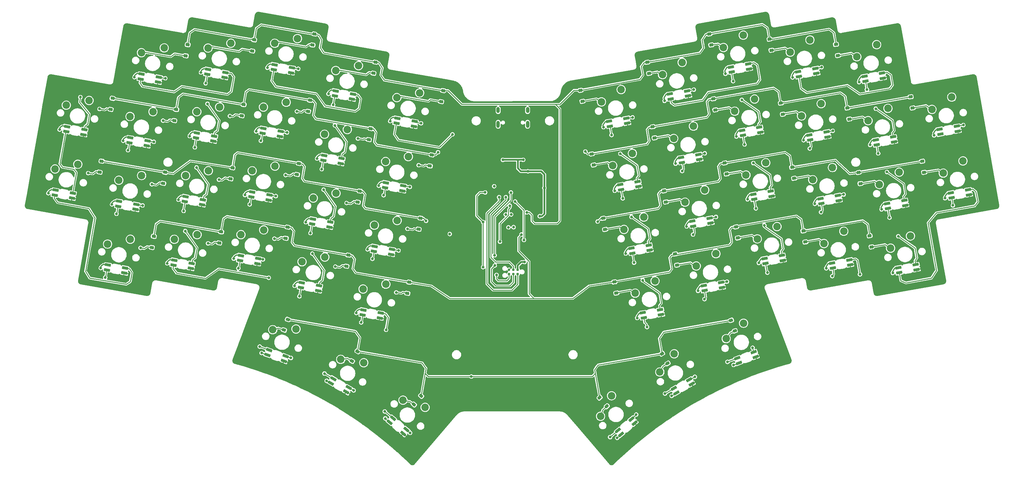
<source format=gbr>
%TF.GenerationSoftware,KiCad,Pcbnew,8.0.5*%
%TF.CreationDate,2024-10-09T17:31:38+02:00*%
%TF.ProjectId,phnx,70686e78-2e6b-4696-9361-645f70636258,A*%
%TF.SameCoordinates,Original*%
%TF.FileFunction,Copper,L4,Bot*%
%TF.FilePolarity,Positive*%
%FSLAX46Y46*%
G04 Gerber Fmt 4.6, Leading zero omitted, Abs format (unit mm)*
G04 Created by KiCad (PCBNEW 8.0.5) date 2024-10-09 17:31:38*
%MOMM*%
%LPD*%
G01*
G04 APERTURE LIST*
G04 Aperture macros list*
%AMRoundRect*
0 Rectangle with rounded corners*
0 $1 Rounding radius*
0 $2 $3 $4 $5 $6 $7 $8 $9 X,Y pos of 4 corners*
0 Add a 4 corners polygon primitive as box body*
4,1,4,$2,$3,$4,$5,$6,$7,$8,$9,$2,$3,0*
0 Add four circle primitives for the rounded corners*
1,1,$1+$1,$2,$3*
1,1,$1+$1,$4,$5*
1,1,$1+$1,$6,$7*
1,1,$1+$1,$8,$9*
0 Add four rect primitives between the rounded corners*
20,1,$1+$1,$2,$3,$4,$5,0*
20,1,$1+$1,$4,$5,$6,$7,0*
20,1,$1+$1,$6,$7,$8,$9,0*
20,1,$1+$1,$8,$9,$2,$3,0*%
%AMRotRect*
0 Rectangle, with rotation*
0 The origin of the aperture is its center*
0 $1 length*
0 $2 width*
0 $3 Rotation angle, in degrees counterclockwise*
0 Add horizontal line*
21,1,$1,$2,0,0,$3*%
G04 Aperture macros list end*
%TA.AperFunction,ComponentPad*%
%ADD10C,2.200000*%
%TD*%
%TA.AperFunction,ComponentPad*%
%ADD11O,1.000000X2.100000*%
%TD*%
%TA.AperFunction,ComponentPad*%
%ADD12O,1.000000X1.800000*%
%TD*%
%TA.AperFunction,SMDPad,CuDef*%
%ADD13RoundRect,0.225000X-0.408374X0.156464X-0.330232X-0.286700X0.408374X-0.156464X0.330232X0.286700X0*%
%TD*%
%TA.AperFunction,SMDPad,CuDef*%
%ADD14RotRect,1.800000X0.820000X190.000000*%
%TD*%
%TA.AperFunction,SMDPad,CuDef*%
%ADD15RotRect,1.800000X0.820000X170.000000*%
%TD*%
%TA.AperFunction,SMDPad,CuDef*%
%ADD16RoundRect,0.225000X-0.330232X0.286700X-0.408374X-0.156464X0.330232X-0.286700X0.408374X0.156464X0*%
%TD*%
%TA.AperFunction,SMDPad,CuDef*%
%ADD17RoundRect,0.225000X-0.275430X0.339688X-0.429339X-0.083173X0.275430X-0.339688X0.429339X0.083173X0*%
%TD*%
%TA.AperFunction,SMDPad,CuDef*%
%ADD18RotRect,1.800000X0.820000X210.000000*%
%TD*%
%TA.AperFunction,SMDPad,CuDef*%
%ADD19RoundRect,0.225000X-0.437260X0.007356X-0.212260X-0.382356X0.437260X-0.007356X0.212260X0.382356X0*%
%TD*%
%TA.AperFunction,SMDPad,CuDef*%
%ADD20RotRect,1.800000X0.820000X150.000000*%
%TD*%
%TA.AperFunction,SMDPad,CuDef*%
%ADD21RotRect,1.800000X0.820000X160.000000*%
%TD*%
%TA.AperFunction,SMDPad,CuDef*%
%ADD22RoundRect,0.225000X-0.212260X0.382356X-0.437260X-0.007356X0.212260X-0.382356X0.437260X0.007356X0*%
%TD*%
%TA.AperFunction,ConnectorPad*%
%ADD23C,0.787400*%
%TD*%
%TA.AperFunction,SMDPad,CuDef*%
%ADD24RotRect,1.800000X0.820000X140.000000*%
%TD*%
%TA.AperFunction,SMDPad,CuDef*%
%ADD25RoundRect,0.225000X-0.431894X-0.068685X-0.142639X-0.413405X0.431894X0.068685X0.142639X0.413405X0*%
%TD*%
%TA.AperFunction,SMDPad,CuDef*%
%ADD26RotRect,1.800000X0.820000X200.000000*%
%TD*%
%TA.AperFunction,SMDPad,CuDef*%
%ADD27RoundRect,0.225000X-0.142639X0.413405X-0.431894X0.068685X0.142639X-0.413405X0.431894X-0.068685X0*%
%TD*%
%TA.AperFunction,SMDPad,CuDef*%
%ADD28RotRect,1.800000X0.820000X220.000000*%
%TD*%
%TA.AperFunction,SMDPad,CuDef*%
%ADD29RoundRect,0.225000X-0.429339X0.083173X-0.275430X-0.339688X0.429339X-0.083173X0.275430X0.339688X0*%
%TD*%
%TA.AperFunction,ViaPad*%
%ADD30C,0.800000*%
%TD*%
%TA.AperFunction,Conductor*%
%ADD31C,0.300000*%
%TD*%
%TA.AperFunction,Conductor*%
%ADD32C,0.250000*%
%TD*%
%TA.AperFunction,Conductor*%
%ADD33C,0.500000*%
%TD*%
G04 APERTURE END LIST*
D10*
%TO.P,SW452,1,1*%
%TO.N,/Keyboard Matrix/COL_12*%
X337973880Y-96739093D03*
%TO.P,SW452,2,2*%
%TO.N,Net-(D452-A)*%
X332161417Y-100343171D03*
%TD*%
%TO.P,SW412,1,1*%
%TO.N,/Keyboard Matrix/COL_3*%
X116272317Y-137167808D03*
%TO.P,SW412,2,2*%
%TO.N,Net-(D412-A)*%
X109577721Y-138566554D03*
%TD*%
%TO.P,SW442,1,1*%
%TO.N,/Keyboard Matrix/COL_9*%
X276804336Y-163228990D03*
%TO.P,SW442,2,2*%
%TO.N,Net-(D442-A)*%
X271706019Y-167787638D03*
%TD*%
%TO.P,SW420,1,1*%
%TO.N,/Keyboard Matrix/COL_5*%
X157101489Y-125023216D03*
%TO.P,SW420,2,2*%
%TO.N,Net-(D420-A)*%
X150406893Y-126421962D03*
%TD*%
%TO.P,SW422,1,1*%
%TO.N,/Keyboard Matrix/COL_5*%
X165256459Y-174846032D03*
%TO.P,SW422,2,2*%
%TO.N,Net-(D422-A)*%
X158487197Y-173870737D03*
%TD*%
%TO.P,SW405,1,1*%
%TO.N,/Keyboard Matrix/COL_2*%
X106608721Y-82268193D03*
%TO.P,SW405,2,2*%
%TO.N,Net-(D405-A)*%
X99914125Y-83666939D03*
%TD*%
%TO.P,SW445,1,1*%
%TO.N,/Keyboard Matrix/COL_10*%
X302940347Y-117431732D03*
%TO.P,SW445,2,2*%
%TO.N,Net-(D445-A)*%
X297127884Y-121035810D03*
%TD*%
%TO.P,SW407,1,1*%
%TO.N,/Keyboard Matrix/COL_2*%
X99992727Y-119789365D03*
%TO.P,SW407,2,2*%
%TO.N,Net-(D407-A)*%
X93298131Y-121188111D03*
%TD*%
%TO.P,SW441,1,1*%
%TO.N,/Keyboard Matrix/COL_9*%
X286660759Y-134810169D03*
%TO.P,SW441,2,2*%
%TO.N,Net-(D441-A)*%
X280848296Y-138414247D03*
%TD*%
%TO.P,SW453,1,1*%
%TO.N,/Keyboard Matrix/COL_12*%
X341281880Y-115499678D03*
%TO.P,SW453,2,2*%
%TO.N,Net-(D453-A)*%
X335469417Y-119103756D03*
%TD*%
%TO.P,SW432,1,1*%
%TO.N,/Keyboard Matrix/COL_7*%
X238028982Y-184563351D03*
%TO.P,SW432,2,2*%
%TO.N,Net-(D432-A)*%
X234797281Y-190590806D03*
%TD*%
%TO.P,SW402,1,1*%
%TO.N,/Keyboard Matrix/COL_1*%
X84546052Y-97721564D03*
%TO.P,SW402,2,2*%
%TO.N,Net-(D402-A)*%
X77851456Y-99120310D03*
%TD*%
%TO.P,SW446,1,1*%
%TO.N,/Keyboard Matrix/COL_10*%
X306248345Y-136192321D03*
%TO.P,SW446,2,2*%
%TO.N,Net-(D446-A)*%
X300435882Y-139796399D03*
%TD*%
%TO.P,SW433,1,1*%
%TO.N,/Keyboard Matrix/COL_8*%
X258803176Y-86526552D03*
%TO.P,SW433,2,2*%
%TO.N,Net-(D433-A)*%
X252990713Y-90130630D03*
%TD*%
%TO.P,SW428,1,1*%
%TO.N,/Keyboard Matrix/COL_7*%
X240869588Y-94524696D03*
%TO.P,SW428,2,2*%
%TO.N,Net-(D428-A)*%
X235057125Y-98128774D03*
%TD*%
%TO.P,SW424,1,1*%
%TO.N,/Keyboard Matrix/COL_6*%
X178343074Y-114260771D03*
%TO.P,SW424,2,2*%
%TO.N,Net-(D424-A)*%
X171648478Y-115659517D03*
%TD*%
%TO.P,SW416,1,1*%
%TO.N,/Keyboard Matrix/COL_4*%
X135859903Y-135785657D03*
%TO.P,SW416,2,2*%
%TO.N,Net-(D416-A)*%
X129165307Y-137184403D03*
%TD*%
%TO.P,SW443,1,1*%
%TO.N,/Keyboard Matrix/COL_10*%
X296324352Y-79910558D03*
%TO.P,SW443,2,2*%
%TO.N,Net-(D443-A)*%
X290511889Y-83514636D03*
%TD*%
%TO.P,SW437,1,1*%
%TO.N,/Keyboard Matrix/COL_8*%
X256452869Y-172220072D03*
%TO.P,SW437,2,2*%
%TO.N,Net-(D437-A)*%
X252223608Y-177594777D03*
%TD*%
%TO.P,SW403,1,1*%
%TO.N,/Keyboard Matrix/COL_1*%
X81238054Y-116482155D03*
%TO.P,SW403,2,2*%
%TO.N,Net-(D403-A)*%
X74543458Y-117880901D03*
%TD*%
%TO.P,SW406,1,1*%
%TO.N,/Keyboard Matrix/COL_2*%
X103300723Y-101028780D03*
%TO.P,SW406,2,2*%
%TO.N,Net-(D406-A)*%
X96606127Y-102427526D03*
%TD*%
%TO.P,SW447,1,1*%
%TO.N,/Keyboard Matrix/COL_11*%
X315911938Y-81292705D03*
%TO.P,SW447,2,2*%
%TO.N,Net-(D447-A)*%
X310099475Y-84896783D03*
%TD*%
%TO.P,SW440,1,1*%
%TO.N,/Keyboard Matrix/COL_9*%
X283352761Y-116049583D03*
%TO.P,SW440,2,2*%
%TO.N,Net-(D440-A)*%
X277540298Y-119653661D03*
%TD*%
%TO.P,SW450,1,1*%
%TO.N,/Keyboard Matrix/COL_11*%
X325835932Y-137574469D03*
%TO.P,SW450,2,2*%
%TO.N,Net-(D450-A)*%
X320023469Y-141178547D03*
%TD*%
%TO.P,SW444,1,1*%
%TO.N,/Keyboard Matrix/COL_10*%
X299632349Y-98671142D03*
%TO.P,SW444,2,2*%
%TO.N,Net-(D444-A)*%
X293819886Y-102275220D03*
%TD*%
%TO.P,SW429,1,1*%
%TO.N,/Keyboard Matrix/COL_7*%
X244177586Y-113285285D03*
%TO.P,SW429,2,2*%
%TO.N,Net-(D429-A)*%
X238365123Y-116889363D03*
%TD*%
%TO.P,SW439,1,1*%
%TO.N,/Keyboard Matrix/COL_9*%
X280044763Y-97288995D03*
%TO.P,SW439,2,2*%
%TO.N,Net-(D439-A)*%
X274232300Y-100893073D03*
%TD*%
%TO.P,SW436,1,1*%
%TO.N,/Keyboard Matrix/COL_8*%
X268727170Y-142808314D03*
%TO.P,SW436,2,2*%
%TO.N,Net-(D436-A)*%
X262914707Y-146412392D03*
%TD*%
%TO.P,SW417,1,1*%
%TO.N,/Keyboard Matrix/COL_4*%
X145351283Y-164934993D03*
%TO.P,SW417,2,2*%
%TO.N,Net-(D417-A)*%
X138515503Y-165149985D03*
%TD*%
%TO.P,SW414,1,1*%
%TO.N,/Keyboard Matrix/COL_4*%
X142475900Y-98264481D03*
%TO.P,SW414,2,2*%
%TO.N,Net-(D414-A)*%
X135781304Y-99663227D03*
%TD*%
%TO.P,SW438,1,1*%
%TO.N,/Keyboard Matrix/COL_9*%
X276736765Y-78528406D03*
%TO.P,SW438,2,2*%
%TO.N,Net-(D438-A)*%
X270924302Y-82132484D03*
%TD*%
%TO.P,SW434,1,1*%
%TO.N,/Keyboard Matrix/COL_8*%
X262111174Y-105287140D03*
%TO.P,SW434,2,2*%
%TO.N,Net-(D434-A)*%
X256298711Y-108891218D03*
%TD*%
%TO.P,SW430,1,1*%
%TO.N,/Keyboard Matrix/COL_7*%
X247485584Y-132045871D03*
%TO.P,SW430,2,2*%
%TO.N,Net-(D430-A)*%
X241673121Y-135649949D03*
%TD*%
%TO.P,SW421,1,1*%
%TO.N,/Keyboard Matrix/COL_5*%
X153793490Y-143783802D03*
%TO.P,SW421,2,2*%
%TO.N,Net-(D421-A)*%
X147098894Y-145182548D03*
%TD*%
%TO.P,SW411,1,1*%
%TO.N,/Keyboard Matrix/COL_3*%
X119580313Y-118407217D03*
%TO.P,SW411,2,2*%
%TO.N,Net-(D411-A)*%
X112885717Y-119805963D03*
%TD*%
%TO.P,SW427,1,1*%
%TO.N,/Keyboard Matrix/COL_6*%
X183269386Y-187989112D03*
%TO.P,SW427,2,2*%
%TO.N,Net-(D427-A)*%
X176772322Y-185853164D03*
%TD*%
%TO.P,SW448,1,1*%
%TO.N,/Keyboard Matrix/COL_11*%
X319219936Y-100053294D03*
%TO.P,SW448,2,2*%
%TO.N,Net-(D448-A)*%
X313407473Y-103657372D03*
%TD*%
%TO.P,SW431,1,1*%
%TO.N,/Keyboard Matrix/COL_7*%
X250793582Y-150806459D03*
%TO.P,SW431,2,2*%
%TO.N,Net-(D431-A)*%
X244981119Y-154410537D03*
%TD*%
%TO.P,SW408,1,1*%
%TO.N,/Keyboard Matrix/COL_2*%
X96684730Y-138549955D03*
%TO.P,SW408,2,2*%
%TO.N,Net-(D408-A)*%
X89990134Y-139948701D03*
%TD*%
%TO.P,SW435,1,1*%
%TO.N,/Keyboard Matrix/COL_8*%
X265419172Y-124047726D03*
%TO.P,SW435,2,2*%
%TO.N,Net-(D435-A)*%
X259606709Y-127651804D03*
%TD*%
%TO.P,SW410,1,1*%
%TO.N,/Keyboard Matrix/COL_3*%
X122888310Y-99646631D03*
%TO.P,SW410,2,2*%
%TO.N,Net-(D410-A)*%
X116193714Y-101045377D03*
%TD*%
%TO.P,SW409,1,1*%
%TO.N,/Keyboard Matrix/COL_3*%
X126196308Y-80886044D03*
%TO.P,SW409,2,2*%
%TO.N,Net-(D409-A)*%
X119501712Y-82284790D03*
%TD*%
%TO.P,SW423,1,1*%
%TO.N,/Keyboard Matrix/COL_6*%
X181651073Y-95500182D03*
%TO.P,SW423,2,2*%
%TO.N,Net-(D423-A)*%
X174956477Y-96898928D03*
%TD*%
%TO.P,SW418,1,1*%
%TO.N,/Keyboard Matrix/COL_5*%
X163717485Y-87502038D03*
%TO.P,SW418,2,2*%
%TO.N,Net-(D418-A)*%
X157022889Y-88900784D03*
%TD*%
%TO.P,SW413,1,1*%
%TO.N,/Keyboard Matrix/COL_4*%
X145783895Y-79503894D03*
%TO.P,SW413,2,2*%
%TO.N,Net-(D413-A)*%
X139089299Y-80902640D03*
%TD*%
%TO.P,SW425,1,1*%
%TO.N,/Keyboard Matrix/COL_6*%
X175035076Y-133021358D03*
%TO.P,SW425,2,2*%
%TO.N,Net-(D425-A)*%
X168340480Y-134420104D03*
%TD*%
%TO.P,SW426,1,1*%
%TO.N,/Keyboard Matrix/COL_6*%
X171727080Y-151781946D03*
%TO.P,SW426,2,2*%
%TO.N,Net-(D426-A)*%
X165032484Y-153180692D03*
%TD*%
%TO.P,SW449,1,1*%
%TO.N,/Keyboard Matrix/COL_11*%
X322527934Y-118813880D03*
%TO.P,SW449,2,2*%
%TO.N,Net-(D449-A)*%
X316715471Y-122417958D03*
%TD*%
D11*
%TO.P,J1,S1,SHIELD*%
%TO.N,Earth*%
X213366100Y-104731644D03*
D12*
X213366100Y-100551644D03*
D11*
X204726100Y-104731644D03*
D12*
X204726100Y-100551644D03*
%TD*%
D10*
%TO.P,SW415,1,1*%
%TO.N,/Keyboard Matrix/COL_4*%
X139167902Y-117025069D03*
%TO.P,SW415,2,2*%
%TO.N,Net-(D415-A)*%
X132473306Y-118423815D03*
%TD*%
%TO.P,SW419,1,1*%
%TO.N,/Keyboard Matrix/COL_5*%
X160409487Y-106262625D03*
%TO.P,SW419,2,2*%
%TO.N,Net-(D419-A)*%
X153714891Y-107661371D03*
%TD*%
D13*
%TO.P,D429,1,K*%
%TO.N,/Keyboard Matrix/ROW_2*%
X232214762Y-113437418D03*
%TO.P,D429,2,A*%
%TO.N,Net-(D429-A)*%
X232787800Y-116687284D03*
%TD*%
D14*
%TO.P,D536,1,VDD*%
%TO.N,/ESD & Power Filtering/5V*%
X265115042Y-152167744D03*
%TO.P,D536,2,DOUT*%
%TO.N,Net-(D535-DIN)*%
X265375514Y-153644956D03*
%TO.P,D536,3,VSS*%
%TO.N,GND*%
X270447274Y-152750668D03*
%TO.P,D536,4,DIN*%
%TO.N,Net-(D536-DIN)*%
X270186802Y-151273456D03*
%TD*%
D15*
%TO.P,D521,1,VDD*%
%TO.N,/ESD & Power Filtering/5V*%
X147042981Y-151316019D03*
%TO.P,D521,2,DOUT*%
%TO.N,Net-(D521-DOUT)*%
X146782509Y-152793231D03*
%TO.P,D521,3,VSS*%
%TO.N,GND*%
X151854269Y-153687519D03*
%TO.P,D521,4,DIN*%
%TO.N,Net-(D520-DOUT)*%
X152114741Y-152210307D03*
%TD*%
D16*
%TO.P,D415,1,K*%
%TO.N,/Keyboard Matrix/ROW_3*%
X146196683Y-116236116D03*
%TO.P,D415,2,A*%
%TO.N,Net-(D415-A)*%
X145623645Y-119485982D03*
%TD*%
D13*
%TO.P,D448,1,K*%
%TO.N,/Keyboard Matrix/ROW_2*%
X307313049Y-99946785D03*
%TO.P,D448,2,A*%
%TO.N,Net-(D448-A)*%
X307886087Y-103196651D03*
%TD*%
D15*
%TO.P,D510,1,VDD*%
%TO.N,/ESD & Power Filtering/5V*%
X116218915Y-107294692D03*
%TO.P,D510,2,DOUT*%
%TO.N,Net-(D510-DOUT)*%
X115958443Y-108771904D03*
%TO.P,D510,3,VSS*%
%TO.N,GND*%
X121030203Y-109666192D03*
%TO.P,D510,4,DIN*%
%TO.N,Net-(D509-DOUT)*%
X121290675Y-108188980D03*
%TD*%
D17*
%TO.P,D417,1,K*%
%TO.N,/Keyboard Matrix/ROW_5*%
X142946662Y-162141602D03*
%TO.P,D417,2,A*%
%TO.N,Net-(D417-A)*%
X141817996Y-165242588D03*
%TD*%
D13*
%TO.P,D428,1,K*%
%TO.N,/Keyboard Matrix/ROW_1*%
X228915447Y-94726070D03*
%TO.P,D428,2,A*%
%TO.N,Net-(D428-A)*%
X229488485Y-97975936D03*
%TD*%
D18*
%TO.P,D537,1,VDD*%
%TO.N,/ESD & Power Filtering/5V*%
X256359693Y-182423682D03*
%TO.P,D537,2,DOUT*%
%TO.N,Net-(D536-DIN)*%
X257109693Y-183722720D03*
%TO.P,D537,3,VSS*%
%TO.N,GND*%
X261569723Y-181147720D03*
%TO.P,D537,4,DIN*%
%TO.N,Net-(D532-DOUT)*%
X260819723Y-179848682D03*
%TD*%
D14*
%TO.P,D541,1,VDD*%
%TO.N,/ESD & Power Filtering/5V*%
X283001560Y-144190592D03*
%TO.P,D541,2,DOUT*%
%TO.N,Net-(D541-DOUT)*%
X283262032Y-145667804D03*
%TO.P,D541,3,VSS*%
%TO.N,GND*%
X288333792Y-144773516D03*
%TO.P,D541,4,DIN*%
%TO.N,Net-(D540-DOUT)*%
X288073320Y-143296304D03*
%TD*%
D16*
%TO.P,D403,1,K*%
%TO.N,/Keyboard Matrix/ROW_3*%
X88214683Y-115557078D03*
%TO.P,D403,2,A*%
%TO.N,Net-(D403-A)*%
X87641645Y-118806944D03*
%TD*%
D13*
%TO.P,D436,1,K*%
%TO.N,/Keyboard Matrix/ROW_4*%
X256699911Y-142882961D03*
%TO.P,D436,2,A*%
%TO.N,Net-(D436-A)*%
X257272949Y-146132827D03*
%TD*%
D14*
%TO.P,D548,1,VDD*%
%TO.N,/ESD & Power Filtering/5V*%
X315691181Y-109309669D03*
%TO.P,D548,2,DOUT*%
%TO.N,Net-(D548-DOUT)*%
X315951653Y-110786881D03*
%TO.P,D548,3,VSS*%
%TO.N,GND*%
X321023413Y-109892593D03*
%TO.P,D548,4,DIN*%
%TO.N,Net-(D547-DOUT)*%
X320762941Y-108415381D03*
%TD*%
D16*
%TO.P,D413,1,K*%
%TO.N,/Keyboard Matrix/ROW_1*%
X150752603Y-78175480D03*
%TO.P,D413,2,A*%
%TO.N,Net-(D413-A)*%
X150179565Y-81425346D03*
%TD*%
D14*
%TO.P,D531,1,VDD*%
%TO.N,/ESD & Power Filtering/5V*%
X247228523Y-160144897D03*
%TO.P,D531,2,DOUT*%
%TO.N,Net-(D531-DOUT)*%
X247488995Y-161622109D03*
%TO.P,D531,3,VSS*%
%TO.N,GND*%
X252560755Y-160727821D03*
%TO.P,D531,4,DIN*%
%TO.N,Net-(D530-DOUT)*%
X252300283Y-159250609D03*
%TD*%
D13*
%TO.P,D435,1,K*%
%TO.N,/Keyboard Matrix/ROW_3*%
X253427511Y-124324260D03*
%TO.P,D435,2,A*%
%TO.N,Net-(D435-A)*%
X254000549Y-127574126D03*
%TD*%
%TO.P,D445,1,K*%
%TO.N,/Keyboard Matrix/ROW_3*%
X291093554Y-117378090D03*
%TO.P,D445,2,A*%
%TO.N,Net-(D445-A)*%
X291666592Y-120627956D03*
%TD*%
%TO.P,D443,1,K*%
%TO.N,/Keyboard Matrix/ROW_1*%
X284451512Y-79709193D03*
%TO.P,D443,2,A*%
%TO.N,Net-(D443-A)*%
X285024550Y-82959059D03*
%TD*%
D14*
%TO.P,D553,1,VDD*%
%TO.N,/ESD & Power Filtering/5V*%
X337700883Y-124891699D03*
%TO.P,D553,2,DOUT*%
%TO.N,Net-(D552-DIN)*%
X337961355Y-126368911D03*
%TO.P,D553,3,VSS*%
%TO.N,GND*%
X343033115Y-125474623D03*
%TO.P,D553,4,DIN*%
%TO.N,Net-(D550-DOUT)*%
X342772643Y-123997411D03*
%TD*%
D19*
%TO.P,D437,1,K*%
%TO.N,/Keyboard Matrix/ROW_5*%
X252854196Y-172201983D03*
%TO.P,D437,2,A*%
%TO.N,Net-(D437-A)*%
X254504196Y-175059867D03*
%TD*%
D14*
%TO.P,D552,1,VDD*%
%TO.N,/ESD & Power Filtering/5V*%
X334401567Y-106180350D03*
%TO.P,D552,2,DOUT*%
%TO.N,unconnected-(D552-DOUT-Pad2)*%
X334662039Y-107657562D03*
%TO.P,D552,3,VSS*%
%TO.N,GND*%
X339733799Y-106763274D03*
%TO.P,D552,4,DIN*%
%TO.N,Net-(D552-DIN)*%
X339473327Y-105286062D03*
%TD*%
D15*
%TO.P,D509,1,VDD*%
%TO.N,/ESD & Power Filtering/5V*%
X119518231Y-88583346D03*
%TO.P,D509,2,DOUT*%
%TO.N,Net-(D509-DOUT)*%
X119257759Y-90060558D03*
%TO.P,D509,3,VSS*%
%TO.N,GND*%
X124329519Y-90954846D03*
%TO.P,D509,4,DIN*%
%TO.N,Net-(D505-DOUT)*%
X124589991Y-89477634D03*
%TD*%
D14*
%TO.P,D547,1,VDD*%
%TO.N,/ESD & Power Filtering/5V*%
X312391864Y-90598321D03*
%TO.P,D547,2,DOUT*%
%TO.N,Net-(D547-DOUT)*%
X312652336Y-92075533D03*
%TO.P,D547,3,VSS*%
%TO.N,GND*%
X317724096Y-91181245D03*
%TO.P,D547,4,DIN*%
%TO.N,Net-(D543-DOUT)*%
X317463624Y-89704033D03*
%TD*%
%TO.P,D535,1,VDD*%
%TO.N,/ESD & Power Filtering/5V*%
X261772314Y-133210196D03*
%TO.P,D535,2,DOUT*%
%TO.N,Net-(D534-DIN)*%
X262032786Y-134687408D03*
%TO.P,D535,3,VSS*%
%TO.N,GND*%
X267104546Y-133793120D03*
%TO.P,D535,4,DIN*%
%TO.N,Net-(D535-DIN)*%
X266844074Y-132315908D03*
%TD*%
D16*
%TO.P,D414,1,K*%
%TO.N,/Keyboard Matrix/ROW_2*%
X149469951Y-97672491D03*
%TO.P,D414,2,A*%
%TO.N,Net-(D414-A)*%
X148896913Y-100922357D03*
%TD*%
%TO.P,D406,1,K*%
%TO.N,/Keyboard Matrix/ROW_2*%
X110151396Y-100386124D03*
%TO.P,D406,2,A*%
%TO.N,Net-(D406-A)*%
X109578358Y-103635990D03*
%TD*%
D13*
%TO.P,D447,1,K*%
%TO.N,/Keyboard Matrix/ROW_1*%
X303964494Y-81244117D03*
%TO.P,D447,2,A*%
%TO.N,Net-(D447-A)*%
X304537532Y-84493983D03*
%TD*%
D16*
%TO.P,D416,1,K*%
%TO.N,/Keyboard Matrix/ROW_4*%
X142889552Y-134991784D03*
%TO.P,D416,2,A*%
%TO.N,Net-(D416-A)*%
X142316514Y-138241650D03*
%TD*%
D20*
%TO.P,D522,1,VDD*%
%TO.N,/ESD & Power Filtering/5V*%
X156361883Y-179571888D03*
%TO.P,D522,2,DOUT*%
%TO.N,Net-(D522-DOUT)*%
X155611883Y-180870926D03*
%TO.P,D522,3,VSS*%
%TO.N,GND*%
X160071913Y-183445926D03*
%TO.P,D522,4,DIN*%
%TO.N,Net-(D521-DOUT)*%
X160821913Y-182146888D03*
%TD*%
D15*
%TO.P,D507,1,VDD*%
%TO.N,/ESD & Power Filtering/5V*%
X93383423Y-127384564D03*
%TO.P,D507,2,DOUT*%
%TO.N,Net-(D506-DIN)*%
X93122951Y-128861776D03*
%TO.P,D507,3,VSS*%
%TO.N,GND*%
X98194711Y-129756064D03*
%TO.P,D507,4,DIN*%
%TO.N,Net-(D507-DIN)*%
X98455183Y-128278852D03*
%TD*%
D16*
%TO.P,D425,1,K*%
%TO.N,/Keyboard Matrix/ROW_3*%
X181943674Y-132338144D03*
%TO.P,D425,2,A*%
%TO.N,Net-(D425-A)*%
X181370636Y-135588010D03*
%TD*%
D15*
%TO.P,D505,1,VDD*%
%TO.N,/ESD & Power Filtering/5V*%
X99982056Y-89961866D03*
%TO.P,D505,2,DOUT*%
%TO.N,Net-(D505-DOUT)*%
X99721584Y-91439078D03*
%TO.P,D505,3,VSS*%
%TO.N,GND*%
X104793344Y-92333366D03*
%TO.P,D505,4,DIN*%
%TO.N,Net-(D505-DIN)*%
X105053816Y-90856154D03*
%TD*%
D16*
%TO.P,D411,1,K*%
%TO.N,/Keyboard Matrix/ROW_3*%
X126677873Y-117516159D03*
%TO.P,D411,2,A*%
%TO.N,Net-(D411-A)*%
X126104835Y-120766025D03*
%TD*%
D14*
%TO.P,D538,1,VDD*%
%TO.N,/ESD & Power Filtering/5V*%
X273073311Y-87884690D03*
%TO.P,D538,2,DOUT*%
%TO.N,Net-(D538-DOUT)*%
X273333783Y-89361902D03*
%TO.P,D538,3,VSS*%
%TO.N,GND*%
X278405543Y-88467614D03*
%TO.P,D538,4,DIN*%
%TO.N,Net-(D533-DOUT)*%
X278145071Y-86990402D03*
%TD*%
D13*
%TO.P,D453,1,K*%
%TO.N,/Keyboard Matrix/ROW_3*%
X329285752Y-115606914D03*
%TO.P,D453,2,A*%
%TO.N,Net-(D453-A)*%
X329858790Y-118856780D03*
%TD*%
D21*
%TO.P,D517,1,VDD*%
%TO.N,/ESD & Power Filtering/5V*%
X137455184Y-171162425D03*
%TO.P,D517,2,DOUT*%
%TO.N,Net-(D516-DIN)*%
X136942153Y-172571965D03*
%TO.P,D517,3,VSS*%
%TO.N,GND*%
X141781570Y-174333367D03*
%TO.P,D517,4,DIN*%
%TO.N,Net-(D512-DOUT)*%
X142294601Y-172923827D03*
%TD*%
D13*
%TO.P,D446,1,K*%
%TO.N,/Keyboard Matrix/ROW_4*%
X294392870Y-136089437D03*
%TO.P,D446,2,A*%
%TO.N,Net-(D446-A)*%
X294965908Y-139339303D03*
%TD*%
D15*
%TO.P,D511,1,VDD*%
%TO.N,/ESD & Power Filtering/5V*%
X112919600Y-126006041D03*
%TO.P,D511,2,DOUT*%
%TO.N,Net-(D511-DOUT)*%
X112659128Y-127483253D03*
%TO.P,D511,3,VSS*%
%TO.N,GND*%
X117730888Y-128377541D03*
%TO.P,D511,4,DIN*%
%TO.N,Net-(D510-DOUT)*%
X117991360Y-126900329D03*
%TD*%
D13*
%TO.P,D444,1,K*%
%TO.N,/Keyboard Matrix/ROW_2*%
X287768191Y-98519023D03*
%TO.P,D444,2,A*%
%TO.N,Net-(D444-A)*%
X288341229Y-101768889D03*
%TD*%
D16*
%TO.P,D410,1,K*%
%TO.N,/Keyboard Matrix/ROW_2*%
X129952008Y-98947609D03*
%TO.P,D410,2,A*%
%TO.N,Net-(D410-A)*%
X129378970Y-102197475D03*
%TD*%
D14*
%TO.P,D533,1,VDD*%
%TO.N,/ESD & Power Filtering/5V*%
X255173684Y-95787500D03*
%TO.P,D533,2,DOUT*%
%TO.N,Net-(D533-DOUT)*%
X255434156Y-97264712D03*
%TO.P,D533,3,VSS*%
%TO.N,GND*%
X260505916Y-96370424D03*
%TO.P,D533,4,DIN*%
%TO.N,Net-(D533-DIN)*%
X260245444Y-94893212D03*
%TD*%
D16*
%TO.P,D408,1,K*%
%TO.N,/Keyboard Matrix/ROW_4*%
X103570999Y-137705412D03*
%TO.P,D408,2,A*%
%TO.N,Net-(D408-A)*%
X102997961Y-140955278D03*
%TD*%
D15*
%TO.P,D506,1,VDD*%
%TO.N,/ESD & Power Filtering/5V*%
X96682741Y-108673215D03*
%TO.P,D506,2,DOUT*%
%TO.N,Net-(D505-DIN)*%
X96422269Y-110150427D03*
%TO.P,D506,3,VSS*%
%TO.N,GND*%
X101494029Y-111044715D03*
%TO.P,D506,4,DIN*%
%TO.N,Net-(D506-DIN)*%
X101754501Y-109567503D03*
%TD*%
%TO.P,D524,1,VDD*%
%TO.N,/ESD & Power Filtering/5V*%
X171774331Y-121913886D03*
%TO.P,D524,2,DOUT*%
%TO.N,Net-(D523-DIN)*%
X171513859Y-123391098D03*
%TO.P,D524,3,VSS*%
%TO.N,GND*%
X176585619Y-124285386D03*
%TO.P,D524,4,DIN*%
%TO.N,Net-(D524-DIN)*%
X176846091Y-122808174D03*
%TD*%
%TO.P,D518,1,VDD*%
%TO.N,/ESD & Power Filtering/5V*%
X156984338Y-94935775D03*
%TO.P,D518,2,DOUT*%
%TO.N,Net-(D518-DOUT)*%
X156723866Y-96412987D03*
%TO.P,D518,3,VSS*%
%TO.N,GND*%
X161795626Y-97307275D03*
%TO.P,D518,4,DIN*%
%TO.N,Net-(D513-DOUT)*%
X162056098Y-95830063D03*
%TD*%
D16*
%TO.P,D405,1,K*%
%TO.N,/Keyboard Matrix/ROW_1*%
X113512358Y-81325169D03*
%TO.P,D405,2,A*%
%TO.N,Net-(D405-A)*%
X112939320Y-84575035D03*
%TD*%
D14*
%TO.P,D549,1,VDD*%
%TO.N,/ESD & Power Filtering/5V*%
X318990496Y-128021018D03*
%TO.P,D549,2,DOUT*%
%TO.N,Net-(D549-DOUT)*%
X319250968Y-129498230D03*
%TO.P,D549,3,VSS*%
%TO.N,GND*%
X324322728Y-128603942D03*
%TO.P,D549,4,DIN*%
%TO.N,Net-(D548-DOUT)*%
X324062256Y-127126730D03*
%TD*%
D22*
%TO.P,D422,1,K*%
%TO.N,/Keyboard Matrix/ROW_5*%
X163408884Y-171516120D03*
%TO.P,D422,2,A*%
%TO.N,Net-(D422-A)*%
X161758884Y-174374004D03*
%TD*%
D16*
%TO.P,D426,1,K*%
%TO.N,/Keyboard Matrix/ROW_4*%
X178619178Y-151192289D03*
%TO.P,D426,2,A*%
%TO.N,Net-(D426-A)*%
X178046140Y-154442155D03*
%TD*%
%TO.P,D407,1,K*%
%TO.N,/Keyboard Matrix/ROW_3*%
X106895495Y-118851268D03*
%TO.P,D407,2,A*%
%TO.N,Net-(D407-A)*%
X106322457Y-122101134D03*
%TD*%
D23*
%TO.P,J3,1,MISO*%
%TO.N,MISO*%
X210480000Y-148770000D03*
%TO.P,J3,2,VCC*%
%TO.N,/ESD & Power Filtering/5V*%
X210480000Y-147500000D03*
%TO.P,J3,3,SCK*%
%TO.N,SCK*%
X209210000Y-148770000D03*
%TO.P,J3,4,MOSI*%
%TO.N,MOSI*%
X209210000Y-147500000D03*
%TO.P,J3,5,RST*%
%TO.N,RST*%
X207940000Y-148770000D03*
%TO.P,J3,6,GND*%
%TO.N,GND*%
X207940000Y-147500000D03*
%TD*%
D15*
%TO.P,D514,1,VDD*%
%TO.N,/ESD & Power Filtering/5V*%
X135755091Y-105916172D03*
%TO.P,D514,2,DOUT*%
%TO.N,Net-(D513-DIN)*%
X135494619Y-107393384D03*
%TO.P,D514,3,VSS*%
%TO.N,GND*%
X140566379Y-108287672D03*
%TO.P,D514,4,DIN*%
%TO.N,Net-(D514-DIN)*%
X140826851Y-106810460D03*
%TD*%
D14*
%TO.P,D543,1,VDD*%
%TO.N,/ESD & Power Filtering/5V*%
X292855689Y-89219801D03*
%TO.P,D543,2,DOUT*%
%TO.N,Net-(D543-DOUT)*%
X293116161Y-90697013D03*
%TO.P,D543,3,VSS*%
%TO.N,GND*%
X298187921Y-89802725D03*
%TO.P,D543,4,DIN*%
%TO.N,Net-(D543-DIN)*%
X297927449Y-88325513D03*
%TD*%
D24*
%TO.P,D527,1,VDD*%
%TO.N,/ESD & Power Filtering/5V*%
X173850545Y-191217627D03*
%TO.P,D527,2,DOUT*%
%TO.N,Net-(D526-DIN)*%
X172886364Y-192366693D03*
%TO.P,D527,3,VSS*%
%TO.N,GND*%
X176831493Y-195677049D03*
%TO.P,D527,4,DIN*%
%TO.N,Net-(D522-DOUT)*%
X177795674Y-194527983D03*
%TD*%
D16*
%TO.P,D402,1,K*%
%TO.N,/Keyboard Matrix/ROW_2*%
X91470584Y-97091934D03*
%TO.P,D402,2,A*%
%TO.N,Net-(D402-A)*%
X90897546Y-100341800D03*
%TD*%
%TO.P,D412,1,K*%
%TO.N,/Keyboard Matrix/ROW_4*%
X123353378Y-136370301D03*
%TO.P,D412,2,A*%
%TO.N,Net-(D412-A)*%
X122780340Y-139620167D03*
%TD*%
D15*
%TO.P,D503,1,VDD*%
%TO.N,/ESD & Power Filtering/5V*%
X74702612Y-124090373D03*
%TO.P,D503,2,DOUT*%
%TO.N,Net-(D503-DOUT)*%
X74442140Y-125567585D03*
%TO.P,D503,3,VSS*%
%TO.N,GND*%
X79513900Y-126461873D03*
%TO.P,D503,4,DIN*%
%TO.N,Net-(D502-DOUT)*%
X79774372Y-124984661D03*
%TD*%
D13*
%TO.P,D440,1,K*%
%TO.N,/Keyboard Matrix/ROW_3*%
X271270618Y-116100903D03*
%TO.P,D440,2,A*%
%TO.N,Net-(D440-A)*%
X271843656Y-119350769D03*
%TD*%
%TO.P,D434,1,K*%
%TO.N,/Keyboard Matrix/ROW_2*%
X250101280Y-105460264D03*
%TO.P,D434,2,A*%
%TO.N,Net-(D434-A)*%
X250674318Y-108710130D03*
%TD*%
D15*
%TO.P,D515,1,VDD*%
%TO.N,/ESD & Power Filtering/5V*%
X132455777Y-124627517D03*
%TO.P,D515,2,DOUT*%
%TO.N,Net-(D514-DIN)*%
X132195305Y-126104729D03*
%TO.P,D515,3,VSS*%
%TO.N,GND*%
X137267065Y-126999017D03*
%TO.P,D515,4,DIN*%
%TO.N,Net-(D515-DIN)*%
X137527537Y-125521805D03*
%TD*%
%TO.P,D523,1,VDD*%
%TO.N,/ESD & Power Filtering/5V*%
X175117057Y-102956341D03*
%TO.P,D523,2,DOUT*%
%TO.N,/LED Matrix Left Side/DOUT*%
X174856585Y-104433553D03*
%TO.P,D523,3,VSS*%
%TO.N,GND*%
X179928345Y-105327841D03*
%TO.P,D523,4,DIN*%
%TO.N,Net-(D523-DIN)*%
X180188817Y-103850629D03*
%TD*%
D16*
%TO.P,D419,1,K*%
%TO.N,/Keyboard Matrix/ROW_2*%
X167295693Y-105994325D03*
%TO.P,D419,2,A*%
%TO.N,Net-(D419-A)*%
X166722655Y-109244191D03*
%TD*%
D15*
%TO.P,D525,1,VDD*%
%TO.N,/ESD & Power Filtering/5V*%
X168475017Y-140625236D03*
%TO.P,D525,2,DOUT*%
%TO.N,Net-(D524-DIN)*%
X168214545Y-142102448D03*
%TO.P,D525,3,VSS*%
%TO.N,GND*%
X173286305Y-142996736D03*
%TO.P,D525,4,DIN*%
%TO.N,Net-(D525-DIN)*%
X173546777Y-141519524D03*
%TD*%
D25*
%TO.P,D432,1,K*%
%TO.N,/Keyboard Matrix/ROW_5*%
X234512107Y-185128729D03*
%TO.P,D432,2,A*%
%TO.N,Net-(D432-A)*%
X236633307Y-187656675D03*
%TD*%
D14*
%TO.P,D550,1,VDD*%
%TO.N,/ESD & Power Filtering/5V*%
X322320116Y-146904223D03*
%TO.P,D550,2,DOUT*%
%TO.N,Net-(D550-DOUT)*%
X322580588Y-148381435D03*
%TO.P,D550,3,VSS*%
%TO.N,GND*%
X327652348Y-147487147D03*
%TO.P,D550,4,DIN*%
%TO.N,Net-(D549-DOUT)*%
X327391876Y-146009935D03*
%TD*%
D15*
%TO.P,D516,1,VDD*%
%TO.N,/ESD & Power Filtering/5V*%
X129156460Y-143338867D03*
%TO.P,D516,2,DOUT*%
%TO.N,Net-(D515-DIN)*%
X128895988Y-144816079D03*
%TO.P,D516,3,VSS*%
%TO.N,GND*%
X133967748Y-145710367D03*
%TO.P,D516,4,DIN*%
%TO.N,Net-(D516-DIN)*%
X134228220Y-144233155D03*
%TD*%
D26*
%TO.P,D542,1,VDD*%
%TO.N,/ESD & Power Filtering/5V*%
X274983532Y-173525174D03*
%TO.P,D542,2,DOUT*%
%TO.N,Net-(D542-DOUT)*%
X275496563Y-174934714D03*
%TO.P,D542,3,VSS*%
%TO.N,GND*%
X280335980Y-173173312D03*
%TO.P,D542,4,DIN*%
%TO.N,Net-(D541-DOUT)*%
X279822949Y-171763772D03*
%TD*%
D14*
%TO.P,D529,1,VDD*%
%TO.N,/ESD & Power Filtering/5V*%
X240586480Y-122476001D03*
%TO.P,D529,2,DOUT*%
%TO.N,Net-(D529-DOUT)*%
X240846952Y-123953213D03*
%TO.P,D529,3,VSS*%
%TO.N,GND*%
X245918712Y-123058925D03*
%TO.P,D529,4,DIN*%
%TO.N,Net-(D528-DOUT)*%
X245658240Y-121581713D03*
%TD*%
D16*
%TO.P,D418,1,K*%
%TO.N,/Keyboard Matrix/ROW_1*%
X168673292Y-86472555D03*
%TO.P,D418,2,A*%
%TO.N,Net-(D418-A)*%
X168100254Y-89722421D03*
%TD*%
D14*
%TO.P,D546,1,VDD*%
%TO.N,/ESD & Power Filtering/5V*%
X302783938Y-145525703D03*
%TO.P,D546,2,DOUT*%
%TO.N,Net-(D545-DIN)*%
X303044410Y-147002915D03*
%TO.P,D546,3,VSS*%
%TO.N,GND*%
X308116170Y-146108627D03*
%TO.P,D546,4,DIN*%
%TO.N,Net-(D542-DOUT)*%
X307855698Y-144631415D03*
%TD*%
D13*
%TO.P,D441,1,K*%
%TO.N,/Keyboard Matrix/ROW_4*%
X274586430Y-134905808D03*
%TO.P,D441,2,A*%
%TO.N,Net-(D441-A)*%
X275159468Y-138155674D03*
%TD*%
D27*
%TO.P,D427,1,K*%
%TO.N,/Keyboard Matrix/ROW_5*%
X182096156Y-184619019D03*
%TO.P,D427,2,A*%
%TO.N,Net-(D427-A)*%
X179974954Y-187146965D03*
%TD*%
D28*
%TO.P,D532,1,VDD*%
%TO.N,/ESD & Power Filtering/5V*%
X239900024Y-194777927D03*
%TO.P,D532,2,DOUT*%
%TO.N,Net-(D532-DOUT)*%
X240864205Y-195926993D03*
%TO.P,D532,3,VSS*%
%TO.N,GND*%
X244809334Y-192616637D03*
%TO.P,D532,4,DIN*%
%TO.N,Net-(D531-DOUT)*%
X243845153Y-191467571D03*
%TD*%
D13*
%TO.P,D433,1,K*%
%TO.N,/Keyboard Matrix/ROW_1*%
X248500000Y-86500000D03*
%TO.P,D433,2,A*%
%TO.N,Net-(D433-A)*%
X249073038Y-89749866D03*
%TD*%
D15*
%TO.P,D508,1,VDD*%
%TO.N,/ESD & Power Filtering/5V*%
X90084109Y-146095907D03*
%TO.P,D508,2,DOUT*%
%TO.N,Net-(D507-DIN)*%
X89823637Y-147573119D03*
%TO.P,D508,3,VSS*%
%TO.N,GND*%
X94895397Y-148467407D03*
%TO.P,D508,4,DIN*%
%TO.N,Net-(D503-DOUT)*%
X95155869Y-146990195D03*
%TD*%
D14*
%TO.P,D530,1,VDD*%
%TO.N,/ESD & Power Filtering/5V*%
X243885796Y-141187347D03*
%TO.P,D530,2,DOUT*%
%TO.N,Net-(D530-DOUT)*%
X244146268Y-142664559D03*
%TO.P,D530,3,VSS*%
%TO.N,GND*%
X249218028Y-141770271D03*
%TO.P,D530,4,DIN*%
%TO.N,Net-(D529-DOUT)*%
X248957556Y-140293059D03*
%TD*%
D15*
%TO.P,D519,1,VDD*%
%TO.N,/ESD & Power Filtering/5V*%
X153641609Y-113893326D03*
%TO.P,D519,2,DOUT*%
%TO.N,Net-(D519-DOUT)*%
X153381137Y-115370538D03*
%TO.P,D519,3,VSS*%
%TO.N,GND*%
X158452897Y-116264826D03*
%TO.P,D519,4,DIN*%
%TO.N,Net-(D518-DOUT)*%
X158713369Y-114787614D03*
%TD*%
D13*
%TO.P,D438,1,K*%
%TO.N,/Keyboard Matrix/ROW_1*%
X266760780Y-78169077D03*
%TO.P,D438,2,A*%
%TO.N,Net-(D438-A)*%
X267333818Y-81418943D03*
%TD*%
D15*
%TO.P,D526,1,VDD*%
%TO.N,/ESD & Power Filtering/5V*%
X165175699Y-159336585D03*
%TO.P,D526,2,DOUT*%
%TO.N,Net-(D525-DIN)*%
X164915227Y-160813797D03*
%TO.P,D526,3,VSS*%
%TO.N,GND*%
X169986987Y-161708085D03*
%TO.P,D526,4,DIN*%
%TO.N,Net-(D526-DIN)*%
X170247459Y-160230873D03*
%TD*%
D14*
%TO.P,D544,1,VDD*%
%TO.N,/ESD & Power Filtering/5V*%
X296141896Y-107856805D03*
%TO.P,D544,2,DOUT*%
%TO.N,Net-(D543-DIN)*%
X296402368Y-109334017D03*
%TO.P,D544,3,VSS*%
%TO.N,GND*%
X301474128Y-108439729D03*
%TO.P,D544,4,DIN*%
%TO.N,Net-(D544-DIN)*%
X301213656Y-106962517D03*
%TD*%
D15*
%TO.P,D512,1,VDD*%
%TO.N,/ESD & Power Filtering/5V*%
X109620284Y-144717389D03*
%TO.P,D512,2,DOUT*%
%TO.N,Net-(D512-DOUT)*%
X109359812Y-146194601D03*
%TO.P,D512,3,VSS*%
%TO.N,GND*%
X114431572Y-147088889D03*
%TO.P,D512,4,DIN*%
%TO.N,Net-(D511-DOUT)*%
X114692044Y-145611677D03*
%TD*%
%TO.P,D502,1,VDD*%
%TO.N,/ESD & Power Filtering/5V*%
X78075789Y-105392046D03*
%TO.P,D502,2,DOUT*%
%TO.N,Net-(D502-DOUT)*%
X77815317Y-106869258D03*
%TO.P,D502,3,VSS*%
%TO.N,GND*%
X82887077Y-107763546D03*
%TO.P,D502,4,DIN*%
%TO.N,/Microcontroller/L_DOUT*%
X83147549Y-106286334D03*
%TD*%
D13*
%TO.P,D450,1,K*%
%TO.N,/Keyboard Matrix/ROW_4*%
X313839247Y-137534565D03*
%TO.P,D450,2,A*%
%TO.N,Net-(D450-A)*%
X314412285Y-140784431D03*
%TD*%
D14*
%TO.P,D539,1,VDD*%
%TO.N,/ESD & Power Filtering/5V*%
X276359517Y-106521697D03*
%TO.P,D539,2,DOUT*%
%TO.N,Net-(D539-DOUT)*%
X276619989Y-107998909D03*
%TO.P,D539,3,VSS*%
%TO.N,GND*%
X281691749Y-107104621D03*
%TO.P,D539,4,DIN*%
%TO.N,Net-(D538-DOUT)*%
X281431277Y-105627409D03*
%TD*%
D15*
%TO.P,D513,1,VDD*%
%TO.N,/ESD & Power Filtering/5V*%
X139054407Y-87204825D03*
%TO.P,D513,2,DOUT*%
%TO.N,Net-(D513-DOUT)*%
X138793935Y-88682037D03*
%TO.P,D513,3,VSS*%
%TO.N,GND*%
X143865695Y-89576325D03*
%TO.P,D513,4,DIN*%
%TO.N,Net-(D513-DIN)*%
X144126167Y-88099113D03*
%TD*%
D29*
%TO.P,D442,1,K*%
%TO.N,/Keyboard Matrix/ROW_5*%
X273135260Y-162380199D03*
%TO.P,D442,2,A*%
%TO.N,Net-(D442-A)*%
X274263926Y-165481185D03*
%TD*%
D13*
%TO.P,D431,1,K*%
%TO.N,/Keyboard Matrix/ROW_4*%
X238856804Y-151106313D03*
%TO.P,D431,2,A*%
%TO.N,Net-(D431-A)*%
X239429842Y-154356179D03*
%TD*%
D15*
%TO.P,D520,1,VDD*%
%TO.N,/ESD & Power Filtering/5V*%
X150342295Y-132604670D03*
%TO.P,D520,2,DOUT*%
%TO.N,Net-(D520-DOUT)*%
X150081823Y-134081882D03*
%TO.P,D520,3,VSS*%
%TO.N,GND*%
X155153583Y-134976170D03*
%TO.P,D520,4,DIN*%
%TO.N,Net-(D519-DOUT)*%
X155414055Y-133498958D03*
%TD*%
D14*
%TO.P,D534,1,VDD*%
%TO.N,/ESD & Power Filtering/5V*%
X258472998Y-114498848D03*
%TO.P,D534,2,DOUT*%
%TO.N,Net-(D533-DIN)*%
X258733470Y-115976060D03*
%TO.P,D534,3,VSS*%
%TO.N,GND*%
X263805230Y-115081772D03*
%TO.P,D534,4,DIN*%
%TO.N,Net-(D534-DIN)*%
X263544758Y-113604560D03*
%TD*%
D16*
%TO.P,D424,1,K*%
%TO.N,/Keyboard Matrix/ROW_2*%
X185225623Y-113725277D03*
%TO.P,D424,2,A*%
%TO.N,Net-(D424-A)*%
X184652585Y-116975143D03*
%TD*%
%TO.P,D420,1,K*%
%TO.N,/Keyboard Matrix/ROW_3*%
X164057153Y-124360992D03*
%TO.P,D420,2,A*%
%TO.N,Net-(D420-A)*%
X163484115Y-127610858D03*
%TD*%
%TO.P,D421,1,K*%
%TO.N,/Keyboard Matrix/ROW_4*%
X160732659Y-143215135D03*
%TO.P,D421,2,A*%
%TO.N,Net-(D421-A)*%
X160159621Y-146465001D03*
%TD*%
D14*
%TO.P,D528,1,VDD*%
%TO.N,/ESD & Power Filtering/5V*%
X237300274Y-103838996D03*
%TO.P,D528,2,DOUT*%
%TO.N,Net-(D528-DOUT)*%
X237560746Y-105316208D03*
%TO.P,D528,3,VSS*%
%TO.N,GND*%
X242632506Y-104421920D03*
%TO.P,D528,4,DIN*%
%TO.N,/LED Matrix Left Side/DOUT*%
X242372034Y-102944708D03*
%TD*%
%TO.P,D545,1,VDD*%
%TO.N,/ESD & Power Filtering/5V*%
X299441211Y-126568152D03*
%TO.P,D545,2,DOUT*%
%TO.N,Net-(D544-DIN)*%
X299701683Y-128045364D03*
%TO.P,D545,3,VSS*%
%TO.N,GND*%
X304773443Y-127151076D03*
%TO.P,D545,4,DIN*%
%TO.N,Net-(D545-DIN)*%
X304512971Y-125673864D03*
%TD*%
D13*
%TO.P,D449,1,K*%
%TO.N,/Keyboard Matrix/ROW_3*%
X310605669Y-118908092D03*
%TO.P,D449,2,A*%
%TO.N,Net-(D449-A)*%
X311178707Y-122157958D03*
%TD*%
D16*
%TO.P,D423,1,K*%
%TO.N,/Keyboard Matrix/ROW_1*%
X188560537Y-94812044D03*
%TO.P,D423,2,A*%
%TO.N,Net-(D423-A)*%
X187987499Y-98061910D03*
%TD*%
%TO.P,D409,1,K*%
%TO.N,/Keyboard Matrix/ROW_1*%
X133056348Y-79902331D03*
%TO.P,D409,2,A*%
%TO.N,Net-(D409-A)*%
X132483310Y-83152197D03*
%TD*%
D13*
%TO.P,D439,1,K*%
%TO.N,/Keyboard Matrix/ROW_2*%
X267945255Y-97241836D03*
%TO.P,D439,2,A*%
%TO.N,Net-(D439-A)*%
X268518293Y-100491702D03*
%TD*%
%TO.P,D452,1,K*%
%TO.N,/Keyboard Matrix/ROW_2*%
X325894652Y-96662969D03*
%TO.P,D452,2,A*%
%TO.N,Net-(D452-A)*%
X326467690Y-99912835D03*
%TD*%
%TO.P,D430,1,K*%
%TO.N,/Keyboard Matrix/ROW_3*%
X235557490Y-132394966D03*
%TO.P,D430,2,A*%
%TO.N,Net-(D430-A)*%
X236130528Y-135644832D03*
%TD*%
D14*
%TO.P,D540,1,VDD*%
%TO.N,/ESD & Power Filtering/5V*%
X279671944Y-125307386D03*
%TO.P,D540,2,DOUT*%
%TO.N,Net-(D540-DOUT)*%
X279932416Y-126784598D03*
%TO.P,D540,3,VSS*%
%TO.N,GND*%
X285004176Y-125890310D03*
%TO.P,D540,4,DIN*%
%TO.N,Net-(D539-DOUT)*%
X284743704Y-124413098D03*
%TD*%
D30*
%TO.N,GND*%
X142480137Y-118665214D03*
X213146100Y-131645840D03*
X339297013Y-128386126D03*
X242303886Y-126314486D03*
X244000000Y-101700000D03*
X204250000Y-148000000D03*
X145762301Y-99950793D03*
X208515771Y-130215505D03*
X265546100Y-157145837D03*
X153900000Y-118100000D03*
X270483523Y-90041683D03*
X296777708Y-128307083D03*
X249446100Y-164145837D03*
X116420608Y-89306436D03*
X118348010Y-98531273D03*
X263946100Y-142745837D03*
X196846100Y-179912665D03*
X208115848Y-151131952D03*
X236954770Y-195978741D03*
X122883745Y-120033051D03*
X104560472Y-110066495D03*
X274746100Y-91845837D03*
X263246100Y-94345837D03*
X313014569Y-110974257D03*
X317346100Y-113045837D03*
X271769043Y-173663739D03*
X93579329Y-131252933D03*
X176439329Y-142092399D03*
X319656612Y-148643155D03*
X259108808Y-134949127D03*
X103158617Y-121378293D03*
X119780897Y-92852277D03*
X216398249Y-130920066D03*
X74904302Y-106102111D03*
X126058839Y-144061955D03*
X245965967Y-190825217D03*
X132657469Y-106639260D03*
X275246100Y-97745837D03*
X150543985Y-114616411D03*
X189500000Y-137000000D03*
X205996100Y-126156644D03*
X87735296Y-99227414D03*
X211595899Y-139523031D03*
X293478392Y-109595737D03*
X335037376Y-126630630D03*
X213546100Y-117545837D03*
X135956786Y-87927915D03*
X203546100Y-121945834D03*
X211900000Y-110900000D03*
X96884433Y-90684954D03*
X206250000Y-139250000D03*
X204750000Y-143250000D03*
X266379957Y-113008948D03*
X300746100Y-87745837D03*
X86986487Y-146818996D03*
X170874007Y-192039751D03*
X260138529Y-118114564D03*
X205096172Y-115182677D03*
X234667072Y-105749787D03*
X252597002Y-98018837D03*
X284805418Y-148237555D03*
X113314128Y-130391171D03*
X240146100Y-147345837D03*
X246207262Y-150751570D03*
X314046100Y-94345837D03*
X237966386Y-124461134D03*
X204750000Y-146250000D03*
X307210761Y-125145049D03*
X210546100Y-126745837D03*
X101259594Y-128786297D03*
X191300000Y-106600000D03*
X238937454Y-197642619D03*
X312003047Y-148724264D03*
X263336394Y-136846032D03*
X281446100Y-129345837D03*
X135822246Y-143498946D03*
X139146100Y-137345837D03*
X200905568Y-123773170D03*
X168676704Y-122636977D03*
X84468934Y-118095195D03*
X276995331Y-126971973D03*
X153452517Y-179704241D03*
X181579117Y-115773285D03*
X255852906Y-116483982D03*
X209546100Y-124745837D03*
X143675309Y-107352166D03*
X206600000Y-101600000D03*
X199250000Y-146750000D03*
X170817830Y-165003428D03*
X80982527Y-96555889D03*
X212096063Y-116194860D03*
X208960912Y-128096150D03*
X209100000Y-113600000D03*
X146972180Y-88651796D03*
X210528548Y-106466613D03*
X106460860Y-102667493D03*
X281953731Y-134647684D03*
X253186076Y-183102938D03*
X165463732Y-163250132D03*
X163661298Y-107931060D03*
X211200000Y-101600000D03*
X153838570Y-95618342D03*
X300120435Y-147264633D03*
X297656788Y-111502165D03*
X263444595Y-178489021D03*
X269704070Y-131837110D03*
X207721100Y-125449535D03*
X280422980Y-170117499D03*
X320688719Y-132039541D03*
X172070340Y-125791871D03*
X206946100Y-130245834D03*
X183446100Y-134145837D03*
X116613442Y-111679822D03*
X174997761Y-153199444D03*
X99877304Y-140093146D03*
X93585117Y-109396304D03*
X113121293Y-108017781D03*
X160374320Y-126897602D03*
X239021068Y-107697292D03*
X145350522Y-155104091D03*
X254818788Y-185120342D03*
X172110809Y-188455467D03*
X136007355Y-109756543D03*
X129391359Y-147259172D03*
X331781474Y-108165485D03*
X290222487Y-91130592D03*
X205600000Y-109000000D03*
X157052929Y-145605004D03*
X221300000Y-131300000D03*
X199200000Y-133495837D03*
X129358153Y-125350608D03*
X162078075Y-160059669D03*
X134885063Y-172965659D03*
X207600000Y-106500000D03*
X111823241Y-135966989D03*
X316357296Y-129931807D03*
X183052873Y-104595617D03*
X137510891Y-148884003D03*
X245646100Y-145245837D03*
X309758665Y-92509112D03*
X219296031Y-123444689D03*
X165377391Y-141348326D03*
X90285803Y-128107653D03*
X206200000Y-110900000D03*
X278105199Y-110525256D03*
X262451537Y-153906677D03*
X280294645Y-145683321D03*
X304026652Y-106508157D03*
X300958969Y-130209925D03*
X150600000Y-137000000D03*
X314646100Y-100345837D03*
X71604987Y-124813457D03*
X242846100Y-132145837D03*
X335016797Y-109869287D03*
X210546766Y-137170168D03*
X109821979Y-126729130D03*
X152455455Y-123787669D03*
X115122555Y-117255642D03*
X178276502Y-134484005D03*
X168760376Y-144549482D03*
X244565018Y-161883829D03*
X336059162Y-109693632D03*
X179543512Y-194750298D03*
X317952508Y-118964934D03*
X321283487Y-137857575D03*
X278709168Y-116379428D03*
X135083337Y-169149386D03*
X241222290Y-142926280D03*
X143945353Y-152039108D03*
X209000000Y-103400000D03*
X272125363Y-151997802D03*
X213546100Y-124545837D03*
X179752181Y-123315228D03*
X149138773Y-142597493D03*
X119646100Y-138745837D03*
X209346100Y-136045837D03*
X90268534Y-150012217D03*
X207503563Y-136015982D03*
X147244670Y-133327760D03*
X140384221Y-126021146D03*
X304157404Y-148950423D03*
X107176688Y-90216558D03*
X157300000Y-99200000D03*
X212500000Y-146250003D03*
X126052805Y-101299243D03*
X132688173Y-128557236D03*
X154202749Y-177176004D03*
X155789500Y-104879360D03*
X212400000Y-106600000D03*
X342378274Y-104772462D03*
X272913364Y-175782905D03*
X273739426Y-108506828D03*
X161715130Y-183837194D03*
X143446100Y-174445837D03*
X234146100Y-134345837D03*
X171979710Y-103626571D03*
X96954380Y-112545635D03*
X239629807Y-113591740D03*
X106522661Y-145440479D03*
%TO.N,/ESD & Power Filtering/5V*%
X206096100Y-115194858D03*
X260093620Y-134775480D03*
X169661515Y-122810625D03*
X212096099Y-115194858D03*
X130342962Y-125524254D03*
X271468332Y-89868037D03*
X294463201Y-109422089D03*
X237610352Y-196733867D03*
X171427817Y-189185894D03*
X238951197Y-124287486D03*
X310743475Y-92335464D03*
X148229478Y-133501408D03*
X253581813Y-97845187D03*
X117405415Y-89480085D03*
X107507470Y-145614127D03*
X272092444Y-174610004D03*
X235651883Y-105576138D03*
X166362200Y-141521973D03*
X136941592Y-88101562D03*
X153694367Y-178037140D03*
X133642276Y-106812910D03*
X301105243Y-147090985D03*
X281279454Y-145509675D03*
X75889113Y-106275761D03*
X245549828Y-161710179D03*
X163062884Y-160233320D03*
X114106101Y-108191429D03*
X94569925Y-109569952D03*
X173007471Y-103796449D03*
X332766283Y-107991835D03*
X291207298Y-90956942D03*
X151528796Y-114790060D03*
X336022187Y-126456981D03*
X274724235Y-108333180D03*
X110806786Y-126902778D03*
X72589796Y-124987110D03*
X144930166Y-152212758D03*
X297762516Y-128133435D03*
X218296100Y-123456644D03*
X154874614Y-95784678D03*
X256837715Y-116310332D03*
X263436347Y-153733027D03*
X320641419Y-148469508D03*
X97869239Y-90858604D03*
X242207100Y-142752629D03*
X127043646Y-144235603D03*
X253733620Y-183939719D03*
X317342105Y-129758158D03*
X213496100Y-118556644D03*
X87971293Y-146992646D03*
X91270610Y-128281299D03*
X313999377Y-110800608D03*
X216946100Y-131756644D03*
X277980137Y-126798325D03*
X212500000Y-145250000D03*
X134679489Y-170122255D03*
%TO.N,/Keyboard Matrix/ROW_1*%
X213146100Y-130645837D03*
%TO.N,/Keyboard Matrix/ROW_2*%
X208546100Y-131245837D03*
X187046100Y-112945837D03*
X230346100Y-112745837D03*
%TO.N,/Keyboard Matrix/ROW_3*%
X233946100Y-133345837D03*
X207746100Y-135045837D03*
X183546100Y-133145837D03*
%TO.N,/Keyboard Matrix/ROW_4*%
X211571100Y-137145837D03*
%TO.N,/Keyboard Matrix/ROW_5*%
X196846100Y-178912662D03*
X209246100Y-134995837D03*
%TO.N,/Microcontroller/L_DOUT*%
X82000000Y-96750000D03*
X203546100Y-122945837D03*
%TO.N,/LED Matrix Left Side/DOUT*%
X244200000Y-102700000D03*
X191300000Y-107700000D03*
%TO.N,RST*%
X200300000Y-133495837D03*
X204250000Y-149025305D03*
X200296100Y-146750000D03*
X200907788Y-124773170D03*
%TO.N,SCK*%
X203696100Y-143256644D03*
X208480336Y-124798716D03*
X203750000Y-146250000D03*
%TO.N,MOSI*%
X206996100Y-126156644D03*
%TO.N,MISO*%
X204996100Y-126156644D03*
%TO.N,/Keyboard Matrix/COL_6*%
X190500000Y-137000000D03*
X206946100Y-131245837D03*
%TO.N,Net-(D402-A)*%
X87618781Y-100220605D03*
%TO.N,Net-(D403-A)*%
X84293416Y-119079673D03*
%TO.N,Net-(D406-A)*%
X106275714Y-103650207D03*
%TO.N,Net-(D407-A)*%
X102976401Y-122361554D03*
%TO.N,Net-(D408-A)*%
X99677085Y-141072900D03*
%TO.N,Net-(D410-A)*%
X125910371Y-102289050D03*
%TO.N,Net-(D411-A)*%
X122709537Y-121017762D03*
%TO.N,Net-(D412-A)*%
X119508703Y-139746472D03*
%TO.N,Net-(D414-A)*%
X145594268Y-100936577D03*
%TO.N,Net-(D415-A)*%
X142294954Y-119647921D03*
%TO.N,Net-(D416-A)*%
X138995638Y-138359271D03*
%TO.N,Net-(D419-A)*%
X163530028Y-108922409D03*
%TO.N,Net-(D420-A)*%
X160187302Y-127879961D03*
%TO.N,Net-(D421-A)*%
X156887984Y-146591309D03*
%TO.N,Net-(D424-A)*%
X181391183Y-116755469D03*
%TO.N,Net-(D425-A)*%
X178091867Y-135466815D03*
%TO.N,Net-(D426-A)*%
X174792551Y-154178165D03*
%TO.N,Net-(D528-DOUT)*%
X240608022Y-113384136D03*
X238041108Y-107896503D03*
%TO.N,Net-(D530-DOUT)*%
X244657104Y-145417682D03*
X247196543Y-150605528D03*
%TO.N,Net-(D532-DOUT)*%
X262500000Y-179000000D03*
X239684156Y-196977456D03*
%TO.N,Net-(D505-DIN)*%
X106949569Y-91190428D03*
X95974555Y-112345761D03*
%TO.N,Net-(D507-DIN)*%
X89286776Y-149822071D03*
X100277079Y-128600099D03*
%TO.N,Net-(D506-DIN)*%
X103576393Y-109888753D03*
X92601378Y-131044086D03*
%TO.N,Net-(D510-DOUT)*%
X116107366Y-117429290D03*
X115628633Y-111506173D03*
%TO.N,Net-(D512-DOUT)*%
X143840099Y-173456371D03*
X137337245Y-149868812D03*
%TO.N,Net-(D513-DIN)*%
X145997303Y-88429042D03*
X135022285Y-109584379D03*
%TO.N,Net-(D511-DOUT)*%
X112808052Y-136140640D03*
X112329316Y-130217523D03*
%TO.N,Net-(D515-DIN)*%
X128408304Y-147075857D03*
X139398672Y-125851739D03*
%TO.N,Net-(D514-DIN)*%
X131722971Y-128295723D03*
X142697988Y-107140394D03*
%TO.N,Net-(D519-DOUT)*%
X153440263Y-123961316D03*
X152905032Y-117926696D03*
%TO.N,Net-(D516-DIN)*%
X135250000Y-172000000D03*
X135631573Y-144480601D03*
%TO.N,Net-(D521-DOUT)*%
X146328495Y-155312836D03*
X162262674Y-183000413D03*
%TO.N,Net-(D523-DIN)*%
X182065782Y-104435443D03*
X171090766Y-125590776D03*
%TO.N,Net-(D520-DOUT)*%
X149588354Y-136736525D03*
X150123582Y-142771144D03*
%TO.N,Net-(D524-DIN)*%
X167791450Y-144302123D03*
X178766466Y-123146789D03*
%TO.N,Net-(D522-DOUT)*%
X154331877Y-180180401D03*
X178849326Y-195500000D03*
%TO.N,Net-(D525-DIN)*%
X164492137Y-163013473D03*
X175467153Y-141858138D03*
%TO.N,Net-(D526-DIN)*%
X171801008Y-165186088D03*
X171555558Y-191250000D03*
%TO.N,Net-(D509-DOUT)*%
X118797592Y-92670297D03*
X119332823Y-98704922D03*
%TO.N,Net-(D518-DOUT)*%
X156774309Y-105053005D03*
X156239077Y-99018386D03*
%TO.N,Net-(D529-DOUT)*%
X243889971Y-131997000D03*
X241323057Y-126509371D03*
%TO.N,Net-(D531-DOUT)*%
X248453274Y-164359169D03*
X245275210Y-190102128D03*
%TO.N,Net-(D533-DIN)*%
X258765867Y-118466858D03*
X262215058Y-94545916D03*
%TO.N,Net-(D535-DIN)*%
X268715210Y-131985976D03*
X265333171Y-156140218D03*
%TO.N,Net-(D534-DIN)*%
X265415893Y-113274628D03*
X261965867Y-137166858D03*
%TO.N,Net-(D539-DOUT)*%
X279680374Y-116141178D03*
X277113460Y-110653548D03*
%TO.N,Net-(D536-DIN)*%
X255679922Y-184611960D03*
X271943517Y-151014471D03*
%TO.N,Net-(D541-DOUT)*%
X283815023Y-148375843D03*
X279484691Y-170463356D03*
%TO.N,Net-(D538-DOUT)*%
X273733028Y-92058045D03*
X276299943Y-97545676D03*
%TO.N,Net-(D543-DIN)*%
X299736235Y-87929921D03*
X296265867Y-111866858D03*
%TO.N,Net-(D540-DOUT)*%
X280430140Y-129463376D03*
X282934849Y-134454261D03*
%TO.N,Net-(D545-DIN)*%
X302865867Y-149366858D03*
X306236384Y-125369979D03*
%TO.N,Net-(D542-DOUT)*%
X311012359Y-148860437D03*
X273876515Y-175513936D03*
%TO.N,Net-(D544-DIN)*%
X303035549Y-106641269D03*
X299565867Y-130566858D03*
%TO.N,Net-(D548-DOUT)*%
X318932322Y-118765008D03*
X316365409Y-113277381D03*
%TO.N,Net-(D547-DOUT)*%
X315650373Y-100152143D03*
X313057411Y-94516792D03*
%TO.N,Net-(D549-DOUT)*%
X322266367Y-137673318D03*
X319699454Y-132185689D03*
%TO.N,Net-(D552-DIN)*%
X338316110Y-128580635D03*
X341393701Y-104947450D03*
%TO.N,XTAL1*%
X208147085Y-128677263D03*
X205250000Y-139250000D03*
%TO.N,XTAL2*%
X209715411Y-127439846D03*
X212296100Y-138750000D03*
%TD*%
D31*
%TO.N,/ESD & Power Filtering/5V*%
X257342413Y-114723419D02*
X256746585Y-115679843D01*
X155678629Y-94712130D02*
X155005375Y-95176074D01*
D32*
X134679489Y-170122255D02*
X137455184Y-171162425D01*
D31*
X260012756Y-134385767D02*
X260093620Y-134775480D01*
D32*
X261752037Y-133239157D02*
X261772315Y-133210196D01*
D33*
X218296100Y-119456644D02*
X218296100Y-123456644D01*
D31*
X332650985Y-107380471D02*
X332766283Y-107991835D01*
X98000000Y-90250000D02*
X97869239Y-90858604D01*
X74711904Y-124135714D02*
X73409728Y-123944587D01*
X277899041Y-126472529D02*
X277980137Y-126798325D01*
X313933750Y-110472929D02*
X313999377Y-110800608D01*
D32*
X173850545Y-191217627D02*
X171427817Y-189185894D01*
D31*
X145064513Y-151621559D02*
X144930166Y-152212758D01*
X169785998Y-122215674D02*
X169661515Y-122810625D01*
X153625716Y-113938857D02*
X152323540Y-113747730D01*
X166481428Y-140943673D02*
X166362200Y-141521973D01*
D33*
X211396100Y-118556644D02*
X213496100Y-118556644D01*
D31*
X94679375Y-108969560D02*
X94569925Y-109569952D01*
X301040471Y-146728815D02*
X301105243Y-147090985D01*
X90097144Y-146124285D02*
X88794968Y-145933158D01*
X291710011Y-89375820D02*
X291114183Y-90332244D01*
D33*
X211500000Y-145250000D02*
X210480000Y-146270000D01*
D31*
X127195426Y-143645101D02*
X127043646Y-144235603D01*
X253430284Y-96935715D02*
X253581813Y-97845187D01*
X273130580Y-87794077D02*
X271895726Y-88019248D01*
D33*
X210480000Y-146270000D02*
X210480000Y-147500000D01*
D31*
X281276357Y-145354586D02*
X281279454Y-145509675D01*
X336550016Y-125127818D02*
X335954188Y-126084242D01*
X333246813Y-106424047D02*
X332650985Y-107380471D01*
X291114183Y-90332244D02*
X291207298Y-90956942D01*
X335954188Y-126084242D02*
X336022187Y-126456981D01*
X148368367Y-132930805D02*
X148229478Y-133501408D01*
X92097826Y-127243444D02*
X91424572Y-127707388D01*
X294411157Y-109005843D02*
X294463201Y-109422089D01*
X320558973Y-148077064D02*
X320641419Y-148469508D01*
X281872185Y-144398162D02*
X281276357Y-145354586D01*
X137052803Y-87493846D02*
X136941592Y-88101562D01*
X116232858Y-107238571D02*
X114924058Y-107062759D01*
X99982054Y-89961868D02*
X98673254Y-89786056D01*
X167154682Y-140479729D02*
X166481428Y-140943673D01*
X168456858Y-140670856D02*
X167154682Y-140479729D01*
X175120286Y-102899713D02*
X173811486Y-102723901D01*
X254026112Y-95979291D02*
X253430284Y-96935715D01*
X301636299Y-145772391D02*
X301040471Y-146728815D01*
X73409728Y-123944587D02*
X72736474Y-124408531D01*
X237427708Y-103804828D02*
X236192854Y-104029999D01*
X283107039Y-144172991D02*
X281872185Y-144398162D01*
X311255441Y-90786105D02*
X310659613Y-91742529D01*
X76015090Y-105670988D02*
X75889113Y-106275761D01*
X152323540Y-113747730D02*
X151650286Y-114211674D01*
X137726057Y-87029902D02*
X137052803Y-87493846D01*
X247330410Y-160123620D02*
X246095556Y-160348791D01*
X117525719Y-88870417D02*
X117405415Y-89480085D01*
X312490295Y-90560934D02*
X311255441Y-90786105D01*
D33*
X216946100Y-131756644D02*
X217596100Y-131756644D01*
D31*
X119507773Y-88582285D02*
X118198973Y-88406473D01*
X163882395Y-159196016D02*
X163209141Y-159659960D01*
X314529578Y-109516505D02*
X313933750Y-110472929D01*
X260608584Y-133429343D02*
X260012756Y-134385767D01*
X298281441Y-126786962D02*
X297685613Y-127743386D01*
X96661429Y-108681428D02*
X95352629Y-108505616D01*
X150343797Y-132657988D02*
X149041621Y-132466861D01*
D33*
X212096099Y-115194858D02*
X210496100Y-115194858D01*
D31*
X255260966Y-95754120D02*
X254026112Y-95979291D01*
X240689325Y-122462191D02*
X239454471Y-122687362D01*
X245499728Y-161305215D02*
X245549828Y-161710179D01*
X297685613Y-127743386D02*
X297762516Y-128133435D01*
D32*
X243865517Y-141216309D02*
X243885795Y-141187347D01*
D31*
X319072581Y-128009219D02*
X317837727Y-128234390D01*
X111631157Y-125846968D02*
X110957903Y-126310912D01*
X242125899Y-142352243D02*
X242207100Y-142752629D01*
X170459252Y-121751730D02*
X169785998Y-122215674D01*
X296241839Y-107824248D02*
X295006985Y-108049419D01*
X261843438Y-133204172D02*
X260608584Y-133429343D01*
X271895726Y-88019248D02*
X271299898Y-88975672D01*
X133779661Y-106188989D02*
X133642276Y-106812910D01*
X155005375Y-95176074D02*
X154874614Y-95784678D01*
D33*
X213496100Y-118556644D02*
X217396100Y-118556644D01*
D31*
X149041621Y-132466861D02*
X148368367Y-132930805D01*
X317241899Y-129190814D02*
X317342105Y-129758158D01*
D32*
X256359693Y-182423682D02*
X253733620Y-183939719D01*
X265094762Y-152196707D02*
X265115041Y-152167744D01*
D31*
X156987429Y-94887942D02*
X155678629Y-94712130D01*
X114924058Y-107062759D02*
X114250804Y-107526703D01*
X263362185Y-153355386D02*
X263436347Y-153733027D01*
X139034857Y-87205714D02*
X137726057Y-87029902D01*
X321154801Y-147120640D02*
X320558973Y-148077064D01*
D33*
X217396100Y-118556644D02*
X218296100Y-119456644D01*
D31*
X337784870Y-124902647D02*
X336550016Y-125127818D01*
X132461145Y-124664571D02*
X131158969Y-124473444D01*
X171761428Y-121942857D02*
X170459252Y-121751730D01*
X163209141Y-159659960D02*
X163062884Y-160233320D01*
D32*
X156361883Y-179571888D02*
X153694367Y-178037140D01*
D31*
X258577267Y-114498248D02*
X257342413Y-114723419D01*
X108336111Y-144572587D02*
X107662857Y-145036531D01*
X292944865Y-89150649D02*
X291710011Y-89375820D01*
X279729723Y-125290934D02*
X278494869Y-125516105D01*
X110957903Y-126310912D02*
X110806786Y-126902778D01*
X239454471Y-122687362D02*
X238858643Y-123643786D01*
X109638287Y-144763714D02*
X108336111Y-144572587D01*
D33*
X217596100Y-131756644D02*
X218296100Y-131056644D01*
D31*
X134452915Y-105725045D02*
X133779661Y-106188989D01*
X91424572Y-127707388D02*
X91270610Y-128281299D01*
D33*
X218296100Y-131056644D02*
X218296100Y-123456644D01*
D31*
X88121714Y-146397102D02*
X87971293Y-146992646D01*
X274614183Y-107696300D02*
X274724235Y-108333180D01*
X271299898Y-88975672D02*
X271451427Y-89885144D01*
X76688344Y-105207044D02*
X76015090Y-105670988D01*
X112933333Y-126038095D02*
X111631157Y-125846968D01*
X145737767Y-151157615D02*
X145064513Y-151621559D01*
X317837727Y-128234390D02*
X317241899Y-129190814D01*
D33*
X210496100Y-117656644D02*
X211396100Y-118556644D01*
X210496100Y-115194858D02*
X206096100Y-115194858D01*
D31*
X131158969Y-124473444D02*
X130485715Y-124937388D01*
X315764432Y-109291334D02*
X314529578Y-109516505D01*
X243956581Y-141170648D02*
X242721727Y-141395819D01*
X295006985Y-108049419D02*
X294411157Y-109005843D01*
X242721727Y-141395819D02*
X242125899Y-142352243D01*
X299516295Y-126561791D02*
X298281441Y-126786962D01*
X88794968Y-145933158D02*
X88121714Y-146397102D01*
X129170856Y-143372284D02*
X127868680Y-143181157D01*
X173811486Y-102723901D02*
X173138232Y-103187845D01*
X135755091Y-105916172D02*
X134452915Y-105725045D01*
D32*
X240566201Y-122504963D02*
X240586480Y-122476001D01*
D31*
X118198973Y-88406473D02*
X117525719Y-88870417D01*
X263958013Y-152398962D02*
X263362185Y-153355386D01*
D32*
X274983532Y-173525174D02*
X272092444Y-174610004D01*
D31*
X107662857Y-145036531D02*
X107507470Y-145614127D01*
X256746585Y-115679843D02*
X256837715Y-116310332D01*
X72736474Y-124408531D02*
X72589796Y-124987110D01*
X93400002Y-127434571D02*
X92097826Y-127243444D01*
D32*
X312333941Y-90557765D02*
X312391865Y-90598320D01*
D31*
X147039943Y-151348742D02*
X145737767Y-151157615D01*
X278494869Y-125516105D02*
X277899041Y-126472529D01*
X235529996Y-104990000D02*
X235651883Y-105576138D01*
X310659613Y-91742529D02*
X310743475Y-92335464D01*
X130485715Y-124937388D02*
X130342962Y-125524254D01*
X265192867Y-152173791D02*
X263958013Y-152398962D01*
X95352629Y-108505616D02*
X94679375Y-108969560D01*
X236192854Y-104029999D02*
X235529996Y-104990000D01*
X151650286Y-114211674D02*
X151528796Y-114790060D01*
X276444865Y-106514705D02*
X275210011Y-106739876D01*
X165184571Y-159387143D02*
X163882395Y-159196016D01*
X98673254Y-89786056D02*
X98000000Y-90250000D01*
X114250804Y-107526703D02*
X114106101Y-108191429D01*
D32*
X239900024Y-194777927D02*
X237610352Y-196733867D01*
D31*
X275210011Y-106739876D02*
X274614183Y-107696300D01*
X238858643Y-123643786D02*
X238951197Y-124287486D01*
X334481667Y-106198876D02*
X333246813Y-106424047D01*
X302871153Y-145547220D02*
X301636299Y-145772391D01*
X173138232Y-103187845D02*
X173007471Y-103796449D01*
X322389655Y-146895469D02*
X321154801Y-147120640D01*
X246095556Y-160348791D02*
X245499728Y-161305215D01*
D33*
X210496100Y-115194858D02*
X210496100Y-117656644D01*
X212500000Y-145250000D02*
X211500000Y-145250000D01*
D31*
X127868680Y-143181157D02*
X127195426Y-143645101D01*
X77997144Y-105382856D02*
X76688344Y-105207044D01*
D32*
%TO.N,/Keyboard Matrix/ROW_1*%
X170250000Y-90250000D02*
X170674017Y-88129218D01*
X152000000Y-78500000D02*
X135122910Y-75443446D01*
X226965867Y-94726070D02*
X228915447Y-94726070D01*
X113512357Y-81325170D02*
X114126051Y-77844750D01*
X221546100Y-98845837D02*
X222846100Y-100145837D01*
X115574121Y-76830803D02*
X132069648Y-79739409D01*
X171250000Y-91750000D02*
X170250000Y-90250000D01*
X247250000Y-90250000D02*
X246365720Y-91508222D01*
X135122910Y-75443446D02*
X133662226Y-76466230D01*
X213846100Y-130645837D02*
X213146100Y-130645837D01*
X301902733Y-76749751D02*
X285407202Y-79658357D01*
X215446100Y-133945837D02*
X214646100Y-133145837D01*
X153500000Y-83750000D02*
X152422587Y-82172587D01*
X265066696Y-82243552D02*
X264000000Y-83750000D01*
X152838727Y-79922562D02*
X152000000Y-78500000D01*
X283814625Y-76385177D02*
X282353940Y-75362396D01*
X222846100Y-100145837D02*
X222846100Y-133145837D01*
X133056349Y-79902329D02*
X132082265Y-79730573D01*
X285394587Y-79649525D02*
X284420505Y-79821281D01*
X246365720Y-91508222D02*
X228916316Y-94730995D01*
X152422587Y-82172587D02*
X152838727Y-79922562D01*
X264000000Y-83750000D02*
X247500000Y-86674993D01*
X222846100Y-133145837D02*
X222046100Y-133945837D01*
X114126051Y-77844750D02*
X115574121Y-76830803D01*
X247500000Y-86674993D02*
X246750000Y-87750000D01*
X188560537Y-94812044D02*
X190012307Y-94812044D01*
X303964494Y-81244120D02*
X303350802Y-77763700D01*
X214646100Y-131445837D02*
X213846100Y-130645837D01*
X170674017Y-88129218D02*
X169750000Y-86671962D01*
X214646100Y-133145837D02*
X214646100Y-131445837D01*
X190012307Y-94812044D02*
X194046100Y-98845837D01*
X284420505Y-79821281D02*
X283814625Y-76385177D01*
X265750000Y-78290119D02*
X264645940Y-79929038D01*
X282353940Y-75362396D02*
X265750000Y-78290119D01*
X188560537Y-94812046D02*
X171250000Y-91750000D01*
X264645940Y-79929038D02*
X265066696Y-82243552D01*
X194046100Y-98845837D02*
X221546100Y-98845837D01*
X222846100Y-98845837D02*
X226965867Y-94726070D01*
X133662226Y-76466230D02*
X133056349Y-79902329D01*
X246750000Y-87750000D02*
X247250000Y-90250000D01*
X222046100Y-133945837D02*
X215446100Y-133945837D01*
X303350802Y-77763700D02*
X301902733Y-76749751D01*
X169750000Y-86671962D02*
X153500000Y-83750000D01*
X221546100Y-98845837D02*
X222846100Y-98845837D01*
%TO.N,/Keyboard Matrix/ROW_2*%
X250102148Y-105465190D02*
X266071684Y-102649330D01*
X266607951Y-97431945D02*
X267937440Y-97197519D01*
X267937440Y-97197519D02*
X285653256Y-94073743D01*
X151063128Y-98714982D02*
X150455360Y-102161809D01*
X186266660Y-113725277D02*
X187046100Y-112945837D01*
X287113941Y-95096527D02*
X287719818Y-98532628D01*
X91470584Y-97091934D02*
X110151397Y-100386123D01*
X129952010Y-98947609D02*
X130610135Y-95215187D01*
X168385290Y-109892761D02*
X169074778Y-110877447D01*
X325894652Y-96662969D02*
X307263809Y-99955467D01*
X168132779Y-106141928D02*
X168862823Y-107184538D01*
X285653256Y-94073743D02*
X287113941Y-95096527D01*
X232215629Y-113442342D02*
X248431366Y-110583072D01*
X305202048Y-95461099D02*
X288706519Y-98369705D01*
X248431366Y-110583072D02*
X249067404Y-109674715D01*
X150455360Y-102161809D02*
X151144844Y-103146498D01*
X131600614Y-94521646D02*
X149469953Y-97672493D01*
X149469953Y-97672493D02*
X150454760Y-97846139D01*
X232214762Y-113437418D02*
X231037681Y-113437418D01*
X306650118Y-96475047D02*
X305202048Y-95461099D01*
X151144844Y-103146498D02*
X167295695Y-105994325D01*
X150454760Y-97846139D02*
X151063128Y-98714982D01*
X266707721Y-101740975D02*
X266080696Y-98184940D01*
X185225623Y-113725277D02*
X186266660Y-113725277D01*
X168862823Y-107184538D02*
X168385290Y-109892761D01*
X231037681Y-113437418D02*
X230346100Y-112745837D01*
X266080696Y-98184940D02*
X266607951Y-97431945D01*
X288693901Y-98360871D02*
X287719818Y-98532628D01*
X248974544Y-105664017D02*
X250102148Y-105465190D01*
X110151397Y-100386123D02*
X110784344Y-96796500D01*
X307263809Y-99955467D02*
X306650118Y-96475047D01*
X130610135Y-95215187D02*
X131600614Y-94521646D01*
X249067404Y-109674715D02*
X248483792Y-106364882D01*
X248483792Y-106364882D02*
X248974544Y-105664017D01*
X167295695Y-105994325D02*
X168132779Y-106141928D01*
X169074778Y-110877447D02*
X185225625Y-113725280D01*
X266071684Y-102649330D02*
X266707721Y-101740975D01*
X112186078Y-95814998D02*
X129952010Y-98947609D01*
X110784344Y-96796500D02*
X112186078Y-95814998D01*
%TO.N,/Keyboard Matrix/ROW_3*%
X329285752Y-115606914D02*
X310597854Y-118863775D01*
X147279971Y-116427131D02*
X147807227Y-117180130D01*
X183546100Y-133145837D02*
X182738407Y-132338144D01*
X308000000Y-119250000D02*
X303750000Y-115250000D01*
X269941995Y-116340255D02*
X271271486Y-116105830D01*
X165694346Y-129472948D02*
X181943672Y-132338145D01*
X251765411Y-129491380D02*
X252401450Y-128583023D01*
X269405728Y-121557638D02*
X270041765Y-120649283D01*
X292027947Y-117269179D02*
X291053863Y-117440938D01*
X126677872Y-117516159D02*
X127354232Y-113680334D01*
X165085977Y-128604107D02*
X165694346Y-129472948D01*
X164057156Y-124360994D02*
X165041961Y-124534642D01*
X234896971Y-132394966D02*
X233946100Y-133345837D01*
X114250000Y-115500000D02*
X126677872Y-117516159D01*
X109250000Y-119250000D02*
X114250000Y-115500000D01*
X127354232Y-113680334D02*
X127994279Y-113232167D01*
X303750000Y-115250000D02*
X292040562Y-117278014D01*
X165650331Y-125403483D02*
X165085977Y-128604107D01*
X252308589Y-124572325D02*
X253436194Y-124373498D01*
X269414741Y-117093249D02*
X269941995Y-116340255D01*
X128228865Y-113067907D02*
X146196684Y-116236117D01*
X252401450Y-128583023D02*
X251817838Y-125273192D01*
X147807227Y-117180130D02*
X147199456Y-120626955D01*
X271271486Y-116105830D02*
X288987301Y-112982052D01*
X290447985Y-114004834D02*
X291053863Y-117440938D01*
X106895494Y-118851267D02*
X109250000Y-119250000D01*
X88214683Y-115557078D02*
X106895494Y-118851267D01*
X235557490Y-132394966D02*
X234896971Y-132394966D01*
X235549675Y-132350650D02*
X251765411Y-129491380D01*
X251817838Y-125273192D02*
X252308589Y-124572325D01*
X182738407Y-132338144D02*
X181943674Y-132338144D01*
X165041961Y-124534642D02*
X165650331Y-125403483D01*
X146196684Y-116236117D02*
X147279971Y-116427131D01*
X270041765Y-120649283D02*
X269414741Y-117093249D01*
X310597854Y-118863775D02*
X308000000Y-119250000D01*
X253436194Y-124373498D02*
X269405728Y-121557638D01*
X288987301Y-112982052D02*
X290447985Y-114004834D01*
X147807828Y-121495799D02*
X163461346Y-124255935D01*
X127994279Y-113232167D02*
X128228865Y-113067907D01*
X147199456Y-120626955D02*
X147807828Y-121495799D01*
%TO.N,/Keyboard Matrix/ROW_4*%
X124029738Y-132534475D02*
X125020217Y-131840936D01*
X133287678Y-133298712D02*
X142293745Y-134886725D01*
X160136852Y-143110078D02*
X150884583Y-141478654D01*
X255607905Y-143283675D02*
X256735509Y-143084846D01*
X125020217Y-131840936D02*
X133287678Y-133298712D01*
X123353378Y-136370303D02*
X124029738Y-132534475D01*
X213800000Y-154545837D02*
X215200000Y-155945837D01*
X255064726Y-148202726D02*
X255700765Y-147294370D01*
X238856804Y-151106313D02*
X231500000Y-152250000D01*
X160732661Y-143215134D02*
X161860266Y-143413961D01*
X162051095Y-147255461D02*
X162862256Y-148413920D01*
X104203947Y-134115788D02*
X105484041Y-133219456D01*
X273341081Y-139360629D02*
X272714058Y-135804596D01*
X272705043Y-140268987D02*
X273341081Y-139360629D01*
X226646100Y-155945837D02*
X215200000Y-155945837D01*
X295327262Y-135980527D02*
X294353179Y-136152284D01*
X178619180Y-151192291D02*
X162862256Y-148413920D01*
X144017158Y-135190608D02*
X144710701Y-136181088D01*
X273241310Y-135051600D02*
X274570802Y-134817174D01*
X142889553Y-134991781D02*
X144017158Y-135190608D01*
X255700765Y-147294370D02*
X255117152Y-143984539D01*
X256735509Y-143084846D02*
X272705043Y-140268987D01*
X144872332Y-140418530D02*
X150884583Y-141478654D01*
X255117152Y-143984539D02*
X255607905Y-143283675D01*
X185000000Y-152250000D02*
X178619178Y-151192289D01*
X161860266Y-143413961D02*
X162553807Y-144404443D01*
X210746100Y-137996139D02*
X210746100Y-141996100D01*
X211296097Y-137420840D02*
X211296097Y-137446142D01*
X190546100Y-155945837D02*
X185000000Y-152250000D01*
X103571001Y-137705412D02*
X104203947Y-134115788D01*
X144146344Y-139381713D02*
X144872332Y-140418530D01*
X313897169Y-137575123D02*
X313283477Y-134094703D01*
X313283477Y-134094703D02*
X311835407Y-133080755D01*
X210746100Y-141996100D02*
X213800000Y-145050000D01*
X274570802Y-134817174D02*
X292286616Y-131693399D01*
X211571100Y-137145837D02*
X211296097Y-137420840D01*
X231500000Y-152250000D02*
X226646100Y-155945837D01*
X213800000Y-145050000D02*
X213800000Y-154545837D01*
X311835407Y-133080755D02*
X295339878Y-135989362D01*
X105484041Y-133219456D02*
X123353378Y-136370303D01*
X211296097Y-137446142D02*
X210746100Y-137996139D01*
X293747301Y-132716184D02*
X294353179Y-136152284D01*
X272714058Y-135804596D02*
X273241310Y-135051600D01*
X162553807Y-144404443D02*
X162051095Y-147255461D01*
X292286616Y-131693399D02*
X293747301Y-132716184D01*
X215200000Y-155945837D02*
X190546100Y-155945837D01*
X144710701Y-136181088D02*
X144146344Y-139381713D01*
X238848991Y-151061999D02*
X255064726Y-148202726D01*
%TO.N,/Keyboard Matrix/ROW_5*%
X196846100Y-178912662D02*
X232342456Y-178912662D01*
X183525538Y-176512587D02*
X182367739Y-174859079D01*
X273135261Y-162380199D02*
X253340626Y-165870527D01*
X233069182Y-176945503D02*
X234071632Y-175513855D01*
X182367739Y-174859079D02*
X163408885Y-171516120D01*
X182096156Y-184619018D02*
X182961281Y-179712660D01*
X234512105Y-185128729D02*
X233612369Y-180026070D01*
X164112389Y-167526344D02*
X162773993Y-165614913D01*
X232342456Y-178912662D02*
X233255118Y-178000000D01*
X163408885Y-171516120D02*
X164112389Y-167526344D01*
X233612369Y-180026070D02*
X233069182Y-176945503D01*
X182961281Y-179712660D02*
X183525538Y-176512587D01*
X234071632Y-175513855D02*
X252854195Y-172201984D01*
X162773993Y-165614913D02*
X142979358Y-162124584D01*
X196846100Y-178912662D02*
X184175930Y-178912662D01*
X252060222Y-167699132D02*
X252854195Y-172201984D01*
X184175930Y-178912662D02*
X183263268Y-178000000D01*
X253340626Y-165870527D02*
X252060222Y-167699132D01*
%TO.N,/Microcontroller/L_DOUT*%
X82000000Y-96750000D02*
X81750000Y-98250000D01*
X83321421Y-105268164D02*
X83134748Y-106326834D01*
X84624324Y-101766208D02*
X84103379Y-104720632D01*
X84103379Y-104720632D02*
X83321421Y-105268164D01*
X81750000Y-98250000D02*
X84624324Y-101766208D01*
%TO.N,/LED Matrix Left Side/DOUT*%
X187515649Y-111484351D02*
X191300000Y-107700000D01*
X174800000Y-104400000D02*
X174222619Y-107674487D01*
X244100000Y-102800000D02*
X244200000Y-102700000D01*
X175419080Y-109383210D02*
X187335254Y-111484351D01*
X242372034Y-102944709D02*
X242516743Y-102800000D01*
X242516743Y-102800000D02*
X244100000Y-102800000D01*
X187335254Y-111484351D02*
X187515649Y-111484351D01*
X174222619Y-107674487D02*
X175419080Y-109383210D01*
%TO.N,RST*%
X198396100Y-125756644D02*
X199379574Y-124773170D01*
X200300000Y-133495837D02*
X198396100Y-131591937D01*
X200300000Y-133495837D02*
X200296100Y-133499737D01*
X199379574Y-124773170D02*
X200907788Y-124773170D01*
X207250000Y-150750000D02*
X207940000Y-150060000D01*
X204750000Y-150750000D02*
X207250000Y-150750000D01*
X204250000Y-150250000D02*
X204750000Y-150750000D01*
X204250000Y-149025305D02*
X204250000Y-150250000D01*
X200296100Y-133499737D02*
X200296100Y-146750000D01*
X207940000Y-150060000D02*
X207940000Y-148770000D01*
X198396100Y-131591937D02*
X198396100Y-125756644D01*
%TO.N,SCK*%
X202750000Y-151000000D02*
X202750000Y-147250000D01*
X209210000Y-151165000D02*
X208125000Y-152250000D01*
X208480336Y-124798716D02*
X208480336Y-127072408D01*
X204000000Y-152250000D02*
X202750000Y-151000000D01*
X208480336Y-127072408D02*
X203696100Y-131856644D01*
X202750000Y-147250000D02*
X203750000Y-146250000D01*
X203696100Y-131856644D02*
X203696100Y-143256644D01*
X209210000Y-148770000D02*
X209210000Y-151165000D01*
X208125000Y-152250000D02*
X204000000Y-152250000D01*
%TO.N,MOSI*%
X206996100Y-126156644D02*
X206996100Y-126956644D01*
X208000000Y-145250000D02*
X209210000Y-146460000D01*
X202596100Y-131356644D02*
X202596100Y-143846100D01*
X206996100Y-126956644D02*
X202596100Y-131356644D01*
X204000000Y-145250000D02*
X208000000Y-145250000D01*
X209210000Y-146460000D02*
X209210000Y-147500000D01*
X202596100Y-143846100D02*
X204000000Y-145250000D01*
%TO.N,MISO*%
X204996100Y-127356644D02*
X204996100Y-126156644D01*
X201396100Y-151646100D02*
X201396100Y-130956644D01*
X208750000Y-153500000D02*
X203250000Y-153500000D01*
X203250000Y-153500000D02*
X201396100Y-151646100D01*
X210480000Y-151770000D02*
X208750000Y-153500000D01*
X210480000Y-148770000D02*
X210480000Y-151770000D01*
X201396100Y-130956644D02*
X204996100Y-127356644D01*
%TO.N,/Keyboard Matrix/COL_4*%
X146610718Y-79135319D02*
X144994619Y-79888919D01*
%TO.N,Net-(D402-A)*%
X89660918Y-100143989D02*
X90891927Y-100361049D01*
X87613161Y-100239856D02*
X89139613Y-100509010D01*
X89139613Y-100509010D02*
X89660918Y-100143989D01*
%TO.N,Net-(D403-A)*%
X86582705Y-118628308D02*
X87616752Y-118810641D01*
X85598018Y-119317796D02*
X86582705Y-118628308D01*
X84268526Y-119083370D02*
X85598018Y-119317796D01*
%TO.N,Net-(D405-A)*%
X112939319Y-84575035D02*
X109694377Y-84002865D01*
X109694377Y-84002865D02*
X108472207Y-84858636D01*
X100276143Y-83413449D02*
X99914127Y-83666938D01*
X108472207Y-84858636D02*
X100276143Y-83413449D01*
%TO.N,Net-(D406-A)*%
X108298109Y-103410246D02*
X109578359Y-103635989D01*
X106275714Y-103650207D02*
X107617516Y-103886802D01*
X107617516Y-103886802D02*
X108298109Y-103410246D01*
%TO.N,Net-(D407-A)*%
X105288406Y-121918802D02*
X106322454Y-122101135D01*
X102976401Y-122361554D02*
X104318199Y-122598149D01*
X104318199Y-122598149D02*
X105288406Y-121918802D01*
%TO.N,Net-(D408-A)*%
X101574914Y-140704359D02*
X100772683Y-141266085D01*
X100772683Y-141266085D02*
X99677085Y-141072900D01*
X102997961Y-140955280D02*
X101574914Y-140704359D01*
%TO.N,Net-(D409-A)*%
X129528886Y-82631250D02*
X128544197Y-83320740D01*
X128544197Y-83320740D02*
X120138864Y-81838653D01*
X132483308Y-83152199D02*
X129528886Y-82631250D01*
X120138864Y-81838653D02*
X119501713Y-82284789D01*
%TO.N,Net-(D410-A)*%
X127561999Y-101877093D02*
X129378971Y-102197475D01*
X126759769Y-102438824D02*
X127561999Y-101877093D01*
X125910371Y-102289050D02*
X126759769Y-102438824D01*
%TO.N,Net-(D411-A)*%
X123558933Y-121167534D02*
X124529141Y-120488188D01*
X122709537Y-121017762D02*
X123558933Y-121167534D01*
X124529141Y-120488188D02*
X126104834Y-120766025D01*
%TO.N,Net-(D412-A)*%
X121455773Y-139386612D02*
X122780339Y-139620169D01*
X120653542Y-139948338D02*
X121455773Y-139386612D01*
X119508703Y-139746472D02*
X120653542Y-139948338D01*
%TO.N,Net-(D413-A)*%
X139711971Y-80466641D02*
X139089301Y-80902639D01*
X148228096Y-81968264D02*
X139711971Y-80466641D01*
X150179565Y-81425346D02*
X149212782Y-81278779D01*
X149212782Y-81278779D02*
X148228096Y-81968264D01*
%TO.N,Net-(D414-A)*%
X145594268Y-100936577D02*
X146936071Y-101173172D01*
X147616663Y-100696613D02*
X148896914Y-100922360D01*
X146936071Y-101173172D02*
X147616663Y-100696613D01*
%TO.N,Net-(D415-A)*%
X144491117Y-119286289D02*
X143636753Y-119884521D01*
X143636753Y-119884521D02*
X142294954Y-119647921D01*
X145623644Y-119485985D02*
X144491117Y-119286289D01*
%TO.N,Net-(D416-A)*%
X140893468Y-137990724D02*
X140091236Y-138552454D01*
X142316514Y-138241649D02*
X140893468Y-137990724D01*
X140091236Y-138552454D02*
X138995638Y-138359271D01*
%TO.N,Net-(D417-A)*%
X140167582Y-164670331D02*
X138515505Y-165149982D01*
X141817997Y-165242587D02*
X140167582Y-164670331D01*
%TO.N,Net-(D418-A)*%
X165874241Y-90156886D02*
X157370426Y-88657434D01*
X157370426Y-88657434D02*
X157022888Y-88900783D01*
X166806799Y-89503905D02*
X165874241Y-90156886D01*
X168100254Y-89722421D02*
X166806799Y-89503905D01*
%TO.N,Net-(D419-A)*%
X165245444Y-108983721D02*
X165013752Y-109145951D01*
X163573469Y-108891993D02*
X163530028Y-108922409D01*
X165013752Y-109145951D02*
X163573469Y-108891993D01*
X166722653Y-109244194D02*
X165245444Y-108983721D01*
%TO.N,Net-(D420-A)*%
X161169938Y-128065917D02*
X161159798Y-128051437D01*
X161159798Y-128051437D02*
X160187302Y-127879961D01*
X162351587Y-127411162D02*
X161366898Y-128100649D01*
X163484116Y-127610856D02*
X162351587Y-127411162D01*
X161366898Y-128100649D02*
X161169938Y-128065917D01*
%TO.N,Net-(D421-A)*%
X158982775Y-146257492D02*
X158180546Y-146819218D01*
X160159621Y-146465004D02*
X158982775Y-146257492D01*
X158180546Y-146819218D02*
X156887984Y-146591309D01*
%TO.N,Net-(D422-A)*%
X160398348Y-173582417D02*
X158487197Y-173870737D01*
X158571186Y-173811929D02*
X158487197Y-173870734D01*
X161758884Y-174374004D02*
X160398348Y-173582417D01*
%TO.N,Net-(D423-A)*%
X175608110Y-96442654D02*
X174956476Y-96898929D01*
X184198093Y-97957300D02*
X175608110Y-96442654D01*
X187987497Y-98061911D02*
X184841036Y-97507105D01*
X184841036Y-97507105D02*
X184198093Y-97957300D01*
%TO.N,Net-(D424-A)*%
X181391183Y-116755469D02*
X182868394Y-117015942D01*
X182868394Y-117015942D02*
X183273855Y-116732038D01*
X183273855Y-116732038D02*
X184652586Y-116975141D01*
%TO.N,Net-(D425-A)*%
X179569077Y-135727289D02*
X179974540Y-135443383D01*
X179974540Y-135443383D02*
X181353270Y-135686490D01*
X178091867Y-135466815D02*
X179569077Y-135727289D01*
%TO.N,Net-(D426-A)*%
X174792551Y-154178165D02*
X176269764Y-154438635D01*
X176675223Y-154154730D02*
X178053954Y-154397838D01*
X176269764Y-154438635D02*
X176675223Y-154154730D01*
%TO.N,Net-(D427-A)*%
X178750000Y-186250000D02*
X176772322Y-185853164D01*
X179974954Y-187146966D02*
X178750000Y-186250000D01*
%TO.N,Net-(D428-A)*%
X229489353Y-97980861D02*
X233596001Y-97256747D01*
X233596001Y-97256747D02*
X235174399Y-98361953D01*
%TO.N,Net-(D429-A)*%
X236846076Y-115976778D02*
X238482395Y-117122539D01*
X232788668Y-116692207D02*
X236846076Y-115976778D01*
%TO.N,Net-(D430-A)*%
X240379974Y-134895541D02*
X241790393Y-135883128D01*
X236179768Y-135636150D02*
X240379974Y-134895541D01*
%TO.N,Net-(D431-A)*%
X243519996Y-153538510D02*
X245098392Y-154643716D01*
X239462587Y-154253939D02*
X243519996Y-153538510D01*
%TO.N,Net-(D432-A)*%
X235417582Y-188730767D02*
X234797280Y-190590806D01*
X236633306Y-187656676D02*
X235417582Y-188730767D01*
%TO.N,Net-(D433-A)*%
X251491202Y-89328834D02*
X253069600Y-90434040D01*
X249073038Y-89749866D02*
X251491202Y-89328834D01*
%TO.N,Net-(D434-A)*%
X250683870Y-108764296D02*
X254741277Y-108048865D01*
X254741277Y-108048865D02*
X256377598Y-109194628D01*
%TO.N,Net-(D435-A)*%
X254000549Y-127574123D02*
X258107198Y-126850012D01*
X258107198Y-126850012D02*
X259685594Y-127955216D01*
%TO.N,Net-(D436-A)*%
X261177713Y-145444311D02*
X262993593Y-146715803D01*
X257357789Y-146326030D02*
X257299866Y-146285471D01*
X257299866Y-146285471D02*
X257272949Y-146132826D01*
X257272949Y-146132826D02*
X261177713Y-145444311D01*
%TO.N,Net-(D437-A)*%
X254504197Y-175059867D02*
X253124568Y-175916456D01*
X253124568Y-175916456D02*
X252223608Y-177594775D01*
%TO.N,Net-(D438-A)*%
X269334309Y-81105482D02*
X270912706Y-82210686D01*
X267333818Y-81418943D02*
X269334309Y-81105482D01*
%TO.N,Net-(D439-A)*%
X268526976Y-100540940D02*
X272584383Y-99825513D01*
X272584383Y-99825513D02*
X274220703Y-100971274D01*
%TO.N,Net-(D440-A)*%
X275950305Y-118626655D02*
X277528700Y-119731860D01*
X271843656Y-119350768D02*
X275950305Y-118626655D01*
%TO.N,Net-(D441-A)*%
X275200894Y-138102674D02*
X279258303Y-137387245D01*
X279258303Y-137387245D02*
X280836698Y-138492450D01*
%TO.N,Net-(D442-A)*%
X272906595Y-166071429D02*
X271706020Y-167787637D01*
X274263927Y-165481183D02*
X272906595Y-166071429D01*
%TO.N,Net-(D443-A)*%
X289041399Y-82301553D02*
X290619796Y-83406756D01*
X284934752Y-83025664D02*
X289041399Y-82301553D01*
%TO.N,Net-(D444-A)*%
X288234066Y-101737014D02*
X292291474Y-101021581D01*
X292291474Y-101021581D02*
X293927793Y-102167344D01*
%TO.N,Net-(D445-A)*%
X291625167Y-120680957D02*
X295825371Y-119940345D01*
X295825371Y-119940345D02*
X297235791Y-120927933D01*
%TO.N,Net-(D446-A)*%
X298965394Y-138583317D02*
X300543792Y-139688519D01*
X294907984Y-139298744D02*
X298965394Y-138583317D01*
%TO.N,Net-(D447-A)*%
X308470965Y-83838492D02*
X310049362Y-84943698D01*
X304364318Y-84562605D02*
X308470965Y-83838492D01*
%TO.N,Net-(D448-A)*%
X307663632Y-103273955D02*
X311721041Y-102558521D01*
X311721041Y-102558521D02*
X313357359Y-103704285D01*
%TO.N,Net-(D449-A)*%
X311054733Y-122217895D02*
X315254938Y-121477287D01*
X315254938Y-121477287D02*
X316665358Y-122464873D01*
%TO.N,Net-(D450-A)*%
X314337551Y-140835687D02*
X318394959Y-140120256D01*
X318394959Y-140120256D02*
X319973355Y-141225460D01*
%TO.N,Net-(D452-A)*%
X326384748Y-99942374D02*
X330442156Y-99226944D01*
X330442156Y-99226944D02*
X332078475Y-100372706D01*
%TO.N,Net-(D453-A)*%
X329822143Y-118877723D02*
X334022349Y-118137110D01*
X334022349Y-118137110D02*
X335432768Y-119124698D01*
%TO.N,Net-(D528-DOUT)*%
X238041108Y-107896503D02*
X237580940Y-105286766D01*
X245504870Y-120567943D02*
X246052404Y-119785985D01*
X245531459Y-116831562D02*
X240608022Y-113384136D01*
X246052404Y-119785985D02*
X245531459Y-116831562D01*
X245691542Y-121626612D02*
X245504870Y-120567943D01*
%TO.N,Net-(D530-DOUT)*%
X252307538Y-159147788D02*
X252120866Y-158089118D01*
X247176265Y-150634487D02*
X247196543Y-150605528D01*
X252668399Y-157307162D02*
X252147455Y-154352737D01*
X247224017Y-150905310D02*
X247176265Y-150634487D01*
X252147455Y-154352737D02*
X247224017Y-150905310D01*
X252120866Y-158089118D02*
X252668399Y-157307162D01*
X244657104Y-145417682D02*
X244196936Y-142807939D01*
%TO.N,Net-(D532-DOUT)*%
X240864206Y-195926993D02*
X240864205Y-195926993D01*
X260819723Y-179848682D02*
X262500000Y-179000000D01*
X240864205Y-195926993D02*
X239684156Y-196977456D01*
%TO.N,Net-(D502-DOUT)*%
X75963174Y-116386566D02*
X77643221Y-106858551D01*
X76632383Y-117342293D02*
X75963174Y-116386566D01*
X80809253Y-118992672D02*
X80079210Y-117950062D01*
X79750000Y-125000000D02*
X80809253Y-118992672D01*
X80079210Y-117950062D02*
X76632383Y-117342293D01*
%TO.N,Net-(D505-DIN)*%
X105053815Y-90856156D02*
X106949569Y-91190428D01*
X96043708Y-112297341D02*
X96422269Y-110150427D01*
X95974555Y-112345761D02*
X96043708Y-112297341D01*
%TO.N,Net-(D503-DOUT)*%
X95500000Y-151769208D02*
X84750000Y-149978637D01*
X84500000Y-129500000D02*
X75250000Y-127750000D01*
X74288597Y-126445963D02*
X74442140Y-125567585D01*
X95155869Y-146990196D02*
X96488662Y-147266784D01*
X96488662Y-147266784D02*
X97134748Y-148330883D01*
X97134748Y-148330883D02*
X96654535Y-151020076D01*
X75250000Y-127750000D02*
X74288597Y-126445963D01*
X84750000Y-149978637D02*
X83500000Y-148000000D01*
X96654535Y-151020076D02*
X95500000Y-151769208D01*
X83500000Y-148000000D02*
X86250000Y-132250000D01*
X86250000Y-132250000D02*
X84500000Y-129500000D01*
%TO.N,Net-(D507-DIN)*%
X98381324Y-128265828D02*
X100277079Y-128600099D01*
X89286776Y-149822071D02*
X89359965Y-149770822D01*
X89359965Y-149770822D02*
X89749775Y-147560098D01*
%TO.N,Net-(D506-DIN)*%
X92670532Y-130995663D02*
X93049092Y-128848748D01*
X92601378Y-131044086D02*
X92670532Y-130995663D01*
X101680640Y-109554477D02*
X103576393Y-109888753D01*
%TO.N,Net-(D510-DOUT)*%
X115567795Y-111419288D02*
X116032303Y-108784930D01*
X119554796Y-122352728D02*
X116107366Y-117429290D01*
X118251892Y-125854684D02*
X119033851Y-125307150D01*
X118065221Y-126913351D02*
X118251892Y-125854684D01*
X115628633Y-111506173D02*
X115567795Y-111419288D01*
X119033851Y-125307150D02*
X119554796Y-122352728D01*
%TO.N,Net-(D512-DOUT)*%
X122638422Y-147277013D02*
X118711444Y-150026712D01*
X109207872Y-147056307D02*
X109359812Y-146194601D01*
X118711444Y-150026712D02*
X110242099Y-148533337D01*
X137337245Y-149868812D02*
X122638422Y-147277013D01*
X142294601Y-172923827D02*
X143840099Y-173456371D01*
X110242099Y-148533337D02*
X109207872Y-147056307D01*
%TO.N,Net-(D513-DIN)*%
X135022285Y-109584379D02*
X135091440Y-109535957D01*
X144101547Y-88094770D02*
X145997303Y-88429042D01*
X135091440Y-109535957D02*
X135470000Y-107389040D01*
%TO.N,Net-(D511-DOUT)*%
X112329316Y-130217523D02*
X112268479Y-130130638D01*
X115734536Y-144018499D02*
X116255481Y-141064078D01*
X116255481Y-141064078D02*
X112808052Y-136140640D01*
X112268479Y-130130638D02*
X112732988Y-127496277D01*
X114765906Y-145624700D02*
X114952579Y-144566032D01*
X114952579Y-144566032D02*
X115734536Y-144018499D01*
%TO.N,Net-(D515-DIN)*%
X128481136Y-147024861D02*
X128871368Y-144811739D01*
X128408304Y-147075857D02*
X128481136Y-147024861D01*
X137502917Y-125517466D02*
X139398672Y-125851739D01*
%TO.N,Net-(D514-DIN)*%
X140802233Y-106806119D02*
X142697988Y-107140394D01*
X131792126Y-128247302D02*
X132170682Y-126100391D01*
X131722971Y-128295723D02*
X131792126Y-128247302D01*
%TO.N,Net-(D519-DOUT)*%
X152905032Y-117926696D02*
X153365202Y-115316952D01*
X155584788Y-132386711D02*
X156366746Y-131839179D01*
X155398116Y-133445380D02*
X155584788Y-132386711D01*
X156887690Y-128884755D02*
X153440263Y-123961316D01*
X156366746Y-131839179D02*
X156887690Y-128884755D01*
%TO.N,Net-(D516-DIN)*%
X136942153Y-172571965D02*
X136942151Y-172571967D01*
X135631573Y-144480601D02*
X134228220Y-144233156D01*
X135250000Y-172000000D02*
X136942153Y-172571965D01*
%TO.N,Net-(D521-DOUT)*%
X160821913Y-182146888D02*
X162262674Y-183000413D01*
X146339605Y-155305056D02*
X146328495Y-155312836D01*
X146782509Y-152793231D02*
X146339605Y-155305056D01*
%TO.N,Net-(D523-DIN)*%
X171159921Y-125542354D02*
X171538478Y-123395441D01*
X180170027Y-104101170D02*
X182065782Y-104435443D01*
X171090766Y-125590776D02*
X171159921Y-125542354D01*
%TO.N,Net-(D520-DOUT)*%
X152268108Y-151196539D02*
X153050067Y-150649005D01*
X153050067Y-150649005D02*
X153571010Y-147694583D01*
X153571010Y-147694583D02*
X150123582Y-142771144D01*
X152081437Y-152255206D02*
X152268108Y-151196539D01*
X149588354Y-136736525D02*
X150048521Y-134126780D01*
%TO.N,Net-(D524-DIN)*%
X176870710Y-122812518D02*
X178766466Y-123146789D01*
X167791450Y-144302123D02*
X167860605Y-144253701D01*
X167860605Y-144253701D02*
X168239165Y-142106791D01*
%TO.N,Net-(D522-DOUT)*%
X178849326Y-195500000D02*
X177795674Y-194527983D01*
X155611883Y-180870926D02*
X154331877Y-180180401D01*
%TO.N,Net-(D525-DIN)*%
X173571396Y-141523863D02*
X175467153Y-141858138D01*
X164492137Y-163013473D02*
X164561291Y-162965048D01*
X164561291Y-162965048D02*
X164939848Y-160818136D01*
%TO.N,Net-(D526-DIN)*%
X172443505Y-161542299D02*
X171801008Y-165186088D01*
X170247459Y-160230873D02*
X171705217Y-160487914D01*
X171705217Y-160487914D02*
X172443505Y-161542299D01*
X172886364Y-192366693D02*
X171555558Y-191250000D01*
%TO.N,Net-(D505-DOUT)*%
X109542427Y-95201610D02*
X111859339Y-93579293D01*
X125154243Y-95923542D02*
X126312698Y-95112385D01*
X99721582Y-91439078D02*
X99517547Y-92596226D01*
X100186751Y-93551954D02*
X109542427Y-95201610D01*
X126312698Y-95112385D02*
X127072409Y-90803850D01*
X111859339Y-93579293D02*
X125154243Y-95923542D01*
X127072409Y-90803850D02*
X126362644Y-89790202D01*
X99517547Y-92596226D02*
X100186751Y-93551954D01*
X126362644Y-89790202D02*
X124589992Y-89477632D01*
%TO.N,Net-(D509-DOUT)*%
X121290675Y-108188981D02*
X121477348Y-107130311D01*
X122780251Y-103628355D02*
X119332823Y-98704922D01*
X121477348Y-107130311D02*
X122259306Y-106582779D01*
X118797592Y-92670297D02*
X119257758Y-90060558D01*
X122259306Y-106582779D02*
X122780251Y-103628355D01*
%TO.N,Net-(D513-DOUT)*%
X138793935Y-88682036D02*
X138216554Y-91956523D01*
X151329189Y-95766387D02*
X153843783Y-99357603D01*
X153843783Y-99357603D02*
X162707054Y-100920436D01*
X163865511Y-100109277D02*
X164369090Y-97253332D01*
X162707054Y-100920436D02*
X163865511Y-100109277D01*
X138216554Y-91956523D02*
X139413015Y-93665246D01*
X164369090Y-97253332D02*
X163557931Y-96094879D01*
X139413015Y-93665246D02*
X151329189Y-95766387D01*
X163557931Y-96094879D02*
X162056097Y-95830063D01*
%TO.N,Net-(D518-DOUT)*%
X158918833Y-113478403D02*
X159700792Y-112930868D01*
X160221735Y-109976447D02*
X156774309Y-105053005D01*
X156239077Y-99018386D02*
X156699248Y-96408645D01*
X159700792Y-112930868D02*
X160221735Y-109976447D01*
X158732164Y-114537069D02*
X158918833Y-113478403D01*
%TO.N,Net-(D529-DOUT)*%
X248973493Y-140239479D02*
X248786821Y-139180811D01*
X248813411Y-135444428D02*
X243889971Y-131997000D01*
X241323057Y-126509371D02*
X240862892Y-123899630D01*
X248786821Y-139180811D02*
X249334355Y-138398852D01*
X249334355Y-138398852D02*
X248813411Y-135444428D01*
%TO.N,Net-(D531-DOUT)*%
X243845153Y-191467571D02*
X243845155Y-191467570D01*
X247753809Y-163123941D02*
X247488995Y-161622108D01*
X245275210Y-190102128D02*
X243845153Y-191467571D01*
X248453274Y-164359169D02*
X248303315Y-163508708D01*
X248303315Y-163508708D02*
X247753809Y-163123941D01*
%TO.N,Net-(D533-DIN)*%
X259191728Y-117858666D02*
X258857455Y-115962912D01*
X258765867Y-118466858D02*
X259191728Y-117858666D01*
X260319304Y-94880189D02*
X262215058Y-94545916D01*
%TO.N,Net-(D535-DIN)*%
X265698190Y-155618914D02*
X265333171Y-156140218D01*
X266819453Y-132320248D02*
X268715210Y-131985976D01*
X265686043Y-155550007D02*
X265698190Y-155618914D01*
X265686043Y-155550007D02*
X265307481Y-153403097D01*
%TO.N,Net-(D533-DOUT)*%
X255360294Y-97277736D02*
X255564331Y-98434885D01*
X281604114Y-91634816D02*
X280844403Y-87326283D01*
X280844403Y-87326283D02*
X279830756Y-86616517D01*
X256520057Y-99104093D02*
X264767822Y-97649789D01*
X280792955Y-92793273D02*
X281604114Y-91634816D01*
X279830756Y-86616517D02*
X278058101Y-86929084D01*
X266390142Y-95332877D02*
X280792955Y-92793273D01*
X264767822Y-97649789D02*
X266390142Y-95332877D01*
X255564331Y-98434885D02*
X256520057Y-99104093D01*
%TO.N,Net-(D534-DIN)*%
X261965867Y-137166858D02*
X262391728Y-136558666D01*
X262391728Y-136558666D02*
X262057455Y-134662912D01*
X263520138Y-113608901D02*
X265415893Y-113274628D01*
%TO.N,Net-(D539-DOUT)*%
X284763895Y-124383655D02*
X284577224Y-123324987D01*
X284603811Y-119588606D02*
X279680374Y-116141178D01*
X284577224Y-123324987D02*
X285124756Y-122543028D01*
X285124756Y-122543028D02*
X284603811Y-119588606D01*
X277113460Y-110653548D02*
X276653291Y-108043807D01*
%TO.N,Net-(D536-DIN)*%
X257109693Y-183722720D02*
X255679922Y-184611960D01*
X271885594Y-150973912D02*
X270186803Y-151273456D01*
X271943517Y-151014471D02*
X271885594Y-150973912D01*
%TO.N,Net-(D541-DOUT)*%
X283262032Y-145667803D02*
X283728900Y-148315539D01*
X283728900Y-148315539D02*
X283815023Y-148375843D01*
X279822949Y-171763772D02*
X279484691Y-170463356D01*
%TO.N,Net-(D538-DOUT)*%
X273733028Y-92058045D02*
X273272861Y-89448305D01*
X281223380Y-100993103D02*
X276299943Y-97545676D01*
X281383464Y-105788153D02*
X281196792Y-104729484D01*
X281196792Y-104729484D02*
X281744324Y-103947526D01*
X281744324Y-103947526D02*
X281223380Y-100993103D01*
%TO.N,Net-(D543-DIN)*%
X296691728Y-111258666D02*
X296357455Y-109362912D01*
X296265867Y-111866858D02*
X296691728Y-111258666D01*
X297840480Y-88264193D02*
X299736235Y-87929921D01*
%TO.N,Net-(D540-DOUT)*%
X288441437Y-141352856D02*
X287920492Y-138398434D01*
X288080576Y-143193482D02*
X287893904Y-142134814D01*
X287920492Y-138398434D02*
X282997055Y-134951006D01*
X282997055Y-134951006D02*
X282914571Y-134483220D01*
X287893904Y-142134814D02*
X288441437Y-141352856D01*
X282914571Y-134483220D02*
X282934849Y-134454261D01*
X280430140Y-129463376D02*
X279969972Y-126853636D01*
%TO.N,Net-(D545-DIN)*%
X304340630Y-125704253D02*
X306236384Y-125369979D01*
X303291728Y-148758666D02*
X302957455Y-146862912D01*
X302865867Y-149366858D02*
X303291728Y-148758666D01*
%TO.N,Net-(D542-DOUT)*%
X310283037Y-144724245D02*
X311012359Y-148860437D01*
X275496563Y-174934714D02*
X273876515Y-175513936D01*
X307855698Y-144631416D02*
X309688839Y-144308182D01*
X309688839Y-144308182D02*
X310283037Y-144724245D01*
%TO.N,Net-(D543-DOUT)*%
X320094866Y-90229619D02*
X318936410Y-89418460D01*
X295416630Y-95393399D02*
X307332804Y-93292257D01*
X293130527Y-90922453D02*
X293707906Y-94196940D01*
X307332804Y-93292257D02*
X310924016Y-95806851D01*
X320598445Y-93085562D02*
X320094866Y-90229619D01*
X318936410Y-89418460D02*
X317434578Y-89683274D01*
X293707906Y-94196940D02*
X295416630Y-95393399D01*
X310924016Y-95806851D02*
X319787286Y-94244016D01*
X319787286Y-94244016D02*
X320598445Y-93085562D01*
%TO.N,Net-(D544-DIN)*%
X301139794Y-106975543D02*
X303035549Y-106641269D01*
X299565867Y-130566858D02*
X299991728Y-129958666D01*
X299991728Y-129958666D02*
X299657455Y-128062912D01*
%TO.N,Net-(D548-DOUT)*%
X323829172Y-125948819D02*
X324376704Y-125166861D01*
X324015845Y-127007488D02*
X323829172Y-125948819D01*
X316365409Y-113277381D02*
X315905240Y-110667639D01*
X324376704Y-125166861D02*
X323855761Y-122212436D01*
X323855761Y-122212436D02*
X318932322Y-118765008D01*
%TO.N,Net-(D550-DOUT)*%
X322555966Y-148385776D02*
X323000000Y-150750000D01*
X332000000Y-150000000D02*
X333500000Y-147750000D01*
X333500000Y-130750000D02*
X344750000Y-128750000D01*
X331000000Y-133750000D02*
X333500000Y-130750000D01*
X324480212Y-151371943D02*
X332000000Y-150000000D01*
X344138617Y-123794020D02*
X342750000Y-124000000D01*
X345000000Y-124500000D02*
X344138617Y-123794020D01*
X344750000Y-128750000D02*
X345619779Y-127500000D01*
X323000000Y-150750000D02*
X324480212Y-151371943D01*
X333500000Y-147750000D02*
X331000000Y-133750000D01*
X345619779Y-127500000D02*
X345000000Y-124500000D01*
%TO.N,Net-(D547-DOUT)*%
X320733893Y-108394620D02*
X320547221Y-107335953D01*
X321094754Y-106553995D02*
X320573809Y-103599571D01*
X320573809Y-103599571D02*
X315650373Y-100152143D01*
X313057411Y-94516792D02*
X312623290Y-92054774D01*
X320547221Y-107335953D02*
X321094754Y-106553995D01*
%TO.N,Net-(D549-DOUT)*%
X319699454Y-132185689D02*
X319239287Y-129575948D01*
X327189805Y-141120747D02*
X322266367Y-137673318D01*
X327163217Y-144857127D02*
X327710749Y-144075169D01*
X327710749Y-144075169D02*
X327189805Y-141120747D01*
X327349890Y-145915795D02*
X327163217Y-144857127D01*
%TO.N,Net-(D552-DIN)*%
X339500000Y-105250000D02*
X341395754Y-104915728D01*
X338366586Y-128479761D02*
X337988027Y-126332847D01*
%TO.N,XTAL1*%
X208250000Y-128780178D02*
X208250000Y-129250000D01*
X205250000Y-139250000D02*
X205250000Y-133967242D01*
X208147085Y-128677263D02*
X208250000Y-128780178D01*
X205250000Y-133967242D02*
X207750000Y-131467242D01*
X208250000Y-129250000D02*
X207750000Y-129750000D01*
X207750000Y-131467242D02*
X207750000Y-129750000D01*
%TO.N,XTAL2*%
X212296100Y-130020535D02*
X209715411Y-127439846D01*
X212296100Y-138750000D02*
X212296100Y-130020535D01*
%TD*%
%TA.AperFunction,Conductor*%
%TO.N,GND*%
G36*
X207860140Y-145645185D02*
G01*
X207880782Y-145661819D01*
X208798181Y-146579218D01*
X208831666Y-146640541D01*
X208834500Y-146666899D01*
X208834500Y-146916213D01*
X208814815Y-146983252D01*
X208792728Y-147009028D01*
X208724268Y-147069678D01*
X208724264Y-147069683D01*
X208676745Y-147138526D01*
X208622462Y-147182516D01*
X208553013Y-147190175D01*
X208490449Y-147159071D01*
X208475569Y-147141898D01*
X208474934Y-147141840D01*
X208153096Y-147463681D01*
X208091773Y-147497166D01*
X208065415Y-147500000D01*
X208062585Y-147500000D01*
X207995546Y-147480315D01*
X207949791Y-147427511D01*
X207939847Y-147358353D01*
X207968872Y-147294797D01*
X207974904Y-147288319D01*
X208300820Y-146962402D01*
X208169935Y-146893708D01*
X208018159Y-146856300D01*
X207861841Y-146856300D01*
X207710066Y-146893708D01*
X207565010Y-146969840D01*
X207563865Y-146967659D01*
X207508792Y-146985818D01*
X207441141Y-146968348D01*
X207393675Y-146917077D01*
X207389675Y-146907001D01*
X207389471Y-146907086D01*
X207386907Y-146900897D01*
X207351402Y-146815179D01*
X207330921Y-146765733D01*
X207330916Y-146765724D01*
X207249301Y-146643580D01*
X207249298Y-146643576D01*
X207145423Y-146539701D01*
X207145419Y-146539698D01*
X207023275Y-146458083D01*
X207023266Y-146458078D01*
X206900861Y-146407377D01*
X206887542Y-146401860D01*
X206887538Y-146401859D01*
X206887534Y-146401858D01*
X206743459Y-146373200D01*
X206743455Y-146373200D01*
X206596545Y-146373200D01*
X206596540Y-146373200D01*
X206452465Y-146401858D01*
X206452455Y-146401861D01*
X206316733Y-146458078D01*
X206316724Y-146458083D01*
X206194580Y-146539698D01*
X206194576Y-146539701D01*
X206090701Y-146643576D01*
X206090698Y-146643580D01*
X206009083Y-146765724D01*
X206009078Y-146765733D01*
X205952861Y-146901455D01*
X205952858Y-146901465D01*
X205924200Y-147045540D01*
X205924200Y-147192459D01*
X205952858Y-147336534D01*
X205952860Y-147336542D01*
X205957626Y-147348048D01*
X206009078Y-147472266D01*
X206009083Y-147472275D01*
X206090698Y-147594419D01*
X206090701Y-147594423D01*
X206194576Y-147698298D01*
X206194580Y-147698301D01*
X206316724Y-147779916D01*
X206316733Y-147779921D01*
X206340591Y-147789803D01*
X206452458Y-147836140D01*
X206579899Y-147861489D01*
X206596540Y-147864799D01*
X206596544Y-147864800D01*
X206596545Y-147864800D01*
X206743456Y-147864800D01*
X206743457Y-147864799D01*
X206887542Y-147836140D01*
X207023269Y-147779920D01*
X207145420Y-147698301D01*
X207145424Y-147698296D01*
X207150130Y-147694436D01*
X207151966Y-147696673D01*
X207202269Y-147669022D01*
X207271974Y-147673809D01*
X207328026Y-147715522D01*
X207344912Y-147746141D01*
X207365847Y-147801343D01*
X207365849Y-147801346D01*
X207405063Y-147858157D01*
X207405063Y-147858158D01*
X207728319Y-147534903D01*
X207789642Y-147501418D01*
X207859334Y-147506402D01*
X207915267Y-147548274D01*
X207939684Y-147613738D01*
X207940000Y-147622584D01*
X207940000Y-147625414D01*
X207920315Y-147692453D01*
X207903681Y-147713095D01*
X207579178Y-148037596D01*
X207580982Y-148049450D01*
X207606558Y-148074196D01*
X207622534Y-148142215D01*
X207599200Y-148208073D01*
X207576433Y-148230350D01*
X207576979Y-148230966D01*
X207454272Y-148339674D01*
X207454266Y-148339681D01*
X207365401Y-148468424D01*
X207344514Y-148523499D01*
X207302335Y-148579201D01*
X207236737Y-148603258D01*
X207168547Y-148588031D01*
X207149913Y-148575385D01*
X207145423Y-148571700D01*
X207023275Y-148490083D01*
X207023266Y-148490078D01*
X206887544Y-148433861D01*
X206887545Y-148433861D01*
X206887542Y-148433860D01*
X206887538Y-148433859D01*
X206887534Y-148433858D01*
X206743459Y-148405200D01*
X206743455Y-148405200D01*
X206596545Y-148405200D01*
X206596540Y-148405200D01*
X206452465Y-148433858D01*
X206452455Y-148433861D01*
X206316733Y-148490078D01*
X206316724Y-148490083D01*
X206194580Y-148571698D01*
X206194576Y-148571701D01*
X206090701Y-148675576D01*
X206090698Y-148675580D01*
X206009083Y-148797724D01*
X206009078Y-148797733D01*
X205952861Y-148933455D01*
X205952858Y-148933465D01*
X205924200Y-149077540D01*
X205924200Y-149224459D01*
X205952858Y-149368534D01*
X205952861Y-149368544D01*
X206009078Y-149504266D01*
X206009083Y-149504275D01*
X206090698Y-149626419D01*
X206090701Y-149626423D01*
X206194576Y-149730298D01*
X206194580Y-149730301D01*
X206316724Y-149811916D01*
X206316730Y-149811919D01*
X206316731Y-149811920D01*
X206452458Y-149868140D01*
X206551258Y-149887792D01*
X206596540Y-149896799D01*
X206596544Y-149896800D01*
X206596545Y-149896800D01*
X206743456Y-149896800D01*
X206743457Y-149896799D01*
X206887542Y-149868140D01*
X207023269Y-149811920D01*
X207145420Y-149730301D01*
X207249301Y-149626420D01*
X207303589Y-149545171D01*
X207330919Y-149504271D01*
X207331140Y-149503858D01*
X207331312Y-149503682D01*
X207334305Y-149499204D01*
X207335154Y-149499771D01*
X207380101Y-149454012D01*
X207448238Y-149438550D01*
X207513919Y-149462379D01*
X207556289Y-149517936D01*
X207564500Y-149562308D01*
X207564500Y-149853101D01*
X207544815Y-149920140D01*
X207528181Y-149940782D01*
X207130782Y-150338181D01*
X207069459Y-150371666D01*
X207043101Y-150374500D01*
X204956900Y-150374500D01*
X204889861Y-150354815D01*
X204869219Y-150338181D01*
X204661819Y-150130781D01*
X204628334Y-150069458D01*
X204625500Y-150043100D01*
X204625500Y-149617507D01*
X204645185Y-149550468D01*
X204667274Y-149524691D01*
X204682800Y-149510937D01*
X204740483Y-149459835D01*
X204830220Y-149329828D01*
X204886237Y-149182123D01*
X204905278Y-149025305D01*
X204898534Y-148969758D01*
X204886237Y-148868486D01*
X204858716Y-148795920D01*
X204830220Y-148720782D01*
X204740483Y-148590775D01*
X204622240Y-148486022D01*
X204622238Y-148486021D01*
X204622237Y-148486020D01*
X204482365Y-148412608D01*
X204328986Y-148374805D01*
X204328985Y-148374805D01*
X204171015Y-148374805D01*
X204171014Y-148374805D01*
X204017634Y-148412608D01*
X203877762Y-148486020D01*
X203873179Y-148490080D01*
X203772582Y-148579201D01*
X203759516Y-148590776D01*
X203669781Y-148720780D01*
X203669780Y-148720781D01*
X203613762Y-148868486D01*
X203594722Y-149025304D01*
X203594722Y-149025305D01*
X203613762Y-149182123D01*
X203650101Y-149277939D01*
X203669780Y-149329828D01*
X203678920Y-149343069D01*
X203759517Y-149459836D01*
X203832726Y-149524691D01*
X203869853Y-149583879D01*
X203874500Y-149617507D01*
X203874500Y-150200564D01*
X203874500Y-150299436D01*
X203878588Y-150314691D01*
X203900090Y-150394938D01*
X203947643Y-150477302D01*
X203949526Y-150480563D01*
X203949527Y-150480564D01*
X203949529Y-150480567D01*
X204234875Y-150765913D01*
X204519437Y-151050475D01*
X204519438Y-151050476D01*
X204519440Y-151050477D01*
X204562250Y-151075193D01*
X204605063Y-151099911D01*
X204700564Y-151125500D01*
X204700565Y-151125500D01*
X204700566Y-151125500D01*
X207299435Y-151125500D01*
X207299436Y-151125500D01*
X207348569Y-151112334D01*
X207361735Y-151108807D01*
X207379245Y-151104115D01*
X207394938Y-151099910D01*
X207480562Y-151050475D01*
X207550475Y-150980562D01*
X208240474Y-150290563D01*
X208240475Y-150290562D01*
X208289910Y-150204938D01*
X208312102Y-150122118D01*
X208315500Y-150109436D01*
X208315500Y-150010564D01*
X208315500Y-149353785D01*
X208335185Y-149286746D01*
X208357268Y-149260974D01*
X208425732Y-149200321D01*
X208472951Y-149131912D01*
X208527232Y-149087923D01*
X208596681Y-149080263D01*
X208659246Y-149111366D01*
X208677047Y-149131910D01*
X208682001Y-149139086D01*
X208724266Y-149200319D01*
X208724267Y-149200320D01*
X208724268Y-149200321D01*
X208792728Y-149260972D01*
X208829853Y-149320158D01*
X208834500Y-149353785D01*
X208834500Y-150958100D01*
X208814815Y-151025139D01*
X208798181Y-151045781D01*
X208005782Y-151838181D01*
X207944459Y-151871666D01*
X207918101Y-151874500D01*
X204206899Y-151874500D01*
X204139860Y-151854815D01*
X204119218Y-151838181D01*
X203161819Y-150880782D01*
X203128334Y-150819459D01*
X203125500Y-150793101D01*
X203125500Y-147456898D01*
X203145185Y-147389859D01*
X203161815Y-147369221D01*
X203594217Y-146936818D01*
X203655540Y-146903334D01*
X203681898Y-146900500D01*
X203828985Y-146900500D01*
X203982365Y-146862696D01*
X203996323Y-146855370D01*
X204122240Y-146789283D01*
X204240483Y-146684530D01*
X204330220Y-146554523D01*
X204386237Y-146406818D01*
X204405278Y-146250000D01*
X204405025Y-146247912D01*
X204386237Y-146093181D01*
X204359242Y-146022001D01*
X204330220Y-145945477D01*
X204243567Y-145819938D01*
X204221685Y-145753586D01*
X204239150Y-145685934D01*
X204290418Y-145638464D01*
X204345618Y-145625500D01*
X207793101Y-145625500D01*
X207860140Y-145645185D01*
G37*
%TD.AperFunction*%
%TA.AperFunction,Conductor*%
G36*
X96277493Y-147697156D02*
G01*
X96334327Y-147737796D01*
X96342699Y-147749901D01*
X96715848Y-148364475D01*
X96733815Y-148431995D01*
X96731924Y-148450628D01*
X96322967Y-150740783D01*
X96291804Y-150803318D01*
X96268393Y-150823006D01*
X95458282Y-151348655D01*
X95391330Y-151368633D01*
X95370414Y-151366949D01*
X89859198Y-150448975D01*
X89796303Y-150418543D01*
X89759846Y-150358939D01*
X89761401Y-150289087D01*
X89777518Y-150256224D01*
X89866996Y-150126594D01*
X89923013Y-149978889D01*
X89942054Y-149822071D01*
X89940822Y-149811920D01*
X89923013Y-149665252D01*
X89884722Y-149564288D01*
X89866996Y-149517548D01*
X89861890Y-149510151D01*
X89836338Y-149473133D01*
X89831313Y-149465853D01*
X89809431Y-149399500D01*
X89811247Y-149373886D01*
X89852649Y-149139086D01*
X94903889Y-149139086D01*
X95691361Y-149277938D01*
X95691369Y-149277939D01*
X95765697Y-149276317D01*
X95856732Y-149236261D01*
X95925507Y-149164417D01*
X95952452Y-149095127D01*
X95952454Y-149095120D01*
X96006219Y-148790203D01*
X94996791Y-148612213D01*
X94903889Y-149139086D01*
X89852649Y-149139086D01*
X89983344Y-148397878D01*
X90014370Y-148335278D01*
X90074317Y-148299387D01*
X90126990Y-148297297D01*
X90619569Y-148384152D01*
X90694048Y-148382527D01*
X90785264Y-148342392D01*
X90849738Y-148275040D01*
X90910313Y-148240227D01*
X90980097Y-148243689D01*
X91033423Y-148280051D01*
X91052971Y-148302837D01*
X91068682Y-148321152D01*
X91079973Y-148334313D01*
X91234184Y-148455339D01*
X91234184Y-148455340D01*
X91299155Y-148488266D01*
X91409048Y-148543957D01*
X91597838Y-148596757D01*
X91996370Y-148667029D01*
X92878068Y-148822497D01*
X92878073Y-148822497D01*
X92878088Y-148822500D01*
X93073551Y-148837454D01*
X93073559Y-148837453D01*
X93073560Y-148837453D01*
X93097641Y-148834549D01*
X93268176Y-148813988D01*
X93454483Y-148753004D01*
X93517221Y-148717688D01*
X93585295Y-148701958D01*
X93651069Y-148725529D01*
X93691543Y-148775805D01*
X93729072Y-148861096D01*
X93800917Y-148929873D01*
X93870210Y-148956820D01*
X93870213Y-148956821D01*
X94657688Y-149095674D01*
X94772469Y-148444716D01*
X94803496Y-148382113D01*
X94863443Y-148346222D01*
X94916117Y-148344132D01*
X96049632Y-148544000D01*
X96103397Y-148239083D01*
X96103398Y-148239077D01*
X96101776Y-148164750D01*
X96061719Y-148073714D01*
X95988443Y-148003568D01*
X95953628Y-147942991D01*
X95957090Y-147873207D01*
X95997731Y-147816373D01*
X96024250Y-147800496D01*
X96042382Y-147792518D01*
X96117496Y-147759468D01*
X96125827Y-147750765D01*
X96147132Y-147728510D01*
X96207709Y-147693694D01*
X96277493Y-147697156D01*
G37*
%TD.AperFunction*%
%TA.AperFunction,Conductor*%
G36*
X163235722Y-96419357D02*
G01*
X163247463Y-96421427D01*
X163288968Y-96428745D01*
X163351570Y-96459771D01*
X163369011Y-96479738D01*
X163942825Y-97299229D01*
X163965152Y-97365435D01*
X163963366Y-97391884D01*
X163531642Y-99840315D01*
X163500615Y-99902918D01*
X163480649Y-99920358D01*
X162661157Y-100494171D01*
X162594951Y-100516498D01*
X162568502Y-100514712D01*
X156899996Y-99515202D01*
X156837393Y-99484175D01*
X156801502Y-99424228D01*
X156803719Y-99354394D01*
X156816000Y-99329653D01*
X156815810Y-99329553D01*
X156819292Y-99322915D01*
X156819297Y-99322909D01*
X156875314Y-99175204D01*
X156894355Y-99018386D01*
X156893920Y-99014799D01*
X156875314Y-98861567D01*
X156842570Y-98775230D01*
X156819297Y-98713863D01*
X156732516Y-98588139D01*
X156710634Y-98521785D01*
X156712450Y-98496172D01*
X156803650Y-97978954D01*
X161804118Y-97978954D01*
X162591590Y-98117806D01*
X162591598Y-98117807D01*
X162665926Y-98116185D01*
X162756961Y-98076129D01*
X162825736Y-98004285D01*
X162852681Y-97934995D01*
X162852683Y-97934988D01*
X162906448Y-97630071D01*
X161897020Y-97452081D01*
X161804118Y-97978954D01*
X156803650Y-97978954D01*
X156932816Y-97246428D01*
X156963842Y-97183829D01*
X157023789Y-97147938D01*
X157076462Y-97145848D01*
X157519798Y-97224020D01*
X157594277Y-97222395D01*
X157685493Y-97182260D01*
X157749967Y-97114908D01*
X157810542Y-97080095D01*
X157880326Y-97083557D01*
X157933652Y-97119919D01*
X157957689Y-97147938D01*
X157978641Y-97172362D01*
X157980202Y-97174181D01*
X158134413Y-97295207D01*
X158134413Y-97295208D01*
X158166920Y-97311682D01*
X158309277Y-97383825D01*
X158498067Y-97436625D01*
X158923407Y-97511624D01*
X159778297Y-97662365D01*
X159778302Y-97662365D01*
X159778317Y-97662368D01*
X159973780Y-97677322D01*
X159973788Y-97677321D01*
X159973789Y-97677321D01*
X160002651Y-97673841D01*
X160168405Y-97653856D01*
X160354712Y-97592872D01*
X160417450Y-97557556D01*
X160485524Y-97541826D01*
X160551298Y-97565397D01*
X160591772Y-97615673D01*
X160629301Y-97700964D01*
X160701146Y-97769741D01*
X160770439Y-97796688D01*
X160770442Y-97796689D01*
X161557917Y-97935542D01*
X161672698Y-97284584D01*
X161703725Y-97221981D01*
X161763672Y-97186090D01*
X161816346Y-97184000D01*
X162949861Y-97383868D01*
X163003626Y-97078951D01*
X163003627Y-97078945D01*
X163002005Y-97004618D01*
X162961948Y-96913582D01*
X162888672Y-96843436D01*
X162853857Y-96782859D01*
X162857319Y-96713075D01*
X162897960Y-96656241D01*
X162924479Y-96640364D01*
X162932445Y-96636859D01*
X163017725Y-96599336D01*
X163086638Y-96527348D01*
X163098623Y-96496528D01*
X163141266Y-96441183D01*
X163207064Y-96417678D01*
X163235722Y-96419357D01*
G37*
%TD.AperFunction*%
%TA.AperFunction,Conductor*%
G36*
X318867296Y-89831926D02*
G01*
X318890507Y-89844720D01*
X319710004Y-90418537D01*
X319753629Y-90473113D01*
X319760997Y-90498579D01*
X320192721Y-92947009D01*
X320184977Y-93016448D01*
X320172180Y-93039665D01*
X319598366Y-93859155D01*
X319543789Y-93902779D01*
X319518323Y-93910147D01*
X313801347Y-94918205D01*
X313731908Y-94910461D01*
X313677679Y-94866404D01*
X313655877Y-94800023D01*
X313663874Y-94752117D01*
X313693647Y-94673614D01*
X313693647Y-94673612D01*
X313693648Y-94673610D01*
X313712689Y-94516792D01*
X313706053Y-94462135D01*
X313693648Y-94359973D01*
X313662658Y-94278260D01*
X313637631Y-94212269D01*
X313547894Y-94082262D01*
X313429651Y-93977509D01*
X313429649Y-93977508D01*
X313429648Y-93977507D01*
X313429644Y-93977504D01*
X313388755Y-93956044D01*
X313338543Y-93907460D01*
X313324265Y-93867780D01*
X313322744Y-93859155D01*
X313133738Y-92787248D01*
X313141482Y-92717810D01*
X313185539Y-92663581D01*
X313234318Y-92643602D01*
X313677657Y-92565431D01*
X313747089Y-92538430D01*
X313819077Y-92469517D01*
X313856626Y-92384177D01*
X313901641Y-92330744D01*
X313968400Y-92310130D01*
X314030949Y-92326061D01*
X314093244Y-92361127D01*
X314093246Y-92361128D01*
X314093250Y-92361130D01*
X314279557Y-92422114D01*
X314474182Y-92445580D01*
X314669645Y-92430626D01*
X314669660Y-92430623D01*
X314669664Y-92430623D01*
X315236103Y-92330744D01*
X315949895Y-92204883D01*
X316138685Y-92152083D01*
X316313547Y-92063467D01*
X316467760Y-91942439D01*
X316514635Y-91887797D01*
X316573224Y-91849732D01*
X316643092Y-91849385D01*
X316698322Y-91882787D01*
X316762757Y-91950097D01*
X316762760Y-91950099D01*
X316853796Y-91990155D01*
X316853794Y-91990155D01*
X316928123Y-91991777D01*
X316928131Y-91991776D01*
X317715602Y-91852923D01*
X317615046Y-91282640D01*
X317868902Y-91282640D01*
X317961803Y-91809511D01*
X318749279Y-91670659D01*
X318749282Y-91670658D01*
X318818575Y-91643711D01*
X318890419Y-91574935D01*
X318930475Y-91483901D01*
X318932097Y-91409574D01*
X318932096Y-91409568D01*
X318878330Y-91104650D01*
X317868902Y-91282640D01*
X317615046Y-91282640D01*
X317600821Y-91201965D01*
X317608565Y-91132526D01*
X317652622Y-91078297D01*
X317701405Y-91058317D01*
X317825491Y-91036438D01*
X318834918Y-90858448D01*
X318781153Y-90553531D01*
X318781151Y-90553524D01*
X318754206Y-90484234D01*
X318685431Y-90412390D01*
X318592582Y-90371536D01*
X318539148Y-90326519D01*
X318518534Y-90259759D01*
X318537286Y-90192453D01*
X318556775Y-90168463D01*
X318558375Y-90166930D01*
X318558377Y-90166930D01*
X318630365Y-90098017D01*
X318670500Y-90006801D01*
X318671789Y-89947759D01*
X318692931Y-89881165D01*
X318746721Y-89836574D01*
X318774219Y-89828351D01*
X318797860Y-89824182D01*
X318867296Y-89831926D01*
G37*
%TD.AperFunction*%
%TA.AperFunction,Conductor*%
G36*
X283371250Y-71660319D02*
G01*
X283377286Y-71660599D01*
X283465868Y-71666890D01*
X283477938Y-71668346D01*
X283562458Y-71682776D01*
X283574337Y-71685409D01*
X283610403Y-71695284D01*
X283657037Y-71708053D01*
X283668582Y-71711833D01*
X283748667Y-71742475D01*
X283759786Y-71747368D01*
X283836496Y-71785719D01*
X283847070Y-71791671D01*
X283919664Y-71837365D01*
X283929602Y-71844324D01*
X283997338Y-71896891D01*
X284006568Y-71904809D01*
X284068836Y-71963772D01*
X284077244Y-71972556D01*
X284133411Y-72037314D01*
X284140924Y-72046886D01*
X284190488Y-72116858D01*
X284197026Y-72127121D01*
X284239481Y-72201593D01*
X284244982Y-72212449D01*
X284281185Y-72293529D01*
X284283529Y-72299145D01*
X284299244Y-72339558D01*
X284301084Y-72344612D01*
X284314261Y-72383400D01*
X284317274Y-72393717D01*
X284327039Y-72433487D01*
X284328195Y-72438681D01*
X284334971Y-72472557D01*
X284335008Y-72472742D01*
X284335144Y-72473435D01*
X284337104Y-72483535D01*
X284337366Y-72484928D01*
X284339250Y-72495267D01*
X284339375Y-72495965D01*
X284856197Y-75427013D01*
X284858335Y-75438725D01*
X284860573Y-75450224D01*
X284867935Y-75486893D01*
X284879645Y-75534469D01*
X284895417Y-75580869D01*
X284913215Y-75626646D01*
X284913222Y-75626662D01*
X284922306Y-75647007D01*
X284953137Y-75716061D01*
X284988154Y-75777491D01*
X285001794Y-75801418D01*
X285002903Y-75802927D01*
X285058216Y-75881021D01*
X285122371Y-75954991D01*
X285122377Y-75954998D01*
X285193448Y-76022301D01*
X285193468Y-76022318D01*
X285250631Y-76066681D01*
X285256117Y-76073094D01*
X285353669Y-76134501D01*
X285441237Y-76178285D01*
X285441240Y-76178286D01*
X285441248Y-76178290D01*
X285532693Y-76213281D01*
X285627127Y-76239141D01*
X285627448Y-76239229D01*
X285629279Y-76239508D01*
X285723642Y-76255620D01*
X285821307Y-76262559D01*
X285860593Y-76263417D01*
X285870410Y-76263632D01*
X285870412Y-76263631D01*
X285870415Y-76263632D01*
X285919412Y-76262577D01*
X285919421Y-76262576D01*
X285919422Y-76262576D01*
X285968134Y-76257282D01*
X285972739Y-76256578D01*
X286005389Y-76251590D01*
X286016704Y-76249794D01*
X286027998Y-76247869D01*
X286027993Y-76247869D01*
X286028051Y-76247860D01*
X300213628Y-73746560D01*
X302747059Y-73299847D01*
X302747644Y-73299746D01*
X302757773Y-73298019D01*
X302759075Y-73297805D01*
X302762213Y-73297305D01*
X302769583Y-73296134D01*
X302804407Y-73290799D01*
X302809692Y-73290107D01*
X302850398Y-73285672D01*
X302861125Y-73284972D01*
X302902069Y-73284086D01*
X302907450Y-73284086D01*
X302950802Y-73285033D01*
X302956872Y-73285313D01*
X303045467Y-73291605D01*
X303057526Y-73293059D01*
X303142063Y-73307490D01*
X303153915Y-73310118D01*
X303236618Y-73332762D01*
X303248178Y-73336546D01*
X303328259Y-73367188D01*
X303339389Y-73372086D01*
X303416074Y-73410425D01*
X303426676Y-73416392D01*
X303499238Y-73462066D01*
X303509195Y-73469038D01*
X303540161Y-73493069D01*
X303576932Y-73521606D01*
X303586167Y-73529529D01*
X303648422Y-73588480D01*
X303656838Y-73597271D01*
X303713012Y-73662038D01*
X303720524Y-73671611D01*
X303770074Y-73741564D01*
X303776613Y-73751829D01*
X303819077Y-73826321D01*
X303824577Y-73837175D01*
X303860766Y-73918227D01*
X303863110Y-73923842D01*
X303878842Y-73964299D01*
X303880682Y-73969353D01*
X303893849Y-74008112D01*
X303896863Y-74018434D01*
X303906621Y-74058182D01*
X303907790Y-74063430D01*
X303914592Y-74097444D01*
X303914728Y-74098137D01*
X303916709Y-74108345D01*
X303916973Y-74109747D01*
X303918830Y-74119942D01*
X303918953Y-74120631D01*
X304435648Y-77050954D01*
X304437922Y-77063395D01*
X304437925Y-77063408D01*
X304440348Y-77075779D01*
X304447598Y-77111587D01*
X304451359Y-77126794D01*
X304459363Y-77159149D01*
X304459364Y-77159154D01*
X304459366Y-77159159D01*
X304463991Y-77172747D01*
X304475162Y-77205566D01*
X304492949Y-77251311D01*
X304492959Y-77251333D01*
X304494375Y-77254504D01*
X304532867Y-77340712D01*
X304581349Y-77425760D01*
X304586887Y-77433578D01*
X304637930Y-77505641D01*
X304637943Y-77505657D01*
X304702066Y-77579590D01*
X304702082Y-77579607D01*
X304773153Y-77646909D01*
X304773160Y-77646915D01*
X304786159Y-77657003D01*
X304850494Y-77706932D01*
X304933342Y-77759083D01*
X305014702Y-77799762D01*
X305018544Y-77801960D01*
X305020902Y-77802862D01*
X305020903Y-77802863D01*
X305112333Y-77837849D01*
X305206751Y-77863705D01*
X305206752Y-77863705D01*
X305206758Y-77863706D01*
X305207072Y-77863792D01*
X305208866Y-77864066D01*
X305303250Y-77880182D01*
X305400899Y-77887121D01*
X305447543Y-77888140D01*
X305449997Y-77888194D01*
X305449997Y-77888193D01*
X305449998Y-77888194D01*
X305498991Y-77887160D01*
X305513205Y-77885632D01*
X305547691Y-77881928D01*
X305547700Y-77881926D01*
X305547715Y-77881925D01*
X305584261Y-77876402D01*
X305596291Y-77874509D01*
X305608297Y-77872469D01*
X321870027Y-75008204D01*
X321870582Y-75008109D01*
X321880941Y-75006346D01*
X321882178Y-75006142D01*
X321892795Y-75004459D01*
X321892968Y-75004432D01*
X321927517Y-74999159D01*
X321932820Y-74998467D01*
X321973544Y-74994045D01*
X321984247Y-74993350D01*
X322025189Y-74992468D01*
X322030547Y-74992468D01*
X322073987Y-74993412D01*
X322079995Y-74993691D01*
X322168596Y-74999977D01*
X322180652Y-75001430D01*
X322265186Y-75015856D01*
X322277054Y-75018487D01*
X322359747Y-75041125D01*
X322371312Y-75044910D01*
X322451388Y-75075544D01*
X322462512Y-75080437D01*
X322539211Y-75118780D01*
X322549809Y-75124745D01*
X322622373Y-75170417D01*
X322632333Y-75177391D01*
X322664483Y-75202341D01*
X322700063Y-75229952D01*
X322709286Y-75237863D01*
X322767580Y-75293060D01*
X322771548Y-75296817D01*
X322779963Y-75305608D01*
X322836138Y-75370373D01*
X322843652Y-75379947D01*
X322893209Y-75449909D01*
X322899748Y-75460175D01*
X322942206Y-75534656D01*
X322947706Y-75545510D01*
X322983900Y-75626572D01*
X322986242Y-75632184D01*
X323001976Y-75672648D01*
X323003796Y-75677647D01*
X323016977Y-75716448D01*
X323019988Y-75726760D01*
X323029752Y-75766535D01*
X323030920Y-75771785D01*
X323038014Y-75807264D01*
X323038133Y-75807867D01*
X323039863Y-75816748D01*
X323040091Y-75817950D01*
X323041725Y-75826803D01*
X323041838Y-75827423D01*
X325972001Y-92167852D01*
X325973865Y-92177957D01*
X325975754Y-92187645D01*
X325978283Y-92200269D01*
X325983455Y-92226087D01*
X325995150Y-92273680D01*
X326010918Y-92320084D01*
X326028720Y-92365867D01*
X326033615Y-92376830D01*
X326068638Y-92455273D01*
X326076758Y-92469517D01*
X326116041Y-92538429D01*
X326126362Y-92556533D01*
X326132712Y-92562336D01*
X326173725Y-92620238D01*
X326237880Y-92694206D01*
X326237881Y-92694207D01*
X326237886Y-92694212D01*
X326262807Y-92717810D01*
X326308977Y-92761530D01*
X326342118Y-92787249D01*
X326386326Y-92821558D01*
X326469197Y-92873721D01*
X326469202Y-92873723D01*
X326550561Y-92914399D01*
X326554416Y-92916603D01*
X326556772Y-92917504D01*
X326556773Y-92917505D01*
X326648221Y-92952495D01*
X326742659Y-92978352D01*
X326839177Y-92994828D01*
X326936845Y-93001764D01*
X326985955Y-93002835D01*
X327034953Y-93001779D01*
X327083674Y-92996482D01*
X327121734Y-92990664D01*
X327132249Y-92989000D01*
X327142745Y-92987224D01*
X344140208Y-90017718D01*
X344150318Y-90016007D01*
X344151380Y-90015834D01*
X344161127Y-90014292D01*
X344161499Y-90014234D01*
X344196749Y-90008852D01*
X344202011Y-90008166D01*
X344242746Y-90003742D01*
X344253456Y-90003046D01*
X344294396Y-90002163D01*
X344299752Y-90002163D01*
X344343190Y-90003107D01*
X344349200Y-90003386D01*
X344437805Y-90009673D01*
X344449852Y-90011125D01*
X344534387Y-90025551D01*
X344546266Y-90028185D01*
X344628952Y-90050821D01*
X344640514Y-90054605D01*
X344683464Y-90071036D01*
X344720577Y-90085234D01*
X344731717Y-90090135D01*
X344808406Y-90128472D01*
X344819012Y-90134441D01*
X344891584Y-90180119D01*
X344901531Y-90187084D01*
X344969280Y-90239659D01*
X344978497Y-90247567D01*
X345040758Y-90306521D01*
X345049166Y-90315304D01*
X345069948Y-90339264D01*
X345105345Y-90380075D01*
X345112857Y-90389647D01*
X345162416Y-90459612D01*
X345168954Y-90469877D01*
X345211406Y-90544346D01*
X345216908Y-90555202D01*
X345253107Y-90636277D01*
X345255443Y-90641875D01*
X345260668Y-90655311D01*
X345271176Y-90682336D01*
X345273014Y-90687386D01*
X345283226Y-90717448D01*
X345286178Y-90726136D01*
X345289193Y-90736460D01*
X345298957Y-90776235D01*
X345300125Y-90781485D01*
X345306929Y-90815514D01*
X345307057Y-90816162D01*
X345307874Y-90820374D01*
X345309016Y-90826257D01*
X345309277Y-90827645D01*
X345311158Y-90837967D01*
X345311268Y-90838581D01*
X348794371Y-110606015D01*
X351946385Y-128494445D01*
X351946504Y-128495131D01*
X351948207Y-128505124D01*
X351948432Y-128506490D01*
X351950036Y-128516581D01*
X351950123Y-128517142D01*
X351952164Y-128530461D01*
X351955417Y-128551701D01*
X351956116Y-128557039D01*
X351960551Y-128597732D01*
X351961252Y-128608476D01*
X351962140Y-128649391D01*
X351962140Y-128654779D01*
X351961196Y-128698164D01*
X351960914Y-128704246D01*
X351954629Y-128792796D01*
X351953173Y-128804878D01*
X351938749Y-128889395D01*
X351936115Y-128901277D01*
X351913476Y-128983969D01*
X351909690Y-128995535D01*
X351879055Y-129075608D01*
X351874154Y-129086748D01*
X351861633Y-129111793D01*
X351838107Y-129158851D01*
X351835818Y-129163429D01*
X351829847Y-129174035D01*
X351784171Y-129246600D01*
X351777193Y-129256566D01*
X351740379Y-129304004D01*
X351724633Y-129324293D01*
X351716711Y-129333526D01*
X351697441Y-129353876D01*
X351657767Y-129395773D01*
X351648975Y-129404189D01*
X351584195Y-129460372D01*
X351574621Y-129467884D01*
X351504659Y-129517437D01*
X351494393Y-129523976D01*
X351419916Y-129566428D01*
X351409061Y-129571928D01*
X351327998Y-129608118D01*
X351322381Y-129610462D01*
X351281917Y-129626194D01*
X351276863Y-129628034D01*
X351238114Y-129641195D01*
X351227794Y-129644208D01*
X351188047Y-129653964D01*
X351182798Y-129655133D01*
X351148836Y-129661923D01*
X351148126Y-129662062D01*
X351137887Y-129664047D01*
X351136496Y-129664309D01*
X351126202Y-129666183D01*
X351125502Y-129666308D01*
X334125802Y-132660476D01*
X334113391Y-132662741D01*
X334103196Y-132664736D01*
X334101075Y-132665151D01*
X334069192Y-132671595D01*
X334065194Y-132672403D01*
X334017626Y-132684158D01*
X333971219Y-132699950D01*
X333925477Y-132717738D01*
X333925428Y-132717758D01*
X333836069Y-132757659D01*
X333836068Y-132757659D01*
X333751022Y-132806142D01*
X333671137Y-132862727D01*
X333671122Y-132862739D01*
X333597182Y-132926870D01*
X333597167Y-132926884D01*
X333529869Y-132997955D01*
X333469848Y-133075295D01*
X333417694Y-133158151D01*
X333377024Y-133239497D01*
X333374821Y-133243348D01*
X333338932Y-133337144D01*
X333312987Y-133431888D01*
X333312704Y-133433749D01*
X333296600Y-133528064D01*
X333296599Y-133528070D01*
X333289665Y-133625690D01*
X333289663Y-133625741D01*
X333288590Y-133674814D01*
X333289625Y-133723800D01*
X333289626Y-133723821D01*
X333294861Y-133772533D01*
X333300150Y-133807526D01*
X333302306Y-133821158D01*
X333304598Y-133834469D01*
X333304615Y-133834566D01*
X334311413Y-139452745D01*
X336314594Y-150630982D01*
X336314731Y-150631764D01*
X336316714Y-150643253D01*
X336316975Y-150644827D01*
X336318795Y-150656246D01*
X336318918Y-150657031D01*
X336323941Y-150689901D01*
X336324638Y-150695231D01*
X336329065Y-150735950D01*
X336329762Y-150746677D01*
X336330645Y-150787595D01*
X336330645Y-150792967D01*
X336329701Y-150836365D01*
X336329419Y-150842446D01*
X336323135Y-150930994D01*
X336321679Y-150943076D01*
X336307256Y-151027591D01*
X336304622Y-151039474D01*
X336281985Y-151122158D01*
X336278200Y-151133722D01*
X336247570Y-151213786D01*
X336242669Y-151224925D01*
X336204331Y-151301616D01*
X336198361Y-151312223D01*
X336152690Y-151384783D01*
X336145709Y-151394752D01*
X336093149Y-151462481D01*
X336085226Y-151471718D01*
X336026280Y-151533969D01*
X336017489Y-151542384D01*
X335952728Y-151598554D01*
X335943154Y-151606067D01*
X335873192Y-151655623D01*
X335862926Y-151662163D01*
X335788447Y-151704619D01*
X335777593Y-151710119D01*
X335696529Y-151746313D01*
X335690912Y-151748657D01*
X335650477Y-151764379D01*
X335645423Y-151766219D01*
X335606652Y-151779389D01*
X335596332Y-151782402D01*
X335556567Y-151792164D01*
X335551317Y-151793333D01*
X335517184Y-151800158D01*
X335516484Y-151800296D01*
X335506462Y-151802240D01*
X335505091Y-151802498D01*
X335494851Y-151804365D01*
X335494151Y-151804490D01*
X316198964Y-155208319D01*
X316198217Y-155208449D01*
X316187242Y-155210316D01*
X316185727Y-155210564D01*
X316174526Y-155212327D01*
X316173775Y-155212443D01*
X316152382Y-155215675D01*
X316140485Y-155217473D01*
X316135210Y-155218155D01*
X316094411Y-155222537D01*
X316083788Y-155223218D01*
X316042788Y-155224084D01*
X316037463Y-155224082D01*
X315994072Y-155223135D01*
X315987993Y-155222853D01*
X315901336Y-155216698D01*
X315899457Y-155216564D01*
X315887381Y-155215109D01*
X315848628Y-155208494D01*
X315802881Y-155200684D01*
X315791002Y-155198050D01*
X315708326Y-155175413D01*
X315696760Y-155171627D01*
X315616702Y-155140995D01*
X315605565Y-155136095D01*
X315579152Y-155122890D01*
X315528890Y-155097762D01*
X315518304Y-155091803D01*
X315445755Y-155046139D01*
X315435787Y-155039159D01*
X315435739Y-155039122D01*
X315368073Y-154986611D01*
X315358839Y-154978691D01*
X315320957Y-154942822D01*
X315296588Y-154919747D01*
X315288182Y-154910965D01*
X315232014Y-154846210D01*
X315224501Y-154836637D01*
X315174952Y-154766689D01*
X315168415Y-154756428D01*
X315125962Y-154681966D01*
X315120464Y-154671117D01*
X315084257Y-154590037D01*
X315081943Y-154584494D01*
X315066175Y-154543952D01*
X315064381Y-154539027D01*
X315051159Y-154500164D01*
X315048167Y-154489946D01*
X315038338Y-154450128D01*
X315037173Y-154444932D01*
X315030979Y-154414228D01*
X315030458Y-154411649D01*
X315030343Y-154411066D01*
X315028191Y-154400051D01*
X315027920Y-154398614D01*
X315027916Y-154398592D01*
X315025853Y-154387299D01*
X314601596Y-151981219D01*
X314509191Y-151457163D01*
X314506963Y-151444972D01*
X314504947Y-151434665D01*
X314504581Y-151432791D01*
X314497306Y-151396781D01*
X314485551Y-151349206D01*
X314469765Y-151302813D01*
X314463041Y-151285522D01*
X314451974Y-151257061D01*
X314451971Y-151257054D01*
X314449404Y-151251306D01*
X314425113Y-151196906D01*
X314412052Y-151167656D01*
X314412051Y-151167654D01*
X314412039Y-151167633D01*
X314363565Y-151082603D01*
X314306977Y-151002717D01*
X314242832Y-150928762D01*
X314171747Y-150861450D01*
X314171745Y-150861448D01*
X314039950Y-150759168D01*
X314035048Y-150759125D01*
X314014435Y-150750327D01*
X314014279Y-150750641D01*
X313952580Y-150719793D01*
X313945695Y-150713804D01*
X313855212Y-150679183D01*
X313832561Y-150670516D01*
X313832558Y-150670515D01*
X313832555Y-150670514D01*
X313832552Y-150670513D01*
X313738149Y-150644663D01*
X313738123Y-150644657D01*
X313641650Y-150628186D01*
X313641645Y-150628185D01*
X313544004Y-150621248D01*
X313543995Y-150621247D01*
X313543988Y-150621247D01*
X313543983Y-150621246D01*
X313543967Y-150621246D01*
X313494889Y-150620173D01*
X313445903Y-150621208D01*
X313445882Y-150621209D01*
X313397180Y-150626443D01*
X313360617Y-150631969D01*
X313348620Y-150633858D01*
X313336457Y-150635926D01*
X296618582Y-153583739D01*
X296617881Y-153583861D01*
X296607471Y-153585635D01*
X296606192Y-153585845D01*
X296595701Y-153587511D01*
X296595288Y-153587575D01*
X296582907Y-153589467D01*
X296560933Y-153592824D01*
X296555609Y-153593520D01*
X296519407Y-153597455D01*
X296514887Y-153597947D01*
X296504158Y-153598644D01*
X296463247Y-153599525D01*
X296457873Y-153599525D01*
X296414461Y-153598578D01*
X296408380Y-153598295D01*
X296319847Y-153592007D01*
X296307767Y-153590551D01*
X296223256Y-153576125D01*
X296211379Y-153573492D01*
X296170029Y-153562170D01*
X296128684Y-153550850D01*
X296117120Y-153547065D01*
X296037040Y-153516425D01*
X296025915Y-153511529D01*
X295949232Y-153473191D01*
X295938629Y-153467223D01*
X295866068Y-153421552D01*
X295856099Y-153414572D01*
X295788368Y-153362011D01*
X295779132Y-153354087D01*
X295716887Y-153295147D01*
X295708472Y-153286357D01*
X295652297Y-153221592D01*
X295644784Y-153212019D01*
X295595224Y-153142055D01*
X295588687Y-153131793D01*
X295582913Y-153121666D01*
X295546231Y-153057324D01*
X295540732Y-153046472D01*
X295504526Y-152965391D01*
X295502181Y-152959773D01*
X295486463Y-152919353D01*
X295484624Y-152914303D01*
X295471449Y-152875526D01*
X295468434Y-152865202D01*
X295458673Y-152825446D01*
X295457505Y-152820202D01*
X295455727Y-152811313D01*
X295450683Y-152786097D01*
X295450578Y-152785564D01*
X295448564Y-152775190D01*
X295448352Y-152774062D01*
X295446446Y-152763604D01*
X295446340Y-152763007D01*
X295438232Y-152717027D01*
X295103201Y-150816965D01*
X295101025Y-150805047D01*
X295098705Y-150793155D01*
X295098689Y-150793076D01*
X295098677Y-150793014D01*
X295096241Y-150780922D01*
X295091394Y-150756859D01*
X295079659Y-150709279D01*
X295067765Y-150674312D01*
X295063881Y-150662892D01*
X295061266Y-150656167D01*
X295046076Y-150617109D01*
X295044050Y-150612573D01*
X295025510Y-150571055D01*
X295006157Y-150527717D01*
X294957669Y-150442668D01*
X294901078Y-150362781D01*
X294901076Y-150362778D01*
X294836936Y-150288834D01*
X294836935Y-150288833D01*
X294836929Y-150288826D01*
X294770858Y-150226266D01*
X294765835Y-150221510D01*
X294688493Y-150161492D01*
X294605647Y-150109348D01*
X294592395Y-150102723D01*
X294518074Y-150065568D01*
X294426637Y-150030584D01*
X294373329Y-150015988D01*
X294272338Y-149988337D01*
X294256096Y-149991421D01*
X294247367Y-149990248D01*
X294235712Y-149988258D01*
X294205660Y-149986124D01*
X294138054Y-149981324D01*
X294138039Y-149981323D01*
X294138027Y-149981323D01*
X294088956Y-149980252D01*
X294039968Y-149981288D01*
X294039959Y-149981288D01*
X294039957Y-149981289D01*
X294028776Y-149982490D01*
X293991217Y-149986528D01*
X293954742Y-149992043D01*
X293942683Y-149993941D01*
X293930561Y-149996002D01*
X283818060Y-151779108D01*
X283817991Y-151779120D01*
X283817949Y-151779128D01*
X283806144Y-151781283D01*
X283806095Y-151781292D01*
X283794342Y-151783583D01*
X283757952Y-151790906D01*
X283757947Y-151790907D01*
X283757943Y-151790908D01*
X283743913Y-151794365D01*
X283710367Y-151802633D01*
X283710361Y-151802634D01*
X283710361Y-151802635D01*
X283663965Y-151818413D01*
X283663960Y-151818414D01*
X283663945Y-151818420D01*
X283618221Y-151836204D01*
X283618176Y-151836222D01*
X283528799Y-151876135D01*
X283443743Y-151924630D01*
X283443734Y-151924635D01*
X283363872Y-151981210D01*
X283289901Y-152045376D01*
X283222601Y-152116454D01*
X283163113Y-152193115D01*
X283162611Y-152193751D01*
X283110426Y-152276663D01*
X283066654Y-152364224D01*
X283066650Y-152364232D01*
X283031667Y-152455673D01*
X283031665Y-152455678D01*
X283015993Y-152512921D01*
X283010695Y-152521506D01*
X282989345Y-152646591D01*
X282989344Y-152646598D01*
X282989344Y-152646600D01*
X282982410Y-152744255D01*
X282982410Y-152744256D01*
X282982410Y-152744263D01*
X282982409Y-152744281D01*
X282981338Y-152793351D01*
X282982375Y-152842351D01*
X282987614Y-152891076D01*
X282987614Y-152891077D01*
X282997460Y-152939017D01*
X283010159Y-152978991D01*
X283012278Y-152985661D01*
X284085402Y-155835693D01*
X290880191Y-173881482D01*
X290880577Y-173882521D01*
X290886175Y-173897801D01*
X290886900Y-173899835D01*
X290891058Y-173911844D01*
X290892194Y-173915124D01*
X290892551Y-173916170D01*
X290901517Y-173942833D01*
X290903096Y-173947887D01*
X290912362Y-173979933D01*
X290914493Y-173987304D01*
X290917005Y-173997638D01*
X290924980Y-174037880D01*
X290925903Y-174043120D01*
X290932508Y-174086029D01*
X290933286Y-174092066D01*
X290942469Y-174180354D01*
X290943132Y-174192505D01*
X290943600Y-174278218D01*
X290943069Y-174290374D01*
X290935135Y-174375708D01*
X290933416Y-174387755D01*
X290917154Y-174471912D01*
X290914261Y-174483733D01*
X290889825Y-174565900D01*
X290885789Y-174577379D01*
X290853422Y-174656744D01*
X290848278Y-174667774D01*
X290808281Y-174743595D01*
X290802084Y-174754065D01*
X290754859Y-174825586D01*
X290747663Y-174835399D01*
X290693647Y-174901957D01*
X290685524Y-174911019D01*
X290625244Y-174971961D01*
X290616272Y-174980182D01*
X290550316Y-175034916D01*
X290540582Y-175042218D01*
X290467046Y-175091937D01*
X290461933Y-175095214D01*
X290424832Y-175117728D01*
X290420222Y-175120391D01*
X290384263Y-175140151D01*
X290374717Y-175144875D01*
X290337218Y-175161466D01*
X290332302Y-175163516D01*
X290295034Y-175178125D01*
X290282782Y-175182205D01*
X289259172Y-175464835D01*
X289251616Y-175466954D01*
X289243871Y-175469192D01*
X287194479Y-176070198D01*
X287185871Y-176072765D01*
X287177303Y-176075405D01*
X285140111Y-176713157D01*
X285131586Y-176715869D01*
X285122880Y-176718724D01*
X283097751Y-177393247D01*
X283089247Y-177396122D01*
X283089207Y-177396135D01*
X283089192Y-177396141D01*
X283080633Y-177399122D01*
X283080587Y-177399137D01*
X283080470Y-177399179D01*
X281068007Y-178110260D01*
X281059514Y-178113305D01*
X281051113Y-178116402D01*
X280481221Y-178329465D01*
X279051650Y-178863932D01*
X279051616Y-178863945D01*
X279043238Y-178867119D01*
X279039571Y-178868547D01*
X279034729Y-178870434D01*
X278706442Y-178999999D01*
X277049161Y-179654076D01*
X277040893Y-179657383D01*
X277032391Y-179660873D01*
X275061385Y-180480368D01*
X275053243Y-180483797D01*
X275050631Y-180484925D01*
X275044816Y-180487436D01*
X275044757Y-180487461D01*
X275044694Y-180487489D01*
X273943002Y-180969150D01*
X273089042Y-181342502D01*
X273086069Y-181343817D01*
X273080737Y-181346177D01*
X273072492Y-181349917D01*
X271132633Y-182240252D01*
X271124266Y-182244138D01*
X271116247Y-182247952D01*
X269192696Y-183173376D01*
X269184437Y-183177396D01*
X269176365Y-183181416D01*
X267269948Y-184141536D01*
X267261979Y-184145596D01*
X267261910Y-184145631D01*
X267261902Y-184145636D01*
X267253863Y-184149822D01*
X266868609Y-184352683D01*
X265365073Y-185144390D01*
X265357149Y-185148608D01*
X265349203Y-185152931D01*
X263478981Y-186181449D01*
X263470886Y-186185948D01*
X263463080Y-186190380D01*
X261611695Y-187252696D01*
X261603895Y-187257219D01*
X261603861Y-187257239D01*
X261603825Y-187257260D01*
X261596025Y-187261878D01*
X261595920Y-187261940D01*
X261595869Y-187261971D01*
X259764286Y-188357527D01*
X259756406Y-188362289D01*
X259748781Y-188366992D01*
X257937023Y-189495780D01*
X257929346Y-189500612D01*
X257921812Y-189505449D01*
X256130776Y-190666917D01*
X256123290Y-190671820D01*
X256118522Y-190675005D01*
X256115717Y-190676879D01*
X255275404Y-191243713D01*
X254346186Y-191870517D01*
X254346155Y-191870538D01*
X254346151Y-191870541D01*
X254338665Y-191875641D01*
X254338628Y-191875666D01*
X254331220Y-191880811D01*
X252583537Y-193106385D01*
X252576220Y-193111566D01*
X252568865Y-193116874D01*
X252399060Y-193240603D01*
X250843697Y-194373920D01*
X250843595Y-194373994D01*
X250843547Y-194374030D01*
X250836446Y-194379252D01*
X250828992Y-194384841D01*
X249127288Y-195672655D01*
X249127078Y-195672814D01*
X249121217Y-195677291D01*
X249119846Y-195678339D01*
X249112736Y-195683872D01*
X247434267Y-197002627D01*
X247427167Y-197008259D01*
X247420152Y-197013925D01*
X245765845Y-198362905D01*
X245758907Y-198368614D01*
X245751932Y-198374463D01*
X244122404Y-199753163D01*
X244115511Y-199759049D01*
X244115468Y-199759086D01*
X244108615Y-199765045D01*
X242504523Y-201172903D01*
X242497585Y-201179046D01*
X242490829Y-201185142D01*
X240912457Y-202621903D01*
X240905752Y-202628062D01*
X240899068Y-202634315D01*
X239346084Y-204100316D01*
X239340338Y-204105785D01*
X239334704Y-204111230D01*
X238607450Y-204819911D01*
X238602721Y-204824285D01*
X238572719Y-204850626D01*
X238562618Y-204858606D01*
X238532481Y-204879969D01*
X238521958Y-204886659D01*
X238489472Y-204905089D01*
X238478716Y-204910518D01*
X238441626Y-204927030D01*
X238436063Y-204929347D01*
X238395668Y-204945026D01*
X238389197Y-204947333D01*
X238304754Y-204974833D01*
X238291483Y-204978355D01*
X238234380Y-204990167D01*
X238207881Y-204995648D01*
X238194298Y-204997681D01*
X238109286Y-205005622D01*
X238095557Y-205006140D01*
X238010202Y-205004628D01*
X237996503Y-205003624D01*
X237911832Y-204992680D01*
X237898325Y-204990167D01*
X237858465Y-204980438D01*
X237815381Y-204969922D01*
X237802241Y-204965932D01*
X237722049Y-204936637D01*
X237709428Y-204931216D01*
X237632969Y-204893232D01*
X237621027Y-204886450D01*
X237549237Y-204840240D01*
X237538115Y-204832176D01*
X237523019Y-204819899D01*
X237469197Y-204776128D01*
X237463999Y-204771655D01*
X237431956Y-204742503D01*
X237427607Y-204738349D01*
X237398942Y-204709599D01*
X237390854Y-204700655D01*
X237365119Y-204669255D01*
X237361421Y-204664512D01*
X237353886Y-204654347D01*
X237333096Y-204627278D01*
X237311394Y-204600934D01*
X230675976Y-196820637D01*
X230601973Y-196733866D01*
X236955074Y-196733866D01*
X236955074Y-196733867D01*
X236974114Y-196890685D01*
X237016568Y-197002625D01*
X237030132Y-197038390D01*
X237119869Y-197168397D01*
X237238112Y-197273150D01*
X237238114Y-197273151D01*
X237377986Y-197346563D01*
X237531366Y-197384367D01*
X237531367Y-197384367D01*
X237689337Y-197384367D01*
X237842717Y-197346563D01*
X237982592Y-197273150D01*
X238100835Y-197168397D01*
X238190572Y-197038390D01*
X238246589Y-196890685D01*
X238265630Y-196733867D01*
X238265630Y-196733866D01*
X238265630Y-196726365D01*
X238268694Y-196726365D01*
X238277853Y-196671258D01*
X238308951Y-196630946D01*
X238372044Y-196577049D01*
X239181116Y-195885903D01*
X239244874Y-195857328D01*
X239313961Y-195867758D01*
X239339266Y-195883478D01*
X239356193Y-195897063D01*
X239451867Y-195924951D01*
X239550930Y-195914101D01*
X239550931Y-195914100D01*
X239552595Y-195913918D01*
X239621379Y-195926186D01*
X239672611Y-195973695D01*
X239690026Y-196041359D01*
X239685142Y-196071881D01*
X239684673Y-196073488D01*
X239684673Y-196073489D01*
X239679697Y-196090561D01*
X239656785Y-196169163D01*
X239660437Y-196202504D01*
X239648168Y-196271288D01*
X239600659Y-196322520D01*
X239566849Y-196336401D01*
X239451789Y-196364760D01*
X239311918Y-196438171D01*
X239193672Y-196542927D01*
X239103937Y-196672931D01*
X239103936Y-196672932D01*
X239047918Y-196820637D01*
X239028878Y-196977455D01*
X239028878Y-196977456D01*
X239047918Y-197134274D01*
X239100588Y-197273150D01*
X239103936Y-197281979D01*
X239193673Y-197411986D01*
X239311916Y-197516739D01*
X239311918Y-197516740D01*
X239451790Y-197590152D01*
X239605170Y-197627956D01*
X239605171Y-197627956D01*
X239763141Y-197627956D01*
X239916521Y-197590152D01*
X240056396Y-197516739D01*
X240174639Y-197411986D01*
X240264376Y-197281979D01*
X240313155Y-197153356D01*
X240355333Y-197097655D01*
X240415597Y-197074066D01*
X240416047Y-197074016D01*
X240416048Y-197074017D01*
X240515111Y-197063167D01*
X240580425Y-197027334D01*
X241997108Y-195838596D01*
X242043737Y-195780497D01*
X242071624Y-195684823D01*
X242061472Y-195592139D01*
X242073740Y-195523360D01*
X242121248Y-195472127D01*
X242183378Y-195454650D01*
X242254872Y-195453870D01*
X242446711Y-195413531D01*
X242626994Y-195336541D01*
X242788792Y-195225858D01*
X243784650Y-194390235D01*
X243921747Y-194250114D01*
X244028873Y-194085939D01*
X244101912Y-193904019D01*
X244115186Y-193833259D01*
X244146893Y-193770999D01*
X244207228Y-193735764D01*
X244271760Y-193737076D01*
X244361221Y-193763151D01*
X244460087Y-193752323D01*
X244525270Y-193716563D01*
X244525273Y-193716560D01*
X245137817Y-193202574D01*
X244712935Y-192696219D01*
X244684923Y-192632210D01*
X244684950Y-192632044D01*
X244985436Y-192632044D01*
X245329328Y-193041876D01*
X245941876Y-192527888D01*
X245988415Y-192469902D01*
X246016245Y-192374422D01*
X246005416Y-192275558D01*
X246005415Y-192275554D01*
X245969658Y-192210377D01*
X245969657Y-192210376D01*
X245770632Y-191973186D01*
X244985436Y-192632044D01*
X244684950Y-192632044D01*
X244695962Y-192563218D01*
X244728220Y-192521523D01*
X244824742Y-192440532D01*
X245609936Y-191781674D01*
X245410916Y-191544492D01*
X245352927Y-191497951D01*
X245257447Y-191470121D01*
X245156611Y-191481166D01*
X245087826Y-191468897D01*
X245036594Y-191421389D01*
X245019180Y-191353724D01*
X245024064Y-191323203D01*
X245024683Y-191321076D01*
X245024685Y-191321075D01*
X245052572Y-191225401D01*
X245041722Y-191126338D01*
X245005890Y-191061023D01*
X244995588Y-191048746D01*
X244967576Y-190984739D01*
X244978615Y-190915747D01*
X245004941Y-190879362D01*
X245101889Y-190786795D01*
X245163967Y-190754738D01*
X245188724Y-190753873D01*
X245188724Y-190752628D01*
X245354195Y-190752628D01*
X245507575Y-190714824D01*
X245549023Y-190693070D01*
X245647450Y-190641411D01*
X245765693Y-190536658D01*
X245855430Y-190406651D01*
X245911447Y-190258946D01*
X245930488Y-190102128D01*
X245930047Y-190098491D01*
X245911447Y-189945309D01*
X245876393Y-189852881D01*
X245855430Y-189797605D01*
X245765693Y-189667598D01*
X245647450Y-189562845D01*
X245647448Y-189562844D01*
X245647447Y-189562843D01*
X245507575Y-189489431D01*
X245354196Y-189451628D01*
X245354195Y-189451628D01*
X245196225Y-189451628D01*
X245196224Y-189451628D01*
X245042844Y-189489431D01*
X244902972Y-189562843D01*
X244902970Y-189562845D01*
X244821204Y-189635283D01*
X244784726Y-189667599D01*
X244694991Y-189797603D01*
X244694990Y-189797604D01*
X244638973Y-189945309D01*
X244619932Y-190102128D01*
X244619932Y-190102129D01*
X244624026Y-190135851D01*
X244612565Y-190204774D01*
X244586562Y-190240480D01*
X244505435Y-190317942D01*
X244443355Y-190350001D01*
X244385102Y-190347303D01*
X244293312Y-190320546D01*
X244194247Y-190331397D01*
X244194245Y-190331397D01*
X244128938Y-190367226D01*
X244128936Y-190367228D01*
X244128934Y-190367229D01*
X244128933Y-190367230D01*
X243581943Y-190826209D01*
X242712247Y-191555970D01*
X242665622Y-191614064D01*
X242665621Y-191614066D01*
X242637733Y-191709741D01*
X242647885Y-191802420D01*
X242635616Y-191871204D01*
X242588108Y-191922436D01*
X242525976Y-191939913D01*
X242483150Y-191940381D01*
X242454480Y-191940694D01*
X242262651Y-191981031D01*
X242082364Y-192058022D01*
X242082358Y-192058026D01*
X241920573Y-192168700D01*
X241789965Y-192278293D01*
X241363707Y-192635966D01*
X240924701Y-193004335D01*
X240787610Y-193144450D01*
X240680487Y-193308620D01*
X240680486Y-193308623D01*
X240607445Y-193490546D01*
X240594264Y-193560811D01*
X240562556Y-193623072D01*
X240502221Y-193658306D01*
X240437690Y-193656994D01*
X240385404Y-193641753D01*
X240348179Y-193630902D01*
X240249118Y-193641753D01*
X240249116Y-193641753D01*
X240183809Y-193677582D01*
X240183807Y-193677584D01*
X240183805Y-193677585D01*
X240183804Y-193677586D01*
X239697148Y-194085939D01*
X238767118Y-194866326D01*
X238720493Y-194924420D01*
X238720492Y-194924422D01*
X238692604Y-195020097D01*
X238703455Y-195119160D01*
X238703455Y-195119161D01*
X238724828Y-195158119D01*
X238739814Y-195226362D01*
X238715526Y-195291874D01*
X238696653Y-195312043D01*
X237818752Y-196061985D01*
X237754994Y-196090561D01*
X237708539Y-196088099D01*
X237689340Y-196083367D01*
X237689337Y-196083367D01*
X237531367Y-196083367D01*
X237531366Y-196083367D01*
X237377986Y-196121170D01*
X237238114Y-196194582D01*
X237119868Y-196299338D01*
X237030133Y-196429342D01*
X237030132Y-196429343D01*
X236974114Y-196577048D01*
X236955074Y-196733866D01*
X230601973Y-196733866D01*
X227644651Y-193266286D01*
X234356586Y-193266286D01*
X234356586Y-193439507D01*
X234375798Y-193560811D01*
X234383684Y-193610598D01*
X234437213Y-193775342D01*
X234515854Y-193929685D01*
X234617672Y-194069825D01*
X234740158Y-194192311D01*
X234880298Y-194294129D01*
X235034641Y-194372770D01*
X235199385Y-194426299D01*
X235370475Y-194453397D01*
X235370476Y-194453397D01*
X235543696Y-194453397D01*
X235543697Y-194453397D01*
X235714787Y-194426299D01*
X235879531Y-194372770D01*
X236033874Y-194294129D01*
X236174014Y-194192311D01*
X236296500Y-194069825D01*
X236398318Y-193929685D01*
X236476959Y-193775342D01*
X236530488Y-193610598D01*
X236557586Y-193439508D01*
X236557586Y-193266286D01*
X236530488Y-193095196D01*
X236476959Y-192930452D01*
X236398318Y-192776109D01*
X236296500Y-192635969D01*
X236174014Y-192513483D01*
X236033874Y-192411665D01*
X235879531Y-192333024D01*
X235714787Y-192279495D01*
X235714785Y-192279494D01*
X235714784Y-192279494D01*
X235583357Y-192258678D01*
X235543697Y-192252397D01*
X235370475Y-192252397D01*
X235330814Y-192258678D01*
X235199388Y-192279494D01*
X235034638Y-192333025D01*
X234880297Y-192411665D01*
X234841441Y-192439896D01*
X234740158Y-192513483D01*
X234740156Y-192513485D01*
X234740155Y-192513485D01*
X234617674Y-192635966D01*
X234617674Y-192635967D01*
X234617672Y-192635969D01*
X234590125Y-192673884D01*
X234515854Y-192776108D01*
X234437214Y-192930449D01*
X234383685Y-193095194D01*
X234383683Y-193095198D01*
X234356586Y-193266286D01*
X227644651Y-193266286D01*
X225362870Y-190590805D01*
X233441622Y-190590805D01*
X233441622Y-190590806D01*
X233462217Y-190826209D01*
X233462219Y-190826219D01*
X233523375Y-191054461D01*
X233523377Y-191054465D01*
X233523378Y-191054469D01*
X233564478Y-191142607D01*
X233623246Y-191268636D01*
X233623248Y-191268640D01*
X233720002Y-191406818D01*
X233758786Y-191462207D01*
X233925880Y-191629301D01*
X234013638Y-191690750D01*
X234119446Y-191764838D01*
X234119448Y-191764839D01*
X234119451Y-191764841D01*
X234333618Y-191864709D01*
X234333624Y-191864710D01*
X234333625Y-191864711D01*
X234387509Y-191879149D01*
X234561873Y-191925869D01*
X234731320Y-191940694D01*
X234797280Y-191946465D01*
X234797281Y-191946465D01*
X234797282Y-191946465D01*
X234863242Y-191940694D01*
X235032689Y-191925869D01*
X235260944Y-191864709D01*
X235475111Y-191764841D01*
X235668682Y-191629301D01*
X235835776Y-191462207D01*
X235971316Y-191268636D01*
X236071184Y-191054469D01*
X236132344Y-190826214D01*
X236152940Y-190590806D01*
X236132344Y-190355398D01*
X236071184Y-190127143D01*
X235983928Y-189940023D01*
X237098090Y-189940023D01*
X237098090Y-190235050D01*
X237117870Y-190385288D01*
X237136597Y-190527530D01*
X237206067Y-190786797D01*
X237212951Y-190812488D01*
X237212954Y-190812498D01*
X237325844Y-191085037D01*
X237325848Y-191085047D01*
X237473351Y-191340530D01*
X237652942Y-191574577D01*
X237652948Y-191574584D01*
X237861542Y-191783178D01*
X237861549Y-191783184D01*
X238095596Y-191962775D01*
X238351079Y-192110278D01*
X238351080Y-192110278D01*
X238351083Y-192110280D01*
X238623638Y-192223176D01*
X238908597Y-192299530D01*
X239201084Y-192338037D01*
X239201091Y-192338037D01*
X239496089Y-192338037D01*
X239496096Y-192338037D01*
X239788583Y-192299530D01*
X240073542Y-192223176D01*
X240346097Y-192110280D01*
X240601584Y-191962775D01*
X240835632Y-191783183D01*
X241044236Y-191574579D01*
X241223828Y-191340531D01*
X241371333Y-191085044D01*
X241484229Y-190812489D01*
X241560583Y-190527530D01*
X241599090Y-190235043D01*
X241599090Y-189940031D01*
X241560583Y-189647544D01*
X241484229Y-189362585D01*
X241481030Y-189354863D01*
X241449652Y-189279108D01*
X241371333Y-189090030D01*
X241336141Y-189029076D01*
X241223828Y-188834543D01*
X241044237Y-188600496D01*
X241044231Y-188600489D01*
X240835637Y-188391895D01*
X240835630Y-188391889D01*
X240601583Y-188212298D01*
X240346100Y-188064795D01*
X240346090Y-188064791D01*
X240073551Y-187951901D01*
X240073544Y-187951899D01*
X240073542Y-187951898D01*
X239788583Y-187875544D01*
X239739703Y-187869108D01*
X239496103Y-187837037D01*
X239496096Y-187837037D01*
X239201084Y-187837037D01*
X239201076Y-187837037D01*
X238922675Y-187873690D01*
X238908597Y-187875544D01*
X238731465Y-187923006D01*
X238623638Y-187951898D01*
X238623628Y-187951901D01*
X238351089Y-188064791D01*
X238351079Y-188064795D01*
X238095596Y-188212298D01*
X237861549Y-188391889D01*
X237861542Y-188391895D01*
X237652948Y-188600489D01*
X237652942Y-188600496D01*
X237473351Y-188834543D01*
X237325848Y-189090026D01*
X237325844Y-189090036D01*
X237212954Y-189362575D01*
X237212951Y-189362585D01*
X237141158Y-189630524D01*
X237136598Y-189647541D01*
X237136596Y-189647552D01*
X237098090Y-189940023D01*
X235983928Y-189940023D01*
X235971316Y-189912977D01*
X235932573Y-189857645D01*
X235835775Y-189719403D01*
X235668683Y-189552312D01*
X235668677Y-189552307D01*
X235639674Y-189531999D01*
X235596049Y-189477422D01*
X235588855Y-189407924D01*
X235593166Y-189391195D01*
X235602707Y-189362585D01*
X235731310Y-188976952D01*
X235766839Y-188923257D01*
X236196900Y-188543298D01*
X236260170Y-188513665D01*
X236307276Y-188515494D01*
X236315663Y-188517458D01*
X236315668Y-188517461D01*
X236448799Y-188548642D01*
X236585321Y-188541053D01*
X236714176Y-188495308D01*
X236761470Y-188463572D01*
X237405689Y-187923006D01*
X237407162Y-187921474D01*
X237445157Y-187881942D01*
X237470610Y-187837037D01*
X237512581Y-187762989D01*
X237543763Y-187629858D01*
X237536173Y-187493336D01*
X237533729Y-187486452D01*
X237490430Y-187364483D01*
X237458690Y-187317185D01*
X237458689Y-187317184D01*
X237110960Y-186902778D01*
X237110956Y-186902774D01*
X237069898Y-186863313D01*
X236950952Y-186795891D01*
X236950948Y-186795890D01*
X236950947Y-186795889D01*
X236950946Y-186795889D01*
X236817815Y-186764708D01*
X236817814Y-186764708D01*
X236681294Y-186772296D01*
X236552438Y-186818042D01*
X236552437Y-186818042D01*
X236505149Y-186849774D01*
X236505131Y-186849787D01*
X235860921Y-187390346D01*
X235860917Y-187390350D01*
X235821456Y-187431407D01*
X235754033Y-187550359D01*
X235722851Y-187683492D01*
X235730440Y-187820011D01*
X235730440Y-187820013D01*
X235738434Y-187842530D01*
X235742310Y-187912292D01*
X235707855Y-187973076D01*
X235703679Y-187976939D01*
X235211962Y-188411370D01*
X235210795Y-188412276D01*
X235205480Y-188416988D01*
X235168391Y-188449866D01*
X235131900Y-188482106D01*
X235131850Y-188482165D01*
X235131501Y-188482565D01*
X235104319Y-188523721D01*
X235104207Y-188523892D01*
X235077278Y-188564517D01*
X235077193Y-188564693D01*
X235077010Y-188565067D01*
X235061452Y-188611716D01*
X235061388Y-188611907D01*
X235043567Y-188665049D01*
X235043197Y-188666454D01*
X234880984Y-189152869D01*
X234841102Y-189210238D01*
X234776535Y-189236938D01*
X234774161Y-189237169D01*
X234561877Y-189255742D01*
X234561867Y-189255744D01*
X234333625Y-189316900D01*
X234333616Y-189316904D01*
X234119452Y-189416770D01*
X234119450Y-189416771D01*
X233925878Y-189552311D01*
X233758786Y-189719403D01*
X233623246Y-189912975D01*
X233623245Y-189912977D01*
X233523379Y-190127141D01*
X233523375Y-190127150D01*
X233462219Y-190355392D01*
X233462217Y-190355402D01*
X233441622Y-190590805D01*
X225362870Y-190590805D01*
X225020488Y-190189348D01*
X224996719Y-190162471D01*
X224972049Y-190136512D01*
X224971398Y-190135851D01*
X224911477Y-190075024D01*
X224877192Y-190041843D01*
X224841364Y-190010334D01*
X224725180Y-189912975D01*
X224659152Y-189857645D01*
X224616666Y-189823963D01*
X224616664Y-189823961D01*
X224616647Y-189823948D01*
X224572381Y-189792605D01*
X224505969Y-189748237D01*
X224380162Y-189664188D01*
X224334246Y-189635283D01*
X224286863Y-189608927D01*
X224286862Y-189608926D01*
X224286845Y-189608917D01*
X224081839Y-189502063D01*
X224033078Y-189478306D01*
X224010150Y-189468636D01*
X223983093Y-189457225D01*
X223767740Y-189373204D01*
X223738150Y-189362575D01*
X223716682Y-189354863D01*
X223664716Y-189339321D01*
X223664706Y-189339318D01*
X223664695Y-189339315D01*
X223441538Y-189279115D01*
X223441528Y-189279112D01*
X223441511Y-189279108D01*
X223418698Y-189273612D01*
X223388791Y-189266408D01*
X223335412Y-189256577D01*
X223100537Y-189219876D01*
X223053257Y-189213640D01*
X223053233Y-189213637D01*
X223005768Y-189209666D01*
X223005739Y-189209664D01*
X223005736Y-189209664D01*
X222985969Y-189208483D01*
X222913428Y-189204153D01*
X222883758Y-189202825D01*
X222854029Y-189202377D01*
X194892897Y-189197645D01*
X194746132Y-189197621D01*
X194746131Y-189197621D01*
X194746101Y-189197621D01*
X194716245Y-189198062D01*
X194686416Y-189199395D01*
X194594248Y-189204896D01*
X194546751Y-189208871D01*
X194499471Y-189215107D01*
X194264562Y-189251813D01*
X194211249Y-189261631D01*
X194211221Y-189261637D01*
X194158476Y-189274342D01*
X193935272Y-189334557D01*
X193883317Y-189350096D01*
X193883312Y-189350097D01*
X193832280Y-189368430D01*
X193616890Y-189452465D01*
X193566929Y-189473536D01*
X193532284Y-189490417D01*
X193521308Y-189495765D01*
X193518143Y-189497307D01*
X193313178Y-189604141D01*
X193265752Y-189630520D01*
X193265745Y-189630524D01*
X193219866Y-189659407D01*
X193027609Y-189787851D01*
X192983356Y-189819184D01*
X192940854Y-189852881D01*
X192758608Y-190005600D01*
X192722832Y-190037061D01*
X192722789Y-190037101D01*
X192688554Y-190070233D01*
X192627939Y-190131758D01*
X192603279Y-190157702D01*
X192603272Y-190157709D01*
X192603270Y-190157712D01*
X192599061Y-190162471D01*
X192579517Y-190184566D01*
X180280962Y-204600757D01*
X180259098Y-204627295D01*
X180238200Y-204654514D01*
X180230794Y-204664512D01*
X180227080Y-204669278D01*
X180201372Y-204700659D01*
X180193267Y-204709623D01*
X180164630Y-204738349D01*
X180160260Y-204742524D01*
X180128221Y-204771673D01*
X180123010Y-204776156D01*
X180054098Y-204832198D01*
X180042978Y-204840261D01*
X179971183Y-204886475D01*
X179959235Y-204893261D01*
X179882783Y-204931241D01*
X179870162Y-204936661D01*
X179789961Y-204965958D01*
X179776816Y-204969950D01*
X179693882Y-204990192D01*
X179680377Y-204992705D01*
X179595703Y-205003651D01*
X179582004Y-205004654D01*
X179549483Y-205005230D01*
X179496639Y-205006167D01*
X179482911Y-205005649D01*
X179397904Y-204997709D01*
X179384318Y-204995675D01*
X179300719Y-204978382D01*
X179287442Y-204974859D01*
X179202982Y-204947355D01*
X179196525Y-204945053D01*
X179156121Y-204929370D01*
X179150557Y-204927053D01*
X179113482Y-204910544D01*
X179102712Y-204905106D01*
X179070222Y-204886664D01*
X179059703Y-204879972D01*
X179029583Y-204858612D01*
X179019494Y-204850641D01*
X178989459Y-204824267D01*
X178984738Y-204819899D01*
X178257495Y-204111229D01*
X178254336Y-204108176D01*
X178251843Y-204105766D01*
X178246095Y-204100296D01*
X176693094Y-202634279D01*
X176686475Y-202628087D01*
X176679800Y-202621955D01*
X175101316Y-201185091D01*
X175100112Y-201184005D01*
X175094614Y-201179044D01*
X175091079Y-201175914D01*
X175087800Y-201173010D01*
X175087678Y-201172903D01*
X175087597Y-201172831D01*
X173483558Y-199765018D01*
X173476712Y-199759066D01*
X173476690Y-199759047D01*
X173469797Y-199753161D01*
X171840266Y-198374459D01*
X171836424Y-198371238D01*
X171833292Y-198368612D01*
X171826354Y-198362903D01*
X170172047Y-197013923D01*
X170167071Y-197009904D01*
X170165015Y-197008243D01*
X170160405Y-197004587D01*
X170157932Y-197002625D01*
X169216542Y-196262985D01*
X176503008Y-196262985D01*
X177115553Y-196776972D01*
X177115556Y-196776975D01*
X177180739Y-196812735D01*
X177279606Y-196823563D01*
X177375086Y-196795734D01*
X177433072Y-196749195D01*
X177632095Y-196512009D01*
X176846900Y-195853152D01*
X176503008Y-196262985D01*
X169216542Y-196262985D01*
X168479463Y-195683870D01*
X168472353Y-195678337D01*
X168472325Y-195678315D01*
X168465122Y-195672812D01*
X168464915Y-195672655D01*
X166763208Y-194384839D01*
X166763133Y-194384783D01*
X166763058Y-194384726D01*
X166755806Y-194379289D01*
X166755754Y-194379250D01*
X166748508Y-194373921D01*
X165023417Y-193116930D01*
X165023339Y-193116874D01*
X165016020Y-193111591D01*
X165015985Y-193111566D01*
X165008699Y-193106408D01*
X164757780Y-192930449D01*
X163260985Y-191880811D01*
X163253541Y-191875641D01*
X163246050Y-191870538D01*
X161476483Y-190676876D01*
X161472204Y-190674018D01*
X161468909Y-190671816D01*
X161461424Y-190666914D01*
X161461377Y-190666884D01*
X161461364Y-190666875D01*
X160832320Y-190258946D01*
X159670488Y-189505509D01*
X159665125Y-189502066D01*
X159662825Y-189500589D01*
X159655153Y-189495761D01*
X159157800Y-189185893D01*
X170772539Y-189185893D01*
X170772539Y-189185894D01*
X170791579Y-189342712D01*
X170841195Y-189473536D01*
X170847597Y-189490417D01*
X170937334Y-189620424D01*
X171055577Y-189725177D01*
X171055579Y-189725178D01*
X171195451Y-189798590D01*
X171348831Y-189836394D01*
X171348832Y-189836394D01*
X171506803Y-189836394D01*
X171506803Y-189836393D01*
X171532492Y-189830062D01*
X171602293Y-189833129D01*
X171641847Y-189855446D01*
X172640668Y-190693070D01*
X172679386Y-190751230D01*
X172680515Y-190821091D01*
X172669705Y-190847721D01*
X172653977Y-190876390D01*
X172653976Y-190876393D01*
X172643125Y-190975456D01*
X172658566Y-191028430D01*
X172671013Y-191071131D01*
X172671013Y-191071132D01*
X172671482Y-191072738D01*
X172671344Y-191142607D01*
X172633454Y-191201311D01*
X172569841Y-191230210D01*
X172538936Y-191230701D01*
X172438206Y-191219668D01*
X172355245Y-191243851D01*
X172285376Y-191243713D01*
X172226672Y-191205823D01*
X172197773Y-191142210D01*
X172197449Y-191139750D01*
X172191795Y-191093181D01*
X172150668Y-190984739D01*
X172135778Y-190945477D01*
X172046041Y-190815470D01*
X171927798Y-190710717D01*
X171927796Y-190710716D01*
X171927795Y-190710715D01*
X171787923Y-190637303D01*
X171634544Y-190599500D01*
X171634543Y-190599500D01*
X171476573Y-190599500D01*
X171476572Y-190599500D01*
X171323192Y-190637303D01*
X171183320Y-190710715D01*
X171183318Y-190710717D01*
X171070032Y-190811079D01*
X171065074Y-190815471D01*
X170975339Y-190945475D01*
X170975338Y-190945476D01*
X170919320Y-191093181D01*
X170900280Y-191249999D01*
X170900280Y-191250000D01*
X170919320Y-191406818D01*
X170947517Y-191481166D01*
X170975338Y-191554523D01*
X171065075Y-191684530D01*
X171183318Y-191789283D01*
X171183320Y-191789284D01*
X171323192Y-191862696D01*
X171476572Y-191900500D01*
X171565159Y-191900500D01*
X171632198Y-191920185D01*
X171677953Y-191972989D01*
X171688421Y-192037999D01*
X171686229Y-192058022D01*
X171678944Y-192124523D01*
X171706832Y-192220197D01*
X171706833Y-192220199D01*
X171753458Y-192278293D01*
X171753459Y-192278294D01*
X171753461Y-192278296D01*
X173170144Y-193467034D01*
X173235458Y-193502867D01*
X173334521Y-193513717D01*
X173334521Y-193513716D01*
X173334522Y-193513717D01*
X173363211Y-193505354D01*
X173424030Y-193487626D01*
X173493898Y-193487762D01*
X173552602Y-193525652D01*
X173580604Y-193583808D01*
X173593785Y-193654073D01*
X173593786Y-193654075D01*
X173666825Y-193835995D01*
X173666826Y-193835996D01*
X173666827Y-193835999D01*
X173731913Y-193935745D01*
X173773951Y-194000170D01*
X173911048Y-194140291D01*
X174906906Y-194975914D01*
X174906911Y-194975917D01*
X174906913Y-194975919D01*
X174971493Y-195020097D01*
X175068704Y-195086597D01*
X175248987Y-195163587D01*
X175248992Y-195163588D01*
X175248990Y-195163588D01*
X175440820Y-195203925D01*
X175440821Y-195203925D01*
X175440826Y-195203926D01*
X175512818Y-195204711D01*
X175579638Y-195225126D01*
X175624814Y-195278426D01*
X175634727Y-195342204D01*
X175624581Y-195434834D01*
X175652411Y-195530314D01*
X175698952Y-195588303D01*
X176311496Y-196102289D01*
X176662583Y-195683882D01*
X176736380Y-195595934D01*
X176794552Y-195557232D01*
X176864413Y-195556124D01*
X176911076Y-195580651D01*
X177792791Y-196320499D01*
X177991817Y-196083309D01*
X177991817Y-196083308D01*
X178027574Y-196018131D01*
X178027575Y-196018127D01*
X178038404Y-195919264D01*
X178010018Y-195821878D01*
X178010156Y-195752008D01*
X178048047Y-195693305D01*
X178111660Y-195664405D01*
X178142619Y-195663921D01*
X178143501Y-195664018D01*
X178207987Y-195690913D01*
X178245887Y-195743302D01*
X178269105Y-195804521D01*
X178269106Y-195804523D01*
X178358843Y-195934530D01*
X178477086Y-196039283D01*
X178489186Y-196045633D01*
X178616960Y-196112696D01*
X178770340Y-196150500D01*
X178770341Y-196150500D01*
X178928311Y-196150500D01*
X179081691Y-196112696D01*
X179221566Y-196039283D01*
X179339809Y-195934530D01*
X179429546Y-195804523D01*
X179485563Y-195656818D01*
X179504604Y-195500000D01*
X179496692Y-195434834D01*
X179485563Y-195343181D01*
X179440790Y-195225126D01*
X179429546Y-195195477D01*
X179339809Y-195065470D01*
X179221566Y-194960717D01*
X179221564Y-194960716D01*
X179221563Y-194960715D01*
X179075050Y-194883818D01*
X179075905Y-194882187D01*
X179027936Y-194845853D01*
X179004632Y-194782279D01*
X179004158Y-194782321D01*
X179004004Y-194780567D01*
X179003889Y-194780252D01*
X179003906Y-194779447D01*
X179003093Y-194770154D01*
X179003093Y-194770153D01*
X178975206Y-194674479D01*
X178928577Y-194616380D01*
X177511894Y-193427642D01*
X177511889Y-193427639D01*
X177511888Y-193427638D01*
X177510155Y-193426687D01*
X180849278Y-193426687D01*
X180849278Y-193599908D01*
X180861580Y-193677584D01*
X180876376Y-193770999D01*
X180929905Y-193935743D01*
X181008546Y-194090086D01*
X181110364Y-194230226D01*
X181232850Y-194352712D01*
X181372990Y-194454530D01*
X181527333Y-194533171D01*
X181692077Y-194586700D01*
X181863167Y-194613798D01*
X181863168Y-194613798D01*
X182036388Y-194613798D01*
X182036389Y-194613798D01*
X182207479Y-194586700D01*
X182372223Y-194533171D01*
X182526566Y-194454530D01*
X182666706Y-194352712D01*
X182789192Y-194230226D01*
X182891010Y-194090086D01*
X182969651Y-193935743D01*
X183023180Y-193770999D01*
X183050278Y-193599909D01*
X183050278Y-193426687D01*
X183023180Y-193255597D01*
X182969651Y-193090853D01*
X182891010Y-192936510D01*
X182789192Y-192796370D01*
X182666706Y-192673884D01*
X182526566Y-192572066D01*
X182372223Y-192493425D01*
X182207479Y-192439896D01*
X182207477Y-192439895D01*
X182207476Y-192439895D01*
X182076049Y-192419079D01*
X182036389Y-192412798D01*
X181863167Y-192412798D01*
X181823506Y-192419079D01*
X181692080Y-192439895D01*
X181527330Y-192493426D01*
X181372989Y-192572066D01*
X181322343Y-192608863D01*
X181232850Y-192673884D01*
X181232848Y-192673886D01*
X181232847Y-192673886D01*
X181110366Y-192796367D01*
X181110366Y-192796368D01*
X181110364Y-192796370D01*
X181066637Y-192856554D01*
X181008546Y-192936509D01*
X180929906Y-193090850D01*
X180876375Y-193255600D01*
X180849278Y-193426687D01*
X177510155Y-193426687D01*
X177446580Y-193391809D01*
X177347517Y-193380958D01*
X177258008Y-193407050D01*
X177188138Y-193406912D01*
X177129434Y-193369022D01*
X177101433Y-193310867D01*
X177088252Y-193240601D01*
X177015213Y-193058681D01*
X176908087Y-192894506D01*
X176770990Y-192754385D01*
X175775132Y-191918762D01*
X175775127Y-191918758D01*
X175775124Y-191918756D01*
X175613339Y-191808082D01*
X175613333Y-191808078D01*
X175512079Y-191764838D01*
X175433051Y-191731089D01*
X175433048Y-191731088D01*
X175433045Y-191731087D01*
X175433047Y-191731087D01*
X175241217Y-191690750D01*
X175217324Y-191690489D01*
X175169720Y-191689969D01*
X175102901Y-191669554D01*
X175057725Y-191616254D01*
X175047812Y-191552480D01*
X175057964Y-191459797D01*
X175030077Y-191364123D01*
X175010323Y-191339510D01*
X174983450Y-191306026D01*
X174983448Y-191306024D01*
X173566765Y-190117286D01*
X173566760Y-190117283D01*
X173566759Y-190117282D01*
X173536029Y-190100423D01*
X175807772Y-190100423D01*
X175807772Y-190395450D01*
X175825162Y-190527532D01*
X175846279Y-190687930D01*
X175915288Y-190945476D01*
X175922633Y-190972888D01*
X175922636Y-190972898D01*
X176035526Y-191245437D01*
X176035530Y-191245447D01*
X176183033Y-191500930D01*
X176362624Y-191734977D01*
X176362630Y-191734984D01*
X176571224Y-191943578D01*
X176571231Y-191943584D01*
X176805278Y-192123175D01*
X177060761Y-192270678D01*
X177060762Y-192270678D01*
X177060765Y-192270680D01*
X177333320Y-192383576D01*
X177618279Y-192459930D01*
X177910766Y-192498437D01*
X177910773Y-192498437D01*
X178205771Y-192498437D01*
X178205778Y-192498437D01*
X178498265Y-192459930D01*
X178783224Y-192383576D01*
X179055779Y-192270680D01*
X179311266Y-192123175D01*
X179545314Y-191943583D01*
X179753918Y-191734979D01*
X179933510Y-191500931D01*
X180081015Y-191245444D01*
X180193911Y-190972889D01*
X180270265Y-190687930D01*
X180308772Y-190395443D01*
X180308772Y-190100431D01*
X180270265Y-189807944D01*
X180193911Y-189522985D01*
X180182634Y-189495761D01*
X180139322Y-189391195D01*
X180081015Y-189250430D01*
X180074912Y-189239860D01*
X179933510Y-188994943D01*
X179753919Y-188760896D01*
X179753913Y-188760889D01*
X179545319Y-188552295D01*
X179545312Y-188552289D01*
X179311265Y-188372698D01*
X179055782Y-188225195D01*
X179055772Y-188225191D01*
X178783233Y-188112301D01*
X178783226Y-188112299D01*
X178783224Y-188112298D01*
X178498265Y-188035944D01*
X178449385Y-188029508D01*
X178205785Y-187997437D01*
X178205778Y-187997437D01*
X177910766Y-187997437D01*
X177910758Y-187997437D01*
X177632357Y-188034090D01*
X177618279Y-188035944D01*
X177607128Y-188038932D01*
X177333320Y-188112298D01*
X177333310Y-188112301D01*
X177060771Y-188225191D01*
X177060761Y-188225195D01*
X176805278Y-188372698D01*
X176571231Y-188552289D01*
X176571224Y-188552295D01*
X176362630Y-188760889D01*
X176362624Y-188760896D01*
X176183033Y-188994943D01*
X176035530Y-189250426D01*
X176035526Y-189250436D01*
X175922636Y-189522975D01*
X175922633Y-189522985D01*
X175848786Y-189798590D01*
X175846280Y-189807941D01*
X175846278Y-189807952D01*
X175807772Y-190100423D01*
X173536029Y-190100423D01*
X173501451Y-190081453D01*
X173402388Y-190070602D01*
X173306712Y-190098491D01*
X173280635Y-190119420D01*
X173216031Y-190146028D01*
X173147296Y-190133484D01*
X173123345Y-190117724D01*
X173104746Y-190102127D01*
X172917750Y-189945309D01*
X172127416Y-189282523D01*
X172088698Y-189224363D01*
X172083095Y-189187511D01*
X172083095Y-189185894D01*
X172079085Y-189152869D01*
X172064054Y-189029076D01*
X172008037Y-188881371D01*
X171918300Y-188751364D01*
X171800057Y-188646611D01*
X171800055Y-188646610D01*
X171800054Y-188646609D01*
X171660182Y-188573197D01*
X171506803Y-188535394D01*
X171506802Y-188535394D01*
X171348832Y-188535394D01*
X171348831Y-188535394D01*
X171195451Y-188573197D01*
X171055579Y-188646609D01*
X170937333Y-188751365D01*
X170847598Y-188881369D01*
X170847597Y-188881370D01*
X170791579Y-189029075D01*
X170772539Y-189185893D01*
X159157800Y-189185893D01*
X157843482Y-188367027D01*
X157835768Y-188362269D01*
X157828010Y-188357581D01*
X157828007Y-188357579D01*
X157827914Y-188357523D01*
X156383139Y-187493335D01*
X155996176Y-187261874D01*
X155988376Y-187257256D01*
X155986646Y-187256253D01*
X155980505Y-187252692D01*
X155358808Y-186895965D01*
X173066266Y-186895965D01*
X173066266Y-187069187D01*
X173093364Y-187240277D01*
X173146893Y-187405021D01*
X173225534Y-187559364D01*
X173327352Y-187699504D01*
X173449838Y-187821990D01*
X173589978Y-187923808D01*
X173744321Y-188002449D01*
X173909065Y-188055978D01*
X174080155Y-188083076D01*
X174080156Y-188083076D01*
X174253376Y-188083076D01*
X174253377Y-188083076D01*
X174424467Y-188055978D01*
X174589211Y-188002449D01*
X174743554Y-187923808D01*
X174883694Y-187821990D01*
X175006180Y-187699504D01*
X175107998Y-187559364D01*
X175186639Y-187405021D01*
X175240168Y-187240277D01*
X175267266Y-187069187D01*
X175267266Y-186895965D01*
X175240168Y-186724875D01*
X175186639Y-186560131D01*
X175107998Y-186405788D01*
X175006180Y-186265648D01*
X174883694Y-186143162D01*
X174743554Y-186041344D01*
X174589211Y-185962703D01*
X174424467Y-185909174D01*
X174424465Y-185909173D01*
X174424464Y-185909173D01*
X174267690Y-185884343D01*
X174253377Y-185882076D01*
X174080155Y-185882076D01*
X174065842Y-185884343D01*
X173909068Y-185909173D01*
X173744318Y-185962704D01*
X173589977Y-186041344D01*
X173510022Y-186099435D01*
X173449838Y-186143162D01*
X173449836Y-186143164D01*
X173449835Y-186143164D01*
X173327354Y-186265645D01*
X173327354Y-186265646D01*
X173327352Y-186265648D01*
X173289546Y-186317684D01*
X173225534Y-186405787D01*
X173146894Y-186560128D01*
X173093363Y-186724878D01*
X173071437Y-186863314D01*
X173066266Y-186895965D01*
X155358808Y-186895965D01*
X154129120Y-186190375D01*
X154121314Y-186185943D01*
X154119610Y-186184995D01*
X154113335Y-186181508D01*
X154113219Y-186181444D01*
X153516284Y-185853163D01*
X175416663Y-185853163D01*
X175416663Y-185853164D01*
X175437258Y-186088567D01*
X175437260Y-186088577D01*
X175498416Y-186316819D01*
X175498418Y-186316823D01*
X175498419Y-186316827D01*
X175598287Y-186530993D01*
X175598289Y-186530998D01*
X175684450Y-186654048D01*
X175733827Y-186724565D01*
X175900921Y-186891659D01*
X175943820Y-186921697D01*
X176094487Y-187027196D01*
X176094489Y-187027197D01*
X176094492Y-187027199D01*
X176308659Y-187127067D01*
X176536914Y-187188227D01*
X176725240Y-187204703D01*
X176772321Y-187208823D01*
X176772322Y-187208823D01*
X176772323Y-187208823D01*
X176811556Y-187205390D01*
X177007730Y-187188227D01*
X177235985Y-187127067D01*
X177450152Y-187027199D01*
X177643723Y-186891659D01*
X177810817Y-186724565D01*
X177936251Y-186545426D01*
X177990824Y-186501804D01*
X178060323Y-186494610D01*
X178062148Y-186494961D01*
X178568150Y-186596494D01*
X178617012Y-186618025D01*
X178666207Y-186654048D01*
X179019531Y-186912768D01*
X179061991Y-186968255D01*
X179070082Y-187019695D01*
X179064633Y-187117711D01*
X179064498Y-187120148D01*
X179085267Y-187208823D01*
X179095680Y-187253280D01*
X179163103Y-187372232D01*
X179202574Y-187413300D01*
X179846788Y-187953858D01*
X179846791Y-187953860D01*
X179894085Y-187985598D01*
X180022940Y-188031343D01*
X180022939Y-188031343D01*
X180030528Y-188031764D01*
X180159462Y-188038932D01*
X180292593Y-188007751D01*
X180292597Y-188007748D01*
X180292599Y-188007748D01*
X180325479Y-187989111D01*
X181913727Y-187989111D01*
X181913727Y-187989112D01*
X181934322Y-188224515D01*
X181934324Y-188224525D01*
X181995480Y-188452767D01*
X181995482Y-188452771D01*
X181995483Y-188452775D01*
X182091295Y-188658244D01*
X182095351Y-188666942D01*
X182095353Y-188666946D01*
X182161138Y-188760896D01*
X182230891Y-188860513D01*
X182397985Y-189027607D01*
X182487134Y-189090030D01*
X182591551Y-189163144D01*
X182591553Y-189163145D01*
X182591556Y-189163147D01*
X182805723Y-189263015D01*
X183033978Y-189324175D01*
X183207094Y-189339321D01*
X183269385Y-189344771D01*
X183269386Y-189344771D01*
X183269387Y-189344771D01*
X183331678Y-189339321D01*
X183504794Y-189324175D01*
X183733049Y-189263015D01*
X183947216Y-189163147D01*
X184140787Y-189027607D01*
X184307881Y-188860513D01*
X184443421Y-188666942D01*
X184543289Y-188452775D01*
X184604449Y-188224520D01*
X184625045Y-187989112D01*
X184604449Y-187753704D01*
X184543289Y-187525449D01*
X184443421Y-187311283D01*
X184442736Y-187310304D01*
X184307880Y-187117709D01*
X184140788Y-186950618D01*
X184140781Y-186950613D01*
X183947220Y-186815079D01*
X183947216Y-186815077D01*
X183947214Y-186815076D01*
X183776702Y-186735565D01*
X242139596Y-186735565D01*
X242139596Y-186908787D01*
X242141641Y-186921697D01*
X242165000Y-187069186D01*
X242166694Y-187079877D01*
X242220223Y-187244621D01*
X242298864Y-187398964D01*
X242400682Y-187539104D01*
X242523168Y-187661590D01*
X242663308Y-187763408D01*
X242817651Y-187842049D01*
X242982395Y-187895578D01*
X243153485Y-187922676D01*
X243153486Y-187922676D01*
X243326706Y-187922676D01*
X243326707Y-187922676D01*
X243497797Y-187895578D01*
X243662541Y-187842049D01*
X243816884Y-187763408D01*
X243957024Y-187661590D01*
X244079510Y-187539104D01*
X244181328Y-187398964D01*
X244259969Y-187244621D01*
X244313498Y-187079877D01*
X244340596Y-186908787D01*
X244340596Y-186735565D01*
X244313498Y-186564475D01*
X244259969Y-186399731D01*
X244181328Y-186245388D01*
X244079510Y-186105248D01*
X243957024Y-185982762D01*
X243816884Y-185880944D01*
X243662541Y-185802303D01*
X243497797Y-185748774D01*
X243497795Y-185748773D01*
X243497794Y-185748773D01*
X243366367Y-185727957D01*
X243326707Y-185721676D01*
X243153485Y-185721676D01*
X243113824Y-185727957D01*
X242982398Y-185748773D01*
X242817648Y-185802304D01*
X242663307Y-185880944D01*
X242598695Y-185927888D01*
X242523168Y-185982762D01*
X242523166Y-185982764D01*
X242523165Y-185982764D01*
X242400684Y-186105245D01*
X242400684Y-186105246D01*
X242400682Y-186105248D01*
X242356955Y-186165432D01*
X242298864Y-186245387D01*
X242220224Y-186399728D01*
X242166695Y-186564472D01*
X242166693Y-186564477D01*
X242142820Y-186715209D01*
X242139596Y-186735565D01*
X183776702Y-186735565D01*
X183733049Y-186715209D01*
X183733045Y-186715208D01*
X183733041Y-186715206D01*
X183504799Y-186654050D01*
X183504789Y-186654048D01*
X183269387Y-186633453D01*
X183269385Y-186633453D01*
X183033982Y-186654048D01*
X183033972Y-186654050D01*
X182805730Y-186715206D01*
X182805721Y-186715210D01*
X182591557Y-186815076D01*
X182591555Y-186815077D01*
X182397983Y-186950617D01*
X182230891Y-187117709D01*
X182095351Y-187311281D01*
X182095350Y-187311283D01*
X181995484Y-187525447D01*
X181995480Y-187525456D01*
X181934324Y-187753698D01*
X181934322Y-187753708D01*
X181913727Y-187989111D01*
X180325479Y-187989111D01*
X180411544Y-187940327D01*
X180411543Y-187940327D01*
X180411546Y-187940326D01*
X180452610Y-187900859D01*
X180800338Y-187486452D01*
X180832076Y-187439159D01*
X180877820Y-187310304D01*
X180885410Y-187173782D01*
X180854228Y-187040651D01*
X180813193Y-186968255D01*
X180786804Y-186921697D01*
X180747333Y-186880629D01*
X180103119Y-186340071D01*
X180103115Y-186340068D01*
X180055825Y-186308333D01*
X180055823Y-186308332D01*
X179926968Y-186262587D01*
X179926966Y-186262586D01*
X179926968Y-186262586D01*
X179790446Y-186254998D01*
X179657315Y-186286179D01*
X179657314Y-186286179D01*
X179657312Y-186286180D01*
X179657310Y-186286180D01*
X179601731Y-186317684D01*
X179533703Y-186333617D01*
X179467859Y-186310241D01*
X179467328Y-186309854D01*
X179465249Y-186308332D01*
X179187905Y-186105248D01*
X178989909Y-185960266D01*
X178981253Y-185953312D01*
X178960945Y-185935443D01*
X178955276Y-185932635D01*
X178937054Y-185921564D01*
X178931957Y-185917832D01*
X178931952Y-185917829D01*
X178906738Y-185908042D01*
X178896583Y-185903568D01*
X178886171Y-185898412D01*
X178872343Y-185891564D01*
X178866136Y-185890318D01*
X178845680Y-185884343D01*
X178839785Y-185882056D01*
X178839784Y-185882055D01*
X178839782Y-185882055D01*
X178812893Y-185879127D01*
X178801922Y-185877433D01*
X178209139Y-185758486D01*
X178147282Y-185725997D01*
X178112810Y-185665223D01*
X178110006Y-185647716D01*
X178107385Y-185617756D01*
X178046225Y-185389501D01*
X177946357Y-185175335D01*
X177930667Y-185152926D01*
X177810816Y-184981761D01*
X177643724Y-184814670D01*
X177643717Y-184814665D01*
X177607409Y-184789242D01*
X177562603Y-184757868D01*
X177450156Y-184679131D01*
X177450152Y-184679129D01*
X177378755Y-184645836D01*
X177235985Y-184579261D01*
X177235981Y-184579260D01*
X177235977Y-184579258D01*
X177007735Y-184518102D01*
X177007725Y-184518100D01*
X176772323Y-184497505D01*
X176772321Y-184497505D01*
X176536918Y-184518100D01*
X176536908Y-184518102D01*
X176308666Y-184579258D01*
X176308657Y-184579262D01*
X176094493Y-184679128D01*
X176094491Y-184679129D01*
X175900919Y-184814669D01*
X175733827Y-184981761D01*
X175598287Y-185175333D01*
X175598286Y-185175335D01*
X175498420Y-185389499D01*
X175498416Y-185389508D01*
X175437260Y-185617750D01*
X175437258Y-185617760D01*
X175416663Y-185853163D01*
X153516284Y-185853163D01*
X152242997Y-185152926D01*
X152235051Y-185148603D01*
X152227127Y-185144385D01*
X152227034Y-185144336D01*
X152227025Y-185144331D01*
X150338339Y-184149817D01*
X150330300Y-184145631D01*
X150330245Y-184145603D01*
X150330222Y-184145591D01*
X150322253Y-184141531D01*
X150200081Y-184080002D01*
X159850166Y-184080002D01*
X159850166Y-184080003D01*
X160542659Y-184479814D01*
X160542662Y-184479815D01*
X160613062Y-184503713D01*
X160712308Y-184497208D01*
X160801509Y-184453218D01*
X160850527Y-184397324D01*
X161005341Y-184129178D01*
X161005341Y-184129177D01*
X160117666Y-183616679D01*
X160117665Y-183616679D01*
X159850166Y-184080002D01*
X150200081Y-184080002D01*
X148779146Y-183364383D01*
X148415821Y-183181403D01*
X148411132Y-183179068D01*
X148407764Y-183177391D01*
X148407717Y-183177368D01*
X148407707Y-183177363D01*
X148399557Y-183173396D01*
X146537226Y-182277424D01*
X146475954Y-182247946D01*
X146467935Y-182244132D01*
X146459568Y-182240246D01*
X145040293Y-181588843D01*
X144519703Y-181349908D01*
X144511477Y-181346177D01*
X144511464Y-181346171D01*
X144510198Y-181345611D01*
X144503160Y-181342496D01*
X142547386Y-180487429D01*
X142539065Y-180483836D01*
X142539028Y-180483820D01*
X142538990Y-180483804D01*
X142530759Y-180480337D01*
X140559809Y-179660866D01*
X140551307Y-179657376D01*
X140543039Y-179654069D01*
X139640166Y-179297733D01*
X138557473Y-178870427D01*
X138549027Y-178867137D01*
X138549023Y-178867135D01*
X138548973Y-178867116D01*
X138540546Y-178863922D01*
X136541087Y-178116394D01*
X136532706Y-178113305D01*
X136524178Y-178110247D01*
X136317272Y-178037139D01*
X153039089Y-178037139D01*
X153039089Y-178037140D01*
X153058129Y-178193958D01*
X153087959Y-178272611D01*
X153114147Y-178341663D01*
X153203884Y-178471670D01*
X153322127Y-178576423D01*
X153322129Y-178576424D01*
X153462001Y-178649836D01*
X153615381Y-178687640D01*
X153615382Y-178687640D01*
X153773352Y-178687640D01*
X153934016Y-178648041D01*
X153934872Y-178651516D01*
X153988120Y-178646824D01*
X154025596Y-178660926D01*
X155078664Y-179266806D01*
X155126954Y-179317299D01*
X155140280Y-179385886D01*
X155134244Y-179414140D01*
X155124238Y-179443618D01*
X155124238Y-179443620D01*
X155124238Y-179443621D01*
X155130755Y-179543063D01*
X155151499Y-179585128D01*
X155175573Y-179633943D01*
X155187570Y-179702775D01*
X155160449Y-179767166D01*
X155102820Y-179806673D01*
X155072471Y-179812523D01*
X155017602Y-179816119D01*
X154971356Y-179819150D01*
X154971355Y-179819150D01*
X154959170Y-179819949D01*
X154959071Y-179818446D01*
X154902912Y-179817106D01*
X154845052Y-179777940D01*
X154838624Y-179769434D01*
X154822361Y-179745872D01*
X154814612Y-179739007D01*
X154704117Y-179641118D01*
X154704115Y-179641117D01*
X154704114Y-179641116D01*
X154564242Y-179567704D01*
X154410863Y-179529901D01*
X154410862Y-179529901D01*
X154252892Y-179529901D01*
X154252891Y-179529901D01*
X154099511Y-179567704D01*
X153959639Y-179641116D01*
X153841393Y-179745872D01*
X153751658Y-179875876D01*
X153751657Y-179875877D01*
X153695639Y-180023582D01*
X153676599Y-180180400D01*
X153676599Y-180180401D01*
X153695639Y-180337219D01*
X153730383Y-180428830D01*
X153751657Y-180484924D01*
X153841394Y-180614931D01*
X153959637Y-180719684D01*
X153959639Y-180719685D01*
X154099511Y-180793097D01*
X154252891Y-180830901D01*
X154252892Y-180830901D01*
X154298124Y-180830901D01*
X154365163Y-180850586D01*
X154409335Y-180900055D01*
X154424832Y-180931479D01*
X154480842Y-180980599D01*
X156082424Y-181905273D01*
X156152968Y-181929219D01*
X156252410Y-181922702D01*
X156336030Y-181881464D01*
X156404859Y-181869467D01*
X156469250Y-181896588D01*
X156506925Y-181948997D01*
X156532105Y-182015898D01*
X156532110Y-182015910D01*
X156590142Y-182109232D01*
X156635628Y-182182380D01*
X156693471Y-182244138D01*
X156769632Y-182325454D01*
X156769637Y-182325459D01*
X156803762Y-182349913D01*
X156928981Y-182439644D01*
X158054815Y-183089644D01*
X158233375Y-183170549D01*
X158424288Y-183215063D01*
X158620218Y-183221478D01*
X158691249Y-183209750D01*
X158760597Y-183218250D01*
X158814344Y-183262894D01*
X158835182Y-183323982D01*
X158841277Y-183416966D01*
X158885266Y-183506169D01*
X158941160Y-183555187D01*
X158941167Y-183555192D01*
X159633659Y-183955002D01*
X159633660Y-183955002D01*
X159926758Y-183447343D01*
X159964160Y-183382561D01*
X160014726Y-183334345D01*
X160083333Y-183321121D01*
X160133547Y-183337173D01*
X161130341Y-183912671D01*
X161130342Y-183912671D01*
X161285151Y-183644536D01*
X161285154Y-183644529D01*
X161309052Y-183574129D01*
X161302547Y-183474883D01*
X161257682Y-183383903D01*
X161245687Y-183315071D01*
X161272809Y-183250680D01*
X161330437Y-183211174D01*
X161360787Y-183205325D01*
X161362995Y-183205180D01*
X161362998Y-183205181D01*
X161462440Y-183198664D01*
X161491439Y-183184362D01*
X161560271Y-183172365D01*
X161624663Y-183199486D01*
X161662227Y-183251602D01*
X161682455Y-183304938D01*
X161712481Y-183348438D01*
X161772191Y-183434943D01*
X161890434Y-183539696D01*
X161890436Y-183539697D01*
X162030308Y-183613109D01*
X162183688Y-183650913D01*
X162183689Y-183650913D01*
X162341659Y-183650913D01*
X162495039Y-183613109D01*
X162518375Y-183600861D01*
X162634914Y-183539696D01*
X162753157Y-183434943D01*
X162842894Y-183304936D01*
X162898911Y-183157231D01*
X162917952Y-183000413D01*
X162898911Y-182843595D01*
X162842894Y-182695890D01*
X162753157Y-182565883D01*
X162634914Y-182461130D01*
X162634912Y-182461129D01*
X162634911Y-182461128D01*
X162495039Y-182387716D01*
X162341660Y-182349913D01*
X162341659Y-182349913D01*
X162183689Y-182349913D01*
X162180597Y-182349913D01*
X162113558Y-182330228D01*
X162067803Y-182277424D01*
X162056862Y-182234022D01*
X162056292Y-182225320D01*
X162053041Y-182175713D01*
X162008964Y-182086335D01*
X161952954Y-182037215D01*
X161952951Y-182037213D01*
X160351376Y-181112543D01*
X160351374Y-181112542D01*
X160351372Y-181112541D01*
X160344486Y-181110203D01*
X160280829Y-181088595D01*
X160280828Y-181088595D01*
X160231107Y-181091853D01*
X160181385Y-181095112D01*
X160097767Y-181136349D01*
X160028934Y-181148346D01*
X159964543Y-181121224D01*
X159926869Y-181068815D01*
X159901687Y-181001907D01*
X159886178Y-180976967D01*
X159798172Y-180835441D01*
X159798168Y-180835434D01*
X159664160Y-180692356D01*
X159664158Y-180692354D01*
X159504820Y-180578173D01*
X159504812Y-180578168D01*
X159246151Y-180428830D01*
X163815664Y-180428830D01*
X163815664Y-180602052D01*
X163842762Y-180773142D01*
X163896291Y-180937886D01*
X163974932Y-181092229D01*
X164076750Y-181232369D01*
X164199236Y-181354855D01*
X164339376Y-181456673D01*
X164493719Y-181535314D01*
X164658463Y-181588843D01*
X164829553Y-181615941D01*
X164829554Y-181615941D01*
X165002774Y-181615941D01*
X165002775Y-181615941D01*
X165173865Y-181588843D01*
X165338609Y-181535314D01*
X165492952Y-181456673D01*
X165633092Y-181354855D01*
X165755578Y-181232369D01*
X165857396Y-181092229D01*
X165936037Y-180937886D01*
X165989566Y-180773142D01*
X166016664Y-180602052D01*
X166016664Y-180428830D01*
X165989566Y-180257740D01*
X165936037Y-180092996D01*
X165857396Y-179938653D01*
X165755578Y-179798513D01*
X165633092Y-179676027D01*
X165492952Y-179574209D01*
X165338609Y-179495568D01*
X165173865Y-179442039D01*
X165173863Y-179442038D01*
X165173862Y-179442038D01*
X165042435Y-179421222D01*
X165002775Y-179414941D01*
X164829553Y-179414941D01*
X164789892Y-179421222D01*
X164658466Y-179442038D01*
X164658463Y-179442039D01*
X164516248Y-179488248D01*
X164493716Y-179495569D01*
X164339375Y-179574209D01*
X164290509Y-179609713D01*
X164199236Y-179676027D01*
X164199234Y-179676029D01*
X164199233Y-179676029D01*
X164076752Y-179798510D01*
X164076752Y-179798511D01*
X164076750Y-179798513D01*
X164038850Y-179850678D01*
X163974932Y-179938652D01*
X163896292Y-180092993D01*
X163842761Y-180257743D01*
X163829279Y-180342869D01*
X163815664Y-180428830D01*
X159246151Y-180428830D01*
X158378978Y-179928168D01*
X158212396Y-179852691D01*
X158200421Y-179847265D01*
X158200419Y-179847264D01*
X158200418Y-179847264D01*
X158009510Y-179802751D01*
X157878888Y-179798474D01*
X157813578Y-179796336D01*
X157813577Y-179796336D01*
X157743041Y-179807982D01*
X157673691Y-179799481D01*
X157619945Y-179754835D01*
X157599108Y-179693749D01*
X157593011Y-179600713D01*
X157548934Y-179511335D01*
X157492924Y-179462215D01*
X157475136Y-179451945D01*
X155891346Y-178537543D01*
X155891344Y-178537542D01*
X155891342Y-178537541D01*
X155862030Y-178527591D01*
X155820799Y-178513595D01*
X155820798Y-178513595D01*
X155771077Y-178516853D01*
X155721355Y-178520112D01*
X155631978Y-178564189D01*
X155631976Y-178564190D01*
X155608895Y-178590509D01*
X155549893Y-178627932D01*
X155480024Y-178627514D01*
X155453833Y-178616229D01*
X154396086Y-178007657D01*
X154347795Y-177957163D01*
X154334829Y-177915121D01*
X154334609Y-177913313D01*
X154330604Y-177880322D01*
X154311591Y-177830190D01*
X154310732Y-177827926D01*
X158266255Y-177827926D01*
X158266255Y-178122953D01*
X158284583Y-178262162D01*
X158304762Y-178415433D01*
X158363132Y-178633275D01*
X158381116Y-178700391D01*
X158381119Y-178700401D01*
X158494009Y-178972940D01*
X158494013Y-178972950D01*
X158641516Y-179228433D01*
X158821107Y-179462480D01*
X158821113Y-179462487D01*
X159029707Y-179671081D01*
X159029714Y-179671087D01*
X159263761Y-179850678D01*
X159519244Y-179998181D01*
X159519245Y-179998181D01*
X159519248Y-179998183D01*
X159638293Y-180047493D01*
X159768609Y-180101472D01*
X159791803Y-180111079D01*
X160076762Y-180187433D01*
X160369249Y-180225940D01*
X160369256Y-180225940D01*
X160664254Y-180225940D01*
X160664261Y-180225940D01*
X160956748Y-180187433D01*
X161241707Y-180111079D01*
X161514262Y-179998183D01*
X161769749Y-179850678D01*
X162003797Y-179671086D01*
X162212401Y-179462482D01*
X162391993Y-179228434D01*
X162539498Y-178972947D01*
X162652394Y-178700392D01*
X162728748Y-178415433D01*
X162767255Y-178122946D01*
X162767255Y-177827934D01*
X162728748Y-177535447D01*
X162652394Y-177250488D01*
X162539498Y-176977933D01*
X162504288Y-176916948D01*
X162391993Y-176722446D01*
X162212400Y-176488396D01*
X162003802Y-176279798D01*
X162003795Y-176279792D01*
X161769748Y-176100201D01*
X161514265Y-175952698D01*
X161514255Y-175952694D01*
X161241716Y-175839804D01*
X161241709Y-175839802D01*
X161241707Y-175839801D01*
X160956748Y-175763447D01*
X160907868Y-175757011D01*
X160664268Y-175724940D01*
X160664261Y-175724940D01*
X160369249Y-175724940D01*
X160369241Y-175724940D01*
X160090840Y-175761593D01*
X160076762Y-175763447D01*
X159880059Y-175816153D01*
X159791803Y-175839801D01*
X159791793Y-175839804D01*
X159519254Y-175952694D01*
X159519244Y-175952698D01*
X159263761Y-176100201D01*
X159029714Y-176279792D01*
X159029707Y-176279798D01*
X158821113Y-176488392D01*
X158821110Y-176488396D01*
X158641516Y-176722446D01*
X158494013Y-176977929D01*
X158494009Y-176977939D01*
X158381119Y-177250478D01*
X158381116Y-177250488D01*
X158327795Y-177449488D01*
X158304763Y-177535444D01*
X158304761Y-177535455D01*
X158266255Y-177827926D01*
X154310732Y-177827926D01*
X154278138Y-177741981D01*
X154274587Y-177732617D01*
X154184850Y-177602610D01*
X154066607Y-177497857D01*
X154066605Y-177497856D01*
X154066604Y-177497855D01*
X153926732Y-177424443D01*
X153773353Y-177386640D01*
X153773352Y-177386640D01*
X153615382Y-177386640D01*
X153615381Y-177386640D01*
X153462001Y-177424443D01*
X153322129Y-177497855D01*
X153203883Y-177602611D01*
X153114148Y-177732615D01*
X153114147Y-177732616D01*
X153058129Y-177880321D01*
X153039089Y-178037139D01*
X136317272Y-178037139D01*
X134511578Y-177399116D01*
X134503032Y-177396140D01*
X134494473Y-177393247D01*
X134494423Y-177393230D01*
X133566176Y-177084053D01*
X132469321Y-176718716D01*
X132460615Y-176715861D01*
X132452090Y-176713149D01*
X130414854Y-176075381D01*
X130406438Y-176072788D01*
X130397674Y-176070175D01*
X130397644Y-176070166D01*
X130397613Y-176070157D01*
X130397563Y-176070142D01*
X128348271Y-175469166D01*
X128340601Y-175466949D01*
X128333271Y-175464895D01*
X128333166Y-175464866D01*
X128333034Y-175464829D01*
X127912907Y-175348830D01*
X155016845Y-175348830D01*
X155016845Y-175522051D01*
X155041463Y-175677489D01*
X155043943Y-175693142D01*
X155097472Y-175857886D01*
X155176113Y-176012229D01*
X155277931Y-176152369D01*
X155400417Y-176274855D01*
X155540557Y-176376673D01*
X155694900Y-176455314D01*
X155859644Y-176508843D01*
X156030734Y-176535941D01*
X156030735Y-176535941D01*
X156203955Y-176535941D01*
X156203956Y-176535941D01*
X156375046Y-176508843D01*
X156539790Y-176455314D01*
X156694133Y-176376673D01*
X156834273Y-176274855D01*
X156956759Y-176152369D01*
X157058577Y-176012229D01*
X157137218Y-175857886D01*
X157190747Y-175693142D01*
X157217845Y-175522052D01*
X157217845Y-175348830D01*
X157190747Y-175177740D01*
X157137218Y-175012996D01*
X157058577Y-174858653D01*
X156956759Y-174718513D01*
X156834273Y-174596027D01*
X156694133Y-174494209D01*
X156539790Y-174415568D01*
X156375046Y-174362039D01*
X156375044Y-174362038D01*
X156375043Y-174362038D01*
X156239237Y-174340529D01*
X156203956Y-174334941D01*
X156030734Y-174334941D01*
X155995453Y-174340529D01*
X155859647Y-174362038D01*
X155859644Y-174362039D01*
X155717429Y-174408248D01*
X155694897Y-174415569D01*
X155540556Y-174494209D01*
X155507057Y-174518548D01*
X155400417Y-174596027D01*
X155400415Y-174596029D01*
X155400414Y-174596029D01*
X155277933Y-174718510D01*
X155277933Y-174718511D01*
X155277931Y-174718513D01*
X155260766Y-174742139D01*
X155176113Y-174858652D01*
X155097473Y-175012993D01*
X155043942Y-175177743D01*
X155016845Y-175348830D01*
X127912907Y-175348830D01*
X127771138Y-175309687D01*
X127352096Y-175193987D01*
X127349002Y-175193089D01*
X127306655Y-175180204D01*
X127300537Y-175178167D01*
X127261436Y-175164010D01*
X127253507Y-175160826D01*
X127217472Y-175144890D01*
X127207920Y-175140164D01*
X127171988Y-175120422D01*
X127167369Y-175117753D01*
X127130258Y-175095233D01*
X127125134Y-175091949D01*
X127051611Y-175042239D01*
X127041876Y-175034937D01*
X126995336Y-174996315D01*
X141673298Y-174996315D01*
X141673298Y-174996316D01*
X142424699Y-175269803D01*
X142424698Y-175269803D01*
X142498181Y-175281113D01*
X142594792Y-175257474D01*
X142674992Y-175198668D01*
X142674995Y-175198664D01*
X142713565Y-175135102D01*
X142819463Y-174844151D01*
X141856279Y-174493580D01*
X141673298Y-174996315D01*
X126995336Y-174996315D01*
X126975907Y-174980191D01*
X126966937Y-174971971D01*
X126906661Y-174911034D01*
X126898537Y-174901972D01*
X126844516Y-174835409D01*
X126837328Y-174825605D01*
X126790086Y-174754060D01*
X126783903Y-174743617D01*
X126743898Y-174667778D01*
X126738764Y-174656766D01*
X126706388Y-174577380D01*
X126702351Y-174565900D01*
X126697196Y-174548567D01*
X126677916Y-174483733D01*
X126675028Y-174471932D01*
X126675024Y-174471912D01*
X126659605Y-174392118D01*
X126658764Y-174387766D01*
X126657045Y-174375720D01*
X126649109Y-174290365D01*
X126648578Y-174278208D01*
X126648590Y-174276077D01*
X126649046Y-174192488D01*
X126649709Y-174180354D01*
X126658896Y-174092028D01*
X126659671Y-174086024D01*
X126666278Y-174043105D01*
X126667201Y-174037860D01*
X126675172Y-173997648D01*
X126677689Y-173987304D01*
X126689092Y-173947884D01*
X126690664Y-173942858D01*
X126699677Y-173916072D01*
X126700033Y-173915030D01*
X126701137Y-173911844D01*
X126705318Y-173899775D01*
X126705987Y-173897895D01*
X126711676Y-173882367D01*
X126711873Y-173881840D01*
X128127472Y-170122254D01*
X134024211Y-170122254D01*
X134024211Y-170122255D01*
X134043251Y-170279073D01*
X134091318Y-170405812D01*
X134099269Y-170426778D01*
X134189006Y-170556785D01*
X134307249Y-170661538D01*
X134311890Y-170663974D01*
X134447123Y-170734951D01*
X134600503Y-170772755D01*
X134600504Y-170772755D01*
X134758474Y-170772755D01*
X134911854Y-170734951D01*
X135001228Y-170688042D01*
X135069734Y-170674317D01*
X135102361Y-170681723D01*
X135932115Y-170992667D01*
X136141912Y-171071287D01*
X136197781Y-171113245D01*
X136222097Y-171178747D01*
X136220956Y-171206264D01*
X136214121Y-171250677D01*
X136214068Y-171251021D01*
X136232354Y-171325751D01*
X136237754Y-171347821D01*
X136297673Y-171429539D01*
X136321441Y-171495242D01*
X136305913Y-171563364D01*
X136256021Y-171612278D01*
X136227148Y-171623309D01*
X136128717Y-171647394D01*
X136048351Y-171706321D01*
X136048348Y-171706325D01*
X136048269Y-171706456D01*
X136048022Y-171706680D01*
X136040100Y-171715327D01*
X136039326Y-171714617D01*
X135996662Y-171753556D01*
X135927783Y-171765279D01*
X135863500Y-171737901D01*
X135832466Y-171699755D01*
X135830222Y-171695480D01*
X135799923Y-171651584D01*
X135740483Y-171565470D01*
X135622240Y-171460717D01*
X135622238Y-171460716D01*
X135622237Y-171460715D01*
X135482365Y-171387303D01*
X135328986Y-171349500D01*
X135328985Y-171349500D01*
X135171015Y-171349500D01*
X135171014Y-171349500D01*
X135017634Y-171387303D01*
X134877762Y-171460715D01*
X134759516Y-171565471D01*
X134669781Y-171695475D01*
X134669780Y-171695476D01*
X134613762Y-171843181D01*
X134594722Y-171999999D01*
X134594722Y-172000000D01*
X134613762Y-172156818D01*
X134638336Y-172221612D01*
X134669780Y-172304523D01*
X134759517Y-172434530D01*
X134877760Y-172539283D01*
X134877762Y-172539284D01*
X135017634Y-172612696D01*
X135171014Y-172650500D01*
X135171015Y-172650500D01*
X135328985Y-172650500D01*
X135482365Y-172612696D01*
X135525382Y-172590118D01*
X135593888Y-172576392D01*
X135658942Y-172601883D01*
X135699887Y-172658498D01*
X135703453Y-172670437D01*
X135706708Y-172683736D01*
X135724722Y-172757359D01*
X135783652Y-172837728D01*
X135783653Y-172837729D01*
X135847333Y-172876372D01*
X135847337Y-172876374D01*
X135847339Y-172876375D01*
X137585158Y-173508889D01*
X137658789Y-173520222D01*
X137755588Y-173496536D01*
X137830777Y-173441404D01*
X137896479Y-173417637D01*
X137964602Y-173433165D01*
X138010804Y-173478235D01*
X138047221Y-173539752D01*
X138178077Y-173685722D01*
X138334885Y-173803350D01*
X138334889Y-173803352D01*
X138334894Y-173803356D01*
X138511647Y-173888137D01*
X138511654Y-173888139D01*
X138511655Y-173888140D01*
X139693443Y-174318276D01*
X139733249Y-174332764D01*
X139923146Y-174381433D01*
X140118889Y-174392119D01*
X140312955Y-174364413D01*
X140380869Y-174340529D01*
X140450642Y-174336859D01*
X140511324Y-174371493D01*
X140542453Y-174428034D01*
X140564601Y-174518547D01*
X140564601Y-174518548D01*
X140623410Y-174598752D01*
X140623411Y-174598753D01*
X140686968Y-174637321D01*
X140686972Y-174637323D01*
X141438374Y-174910810D01*
X141660919Y-174299378D01*
X141664446Y-174289685D01*
X141705868Y-174233417D01*
X141771134Y-174208476D01*
X141823382Y-174215563D01*
X142904969Y-174609228D01*
X143010866Y-174318276D01*
X143022176Y-174244794D01*
X142998537Y-174148186D01*
X142938554Y-174066380D01*
X142914787Y-174000677D01*
X142930315Y-173932555D01*
X142980207Y-173883641D01*
X143009082Y-173872610D01*
X143011233Y-173872083D01*
X143011237Y-173872084D01*
X143108036Y-173848398D01*
X143146063Y-173820514D01*
X143211763Y-173796748D01*
X143279886Y-173812275D01*
X143321435Y-173850074D01*
X143349616Y-173890901D01*
X143467859Y-173995654D01*
X143471010Y-173997308D01*
X143607733Y-174069067D01*
X143761113Y-174106871D01*
X143761114Y-174106871D01*
X143919084Y-174106871D01*
X144072464Y-174069067D01*
X144112009Y-174048312D01*
X144212339Y-173995654D01*
X144330582Y-173890901D01*
X144344501Y-173870736D01*
X157131538Y-173870736D01*
X157131538Y-173870737D01*
X157152133Y-174106140D01*
X157152135Y-174106150D01*
X157213291Y-174334392D01*
X157213293Y-174334396D01*
X157213294Y-174334400D01*
X157293170Y-174505694D01*
X157313162Y-174548567D01*
X157313164Y-174548571D01*
X157417128Y-174697046D01*
X157448702Y-174742138D01*
X157615796Y-174909232D01*
X157709224Y-174974651D01*
X157809362Y-175044769D01*
X157809364Y-175044770D01*
X157809367Y-175044772D01*
X158023534Y-175144640D01*
X158023540Y-175144641D01*
X158023541Y-175144642D01*
X158078482Y-175159363D01*
X158251789Y-175205800D01*
X158418447Y-175220381D01*
X158487196Y-175226396D01*
X158487197Y-175226396D01*
X158487198Y-175226396D01*
X158526431Y-175222963D01*
X158722605Y-175205800D01*
X158950860Y-175144640D01*
X159165027Y-175044772D01*
X159358598Y-174909232D01*
X159525692Y-174742138D01*
X159661232Y-174548567D01*
X159761100Y-174334400D01*
X159761539Y-174332764D01*
X159783988Y-174248980D01*
X159817186Y-174125079D01*
X159853549Y-174065421D01*
X159916396Y-174034891D01*
X159918365Y-174034576D01*
X160280573Y-173979933D01*
X160349796Y-173989397D01*
X160361424Y-173995365D01*
X160658488Y-174168203D01*
X160781820Y-174239960D01*
X160829866Y-174290688D01*
X160842859Y-174359339D01*
X160841746Y-174367691D01*
X160841371Y-174369921D01*
X160841370Y-174369927D01*
X160848318Y-174428034D01*
X160857603Y-174505694D01*
X160875963Y-174548567D01*
X160911428Y-174631386D01*
X160998487Y-174736827D01*
X161044474Y-174770406D01*
X161044478Y-174770408D01*
X161044483Y-174770412D01*
X161772784Y-175190896D01*
X161824871Y-175213939D01*
X161824872Y-175213939D01*
X161824874Y-175213940D01*
X161906066Y-175227592D01*
X161959711Y-175236613D01*
X162095478Y-175220381D01*
X162221171Y-175166555D01*
X162326609Y-175079499D01*
X162360196Y-175033501D01*
X162468431Y-174846031D01*
X163900800Y-174846031D01*
X163900800Y-174846032D01*
X163921395Y-175081435D01*
X163921397Y-175081445D01*
X163982553Y-175309687D01*
X163982555Y-175309691D01*
X163982556Y-175309695D01*
X164054899Y-175464835D01*
X164082424Y-175523862D01*
X164082426Y-175523866D01*
X164152205Y-175623520D01*
X164217964Y-175717433D01*
X164385058Y-175884527D01*
X164476368Y-175948463D01*
X164578624Y-176020064D01*
X164578626Y-176020065D01*
X164578629Y-176020067D01*
X164792796Y-176119935D01*
X165021051Y-176181095D01*
X165209377Y-176197571D01*
X165256458Y-176201691D01*
X165256459Y-176201691D01*
X165256460Y-176201691D01*
X165295693Y-176198258D01*
X165491867Y-176181095D01*
X165720122Y-176119935D01*
X165934289Y-176020067D01*
X166127860Y-175884527D01*
X166294954Y-175717433D01*
X166430494Y-175523862D01*
X166530362Y-175309695D01*
X166591522Y-175081440D01*
X166612118Y-174846032D01*
X166611953Y-174844151D01*
X166603028Y-174742132D01*
X166591522Y-174610624D01*
X166535186Y-174400371D01*
X166530364Y-174382376D01*
X166530363Y-174382375D01*
X166530362Y-174382369D01*
X166430494Y-174168203D01*
X166400301Y-174125082D01*
X166294953Y-173974629D01*
X166127861Y-173807538D01*
X166127854Y-173807533D01*
X165934293Y-173671999D01*
X165934289Y-173671997D01*
X165855654Y-173635329D01*
X165720122Y-173572129D01*
X165720118Y-173572128D01*
X165720114Y-173572126D01*
X165491872Y-173510970D01*
X165491862Y-173510968D01*
X165256460Y-173490373D01*
X165256458Y-173490373D01*
X165021055Y-173510968D01*
X165021045Y-173510970D01*
X164792803Y-173572126D01*
X164792794Y-173572130D01*
X164578630Y-173671996D01*
X164578628Y-173671997D01*
X164385056Y-173807537D01*
X164217964Y-173974629D01*
X164082424Y-174168201D01*
X164082423Y-174168203D01*
X164007159Y-174329608D01*
X163982993Y-174381433D01*
X163982557Y-174382367D01*
X163982553Y-174382376D01*
X163921397Y-174610618D01*
X163921395Y-174610628D01*
X163900800Y-174846031D01*
X162468431Y-174846031D01*
X162630680Y-174565007D01*
X162653723Y-174512921D01*
X162654939Y-174505694D01*
X162671920Y-174404703D01*
X162676397Y-174378081D01*
X162660165Y-174242314D01*
X162606339Y-174116621D01*
X162519283Y-174011183D01*
X162519281Y-174011182D01*
X162519280Y-174011180D01*
X162473293Y-173977601D01*
X162473278Y-173977592D01*
X162413117Y-173942858D01*
X161744984Y-173557112D01*
X161705743Y-173539752D01*
X161692893Y-173534067D01*
X161558060Y-173511395D01*
X161558056Y-173511394D01*
X161422290Y-173527627D01*
X161296594Y-173581454D01*
X161289023Y-173586069D01*
X161287729Y-173583946D01*
X161235645Y-173606245D01*
X161166744Y-173594654D01*
X161158574Y-173590300D01*
X160610674Y-173271521D01*
X160599415Y-173264123D01*
X160581507Y-173250910D01*
X160571142Y-173246843D01*
X160554076Y-173238591D01*
X160544458Y-173232995D01*
X160544457Y-173232994D01*
X160544456Y-173232994D01*
X160522972Y-173227159D01*
X160510187Y-173222929D01*
X160489472Y-173214802D01*
X160489464Y-173214800D01*
X160478397Y-173213555D01*
X160459779Y-173210001D01*
X160449039Y-173207085D01*
X160449038Y-173207084D01*
X160449035Y-173207084D01*
X160426786Y-173207009D01*
X160413347Y-173206233D01*
X160391216Y-173203743D01*
X160391212Y-173203744D01*
X160380201Y-173205405D01*
X160361294Y-173206791D01*
X160350171Y-173206754D01*
X160350170Y-173206754D01*
X160328660Y-173212440D01*
X160315470Y-173215170D01*
X159805621Y-173292087D01*
X159736395Y-173282623D01*
X159683275Y-173237235D01*
X159674741Y-173221878D01*
X159669202Y-173210000D01*
X159661232Y-173192908D01*
X159602635Y-173109223D01*
X159525691Y-172999334D01*
X159358599Y-172832243D01*
X159358592Y-172832238D01*
X159351311Y-172827140D01*
X159251657Y-172757361D01*
X159165031Y-172696704D01*
X159165027Y-172696702D01*
X159100396Y-172666564D01*
X158950860Y-172596834D01*
X158950856Y-172596833D01*
X158950852Y-172596831D01*
X158722610Y-172535675D01*
X158722600Y-172535673D01*
X158487198Y-172515078D01*
X158487196Y-172515078D01*
X158251793Y-172535673D01*
X158251783Y-172535675D01*
X158023541Y-172596831D01*
X158023532Y-172596835D01*
X157809368Y-172696701D01*
X157809366Y-172696702D01*
X157615794Y-172832242D01*
X157448702Y-172999334D01*
X157313162Y-173192906D01*
X157313161Y-173192908D01*
X157213295Y-173407072D01*
X157213291Y-173407081D01*
X157152135Y-173635323D01*
X157152133Y-173635333D01*
X157131538Y-173870736D01*
X144344501Y-173870736D01*
X144420319Y-173760894D01*
X144476336Y-173613189D01*
X144495377Y-173456371D01*
X144487817Y-173394104D01*
X144476336Y-173299552D01*
X144451094Y-173232995D01*
X144420319Y-173151848D01*
X144330582Y-173021841D01*
X144212339Y-172917088D01*
X144212337Y-172917087D01*
X144212336Y-172917086D01*
X144072464Y-172843674D01*
X143919085Y-172805871D01*
X143919084Y-172805871D01*
X143761114Y-172805871D01*
X143761113Y-172805871D01*
X143662361Y-172830210D01*
X143592559Y-172827140D01*
X143535497Y-172786820D01*
X143517231Y-172749486D01*
X143517195Y-172749503D01*
X143516294Y-172747571D01*
X143512240Y-172739285D01*
X143512031Y-172738432D01*
X143512031Y-172738431D01*
X143453103Y-172658065D01*
X143453102Y-172658064D01*
X143453101Y-172658063D01*
X143453100Y-172658062D01*
X143389420Y-172619419D01*
X143389416Y-172619417D01*
X142494745Y-172293784D01*
X141651596Y-171986903D01*
X141651597Y-171986903D01*
X141577965Y-171975570D01*
X141481163Y-171999256D01*
X141405975Y-172054387D01*
X141340272Y-172078154D01*
X141272150Y-172062625D01*
X141225950Y-172017558D01*
X141189531Y-171956038D01*
X141058677Y-171810070D01*
X141058676Y-171810069D01*
X140901868Y-171692441D01*
X140901861Y-171692437D01*
X140901860Y-171692436D01*
X140725107Y-171607655D01*
X140725104Y-171607654D01*
X140725098Y-171607651D01*
X139503507Y-171163028D01*
X139380017Y-171131379D01*
X139313608Y-171114359D01*
X139313606Y-171114358D01*
X139313607Y-171114358D01*
X139117866Y-171103673D01*
X139117861Y-171103673D01*
X138923797Y-171131379D01*
X138923793Y-171131380D01*
X138856354Y-171155095D01*
X138786581Y-171158765D01*
X138725900Y-171124129D01*
X138694773Y-171067590D01*
X138672614Y-170977029D01*
X138613686Y-170896663D01*
X138613685Y-170896662D01*
X138613684Y-170896661D01*
X138613683Y-170896660D01*
X138550003Y-170858017D01*
X138549999Y-170858015D01*
X137627381Y-170522210D01*
X136812179Y-170225501D01*
X136812180Y-170225501D01*
X136738548Y-170214168D01*
X136641748Y-170237854D01*
X136561382Y-170296781D01*
X136561379Y-170296785D01*
X136550563Y-170314609D01*
X136498955Y-170361708D01*
X136430076Y-170373430D01*
X136401043Y-170366393D01*
X135508802Y-170032033D01*
X135365713Y-169978411D01*
X135309845Y-169936454D01*
X135293286Y-169906270D01*
X135259709Y-169817732D01*
X135169972Y-169687725D01*
X135051729Y-169582972D01*
X135051727Y-169582971D01*
X135051726Y-169582970D01*
X134911854Y-169509558D01*
X134758475Y-169471755D01*
X134758474Y-169471755D01*
X134600504Y-169471755D01*
X134600503Y-169471755D01*
X134447123Y-169509558D01*
X134307251Y-169582970D01*
X134189005Y-169687726D01*
X134099270Y-169817730D01*
X134099269Y-169817731D01*
X134043251Y-169965436D01*
X134024211Y-170122254D01*
X128127472Y-170122254D01*
X128665862Y-168692385D01*
X138976502Y-168692385D01*
X138976502Y-168987412D01*
X139008573Y-169231012D01*
X139015009Y-169279892D01*
X139076548Y-169509559D01*
X139091363Y-169564850D01*
X139091366Y-169564860D01*
X139204256Y-169837399D01*
X139204260Y-169837409D01*
X139351763Y-170092892D01*
X139531354Y-170326939D01*
X139531360Y-170326946D01*
X139739954Y-170535540D01*
X139739961Y-170535546D01*
X139974008Y-170715137D01*
X140229491Y-170862640D01*
X140229492Y-170862640D01*
X140229495Y-170862642D01*
X140431140Y-170946166D01*
X140468912Y-170961812D01*
X140502050Y-170975538D01*
X140787009Y-171051892D01*
X141079496Y-171090399D01*
X141079503Y-171090399D01*
X141374501Y-171090399D01*
X141374508Y-171090399D01*
X141666995Y-171051892D01*
X141951954Y-170975538D01*
X142224509Y-170862642D01*
X142479996Y-170715137D01*
X142714044Y-170535545D01*
X142758837Y-170490752D01*
X144900140Y-170490752D01*
X144900140Y-170663974D01*
X144908243Y-170715137D01*
X144925936Y-170826848D01*
X144927238Y-170835064D01*
X144968423Y-170961818D01*
X144980768Y-170999810D01*
X145026925Y-171090399D01*
X145059408Y-171154151D01*
X145161226Y-171294291D01*
X145283712Y-171416777D01*
X145423852Y-171518595D01*
X145578195Y-171597236D01*
X145742939Y-171650765D01*
X145914029Y-171677863D01*
X145914030Y-171677863D01*
X146087250Y-171677863D01*
X146087251Y-171677863D01*
X146258341Y-171650765D01*
X146423085Y-171597236D01*
X146577428Y-171518595D01*
X146717568Y-171416777D01*
X146840054Y-171294291D01*
X146941872Y-171154151D01*
X147020513Y-170999808D01*
X147074042Y-170835064D01*
X147101140Y-170663974D01*
X147101140Y-170490752D01*
X147074042Y-170319662D01*
X147020513Y-170154918D01*
X146941872Y-170000575D01*
X146840054Y-169860435D01*
X146717568Y-169737949D01*
X146577428Y-169636131D01*
X146423085Y-169557490D01*
X146258341Y-169503961D01*
X146258339Y-169503960D01*
X146258338Y-169503960D01*
X146126911Y-169483144D01*
X146087251Y-169476863D01*
X145914029Y-169476863D01*
X145874368Y-169483144D01*
X145742942Y-169503960D01*
X145578192Y-169557491D01*
X145423851Y-169636131D01*
X145352839Y-169687725D01*
X145283712Y-169737949D01*
X145283710Y-169737951D01*
X145283709Y-169737951D01*
X145161228Y-169860432D01*
X145161228Y-169860433D01*
X145161226Y-169860435D01*
X145127927Y-169906267D01*
X145059408Y-170000574D01*
X144980768Y-170154915D01*
X144927237Y-170319665D01*
X144918722Y-170373430D01*
X144900140Y-170490752D01*
X142758837Y-170490752D01*
X142922648Y-170326941D01*
X143102240Y-170092893D01*
X143249745Y-169837406D01*
X143362641Y-169564851D01*
X143438995Y-169279892D01*
X143477502Y-168987405D01*
X143477502Y-168692393D01*
X143438995Y-168399906D01*
X143362641Y-168114947D01*
X143249745Y-167842392D01*
X143218132Y-167787637D01*
X143102240Y-167586905D01*
X142922649Y-167352858D01*
X142922643Y-167352851D01*
X142714049Y-167144257D01*
X142714042Y-167144251D01*
X142479995Y-166964660D01*
X142224512Y-166817157D01*
X142224502Y-166817153D01*
X141951963Y-166704263D01*
X141951956Y-166704261D01*
X141951954Y-166704260D01*
X141666995Y-166627906D01*
X141613476Y-166620860D01*
X141374515Y-166589399D01*
X141374508Y-166589399D01*
X141079496Y-166589399D01*
X141079488Y-166589399D01*
X140801087Y-166626052D01*
X140787009Y-166627906D01*
X140502050Y-166704260D01*
X140502040Y-166704263D01*
X140229501Y-166817153D01*
X140229491Y-166817157D01*
X139974008Y-166964660D01*
X139739961Y-167144251D01*
X139739954Y-167144257D01*
X139531360Y-167352851D01*
X139531354Y-167352858D01*
X139351763Y-167586905D01*
X139204260Y-167842388D01*
X139204256Y-167842398D01*
X139091366Y-168114937D01*
X139091363Y-168114947D01*
X139054830Y-168251293D01*
X139015010Y-168399903D01*
X139015008Y-168399914D01*
X138976502Y-168692385D01*
X128665862Y-168692385D01*
X129297137Y-167015827D01*
X135352863Y-167015827D01*
X135352863Y-167189049D01*
X135361040Y-167240677D01*
X135378807Y-167352858D01*
X135379961Y-167360139D01*
X135433490Y-167524883D01*
X135512131Y-167679226D01*
X135613949Y-167819366D01*
X135736435Y-167941852D01*
X135876575Y-168043670D01*
X136030918Y-168122311D01*
X136195662Y-168175840D01*
X136366752Y-168202938D01*
X136366753Y-168202938D01*
X136539973Y-168202938D01*
X136539974Y-168202938D01*
X136711064Y-168175840D01*
X136875808Y-168122311D01*
X137030151Y-168043670D01*
X137170291Y-167941852D01*
X137292777Y-167819366D01*
X137394595Y-167679226D01*
X137473236Y-167524883D01*
X137526765Y-167360139D01*
X137553863Y-167189049D01*
X137553863Y-167015827D01*
X137526765Y-166844737D01*
X137473236Y-166679993D01*
X137394595Y-166525650D01*
X137292777Y-166385510D01*
X137170291Y-166263024D01*
X137030151Y-166161206D01*
X136875808Y-166082565D01*
X136711064Y-166029036D01*
X136711062Y-166029035D01*
X136711061Y-166029035D01*
X136579634Y-166008219D01*
X136539974Y-166001938D01*
X136366752Y-166001938D01*
X136327091Y-166008219D01*
X136195665Y-166029035D01*
X136030915Y-166082566D01*
X135876574Y-166161206D01*
X135810933Y-166208898D01*
X135736435Y-166263024D01*
X135736433Y-166263026D01*
X135736432Y-166263026D01*
X135613951Y-166385507D01*
X135613951Y-166385508D01*
X135613949Y-166385510D01*
X135586067Y-166423886D01*
X135512131Y-166525649D01*
X135433491Y-166679990D01*
X135379960Y-166844740D01*
X135365315Y-166937207D01*
X135352863Y-167015827D01*
X129297137Y-167015827D01*
X129999684Y-165149984D01*
X137159844Y-165149984D01*
X137159844Y-165149985D01*
X137180439Y-165385388D01*
X137180441Y-165385398D01*
X137241597Y-165613640D01*
X137241599Y-165613644D01*
X137241600Y-165613648D01*
X137332389Y-165808345D01*
X137341468Y-165827815D01*
X137341470Y-165827819D01*
X137447894Y-165979807D01*
X137477008Y-166021386D01*
X137644102Y-166188480D01*
X137679569Y-166213314D01*
X137837668Y-166324017D01*
X137837670Y-166324018D01*
X137837673Y-166324020D01*
X138051840Y-166423888D01*
X138051846Y-166423889D01*
X138051847Y-166423890D01*
X138106788Y-166438611D01*
X138280095Y-166485048D01*
X138468421Y-166501524D01*
X138515502Y-166505644D01*
X138515503Y-166505644D01*
X138515504Y-166505644D01*
X138554737Y-166502211D01*
X138750911Y-166485048D01*
X138979166Y-166423888D01*
X139193333Y-166324020D01*
X139386904Y-166188480D01*
X139553998Y-166021386D01*
X139689538Y-165827815D01*
X139789406Y-165613648D01*
X139850566Y-165385393D01*
X139863992Y-165231925D01*
X139889444Y-165166859D01*
X139946035Y-165125880D01*
X139952937Y-165123654D01*
X140119593Y-165075269D01*
X140189460Y-165075481D01*
X140194769Y-165077189D01*
X140831532Y-165297977D01*
X140888423Y-165338536D01*
X140910515Y-165389600D01*
X140911148Y-165389409D01*
X140912807Y-165394897D01*
X140913502Y-165396504D01*
X140913713Y-165397897D01*
X140941317Y-165489220D01*
X140951236Y-165522035D01*
X140953276Y-165528782D01*
X140953277Y-165528786D01*
X141023710Y-165636492D01*
X141028110Y-165643220D01*
X141132153Y-165731939D01*
X141159905Y-165745556D01*
X141183273Y-165757023D01*
X141183276Y-165757024D01*
X141183284Y-165757028D01*
X141973537Y-166044656D01*
X142028834Y-166058304D01*
X142028836Y-166058303D01*
X142028837Y-166058304D01*
X142131380Y-166057490D01*
X142165563Y-166057219D01*
X142296448Y-166017658D01*
X142410885Y-165942823D01*
X142499604Y-165838781D01*
X142524693Y-165787649D01*
X142709715Y-165279304D01*
X142723363Y-165224007D01*
X142722278Y-165087278D01*
X142682716Y-164956393D01*
X142682714Y-164956390D01*
X142682714Y-164956389D01*
X142668722Y-164934992D01*
X143995624Y-164934992D01*
X143995624Y-164934993D01*
X144016219Y-165170396D01*
X144016221Y-165170406D01*
X144077377Y-165398648D01*
X144077379Y-165398652D01*
X144077380Y-165398656D01*
X144163284Y-165582877D01*
X144177248Y-165612823D01*
X144177250Y-165612827D01*
X144278222Y-165757029D01*
X144312788Y-165806394D01*
X144479882Y-165973488D01*
X144548289Y-166021387D01*
X144673448Y-166109025D01*
X144673450Y-166109026D01*
X144673453Y-166109028D01*
X144887620Y-166208896D01*
X145115875Y-166270056D01*
X145304201Y-166286532D01*
X145351282Y-166290652D01*
X145351283Y-166290652D01*
X145351284Y-166290652D01*
X145390517Y-166287219D01*
X145586691Y-166270056D01*
X145814946Y-166208896D01*
X146029113Y-166109028D01*
X146222684Y-165973488D01*
X146389778Y-165806394D01*
X146525318Y-165612823D01*
X146625186Y-165398656D01*
X146686346Y-165170401D01*
X146706942Y-164934993D01*
X146686346Y-164699585D01*
X146625186Y-164471330D01*
X146525318Y-164257164D01*
X146423317Y-164111490D01*
X146389777Y-164063590D01*
X146222685Y-163896499D01*
X146222678Y-163896494D01*
X146029117Y-163760960D01*
X146029113Y-163760958D01*
X145893295Y-163697625D01*
X145814946Y-163661090D01*
X145814942Y-163661089D01*
X145814938Y-163661087D01*
X145586696Y-163599931D01*
X145586686Y-163599929D01*
X145351284Y-163579
... [1129474 chars truncated]
</source>
